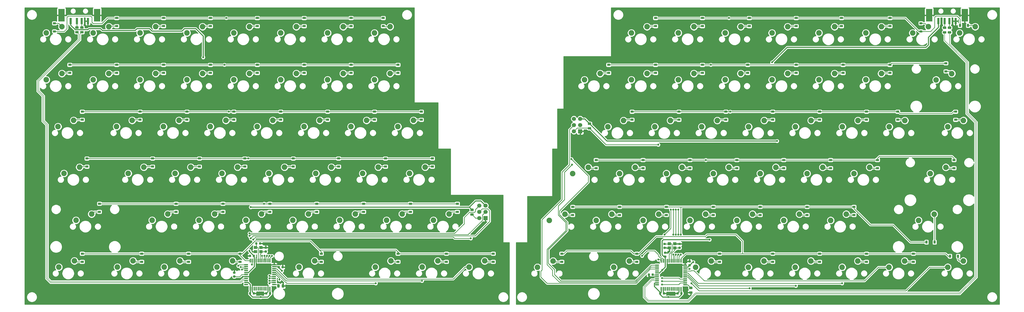
<source format=gbl>
G04 #@! TF.GenerationSoftware,KiCad,Pcbnew,5.1.5*
G04 #@! TF.CreationDate,2020-01-25T02:30:01+01:00*
G04 #@! TF.ProjectId,k8split,6b387370-6c69-4742-9e6b-696361645f70,rev?*
G04 #@! TF.SameCoordinates,Original*
G04 #@! TF.FileFunction,Copper,L2,Bot*
G04 #@! TF.FilePolarity,Positive*
%FSLAX46Y46*%
G04 Gerber Fmt 4.6, Leading zero omitted, Abs format (unit mm)*
G04 Created by KiCad (PCBNEW 5.1.5) date 2020-01-25 02:30:01*
%MOMM*%
%LPD*%
G04 APERTURE LIST*
%ADD10R,1.200000X0.900000*%
%ADD11R,0.900000X1.200000*%
%ADD12C,0.100000*%
%ADD13C,2.250000*%
%ADD14R,2.500000X5.150000*%
%ADD15R,0.900000X2.500000*%
%ADD16R,1.400000X1.200000*%
%ADD17R,0.550000X1.500000*%
%ADD18R,1.500000X0.550000*%
%ADD19R,1.700000X1.700000*%
%ADD20C,1.700000*%
%ADD21C,0.800000*%
%ADD22C,0.381000*%
%ADD23C,0.254000*%
%ADD24C,0.200000*%
G04 APERTURE END LIST*
D10*
X-47625000Y-50545000D03*
X-47625000Y-47245000D03*
X-42545000Y-69595000D03*
X-42545000Y-66295000D03*
X-40640000Y-88645000D03*
X-40640000Y-85345000D03*
X-35560000Y-107060000D03*
X-35560000Y-103760000D03*
X-42545000Y-127380000D03*
X-42545000Y-124080000D03*
X-28575000Y-31495000D03*
X-28575000Y-28195000D03*
X-28575000Y-50545000D03*
X-28575000Y-47245000D03*
X-19050000Y-69595000D03*
X-19050000Y-66295000D03*
X-13970000Y-88645000D03*
X-13970000Y-85345000D03*
X-4445000Y-107060000D03*
X-4445000Y-103760000D03*
X-18415000Y-127380000D03*
X-18415000Y-124080000D03*
X-9525000Y-28195000D03*
X-9525000Y-31495000D03*
X-9525000Y-50545000D03*
X-9525000Y-47245000D03*
X0Y-69595000D03*
X0Y-66295000D03*
X5080000Y-88645000D03*
X5080000Y-85345000D03*
X14605000Y-107060000D03*
X14605000Y-103760000D03*
X635000Y-127380000D03*
X635000Y-124080000D03*
X9525000Y-31495000D03*
X9525000Y-28195000D03*
X9525000Y-50545000D03*
X9525000Y-47245000D03*
X19050000Y-69595000D03*
X19050000Y-66295000D03*
X23495000Y-88645000D03*
X23495000Y-85345000D03*
X33655000Y-107060000D03*
X33655000Y-103760000D03*
X21590000Y-127380000D03*
X21590000Y-124080000D03*
X28575000Y-31495000D03*
X28575000Y-28195000D03*
X28575000Y-50545000D03*
X28575000Y-47245000D03*
X38100000Y-69595000D03*
X38100000Y-66295000D03*
X43180000Y-88645000D03*
X43180000Y-85345000D03*
X52705000Y-107060000D03*
X52705000Y-103760000D03*
X54610000Y-127380000D03*
X54610000Y-124080000D03*
X47625000Y-31495000D03*
X47625000Y-28195000D03*
X47625000Y-50545000D03*
X47625000Y-47245000D03*
X57150000Y-69595000D03*
X57150000Y-66295000D03*
X61595000Y-88645000D03*
X61595000Y-85345000D03*
X71755000Y-107060000D03*
X71755000Y-103760000D03*
X85725000Y-127380000D03*
X85725000Y-124080000D03*
X66675000Y-31495000D03*
X66675000Y-28195000D03*
X66675000Y-50545000D03*
X66675000Y-47245000D03*
X76200000Y-69595000D03*
X76200000Y-66295000D03*
X80645000Y-88645000D03*
X80645000Y-85345000D03*
X90805000Y-107060000D03*
X90805000Y-103760000D03*
X105410000Y-127380000D03*
X105410000Y-124080000D03*
X79756000Y-31495000D03*
X79756000Y-28195000D03*
X85725000Y-50545000D03*
X85725000Y-47245000D03*
X95250000Y-69595000D03*
X95250000Y-66295000D03*
X99695000Y-88645000D03*
X99695000Y-85345000D03*
X109855000Y-107060000D03*
X109855000Y-103760000D03*
X124460000Y-127380000D03*
X124460000Y-124080000D03*
X190373000Y-31495000D03*
X190373000Y-28195000D03*
X171323000Y-50545000D03*
X171323000Y-47245000D03*
X180848000Y-69595000D03*
X180848000Y-66295000D03*
X166243000Y-89280000D03*
X166243000Y-85980000D03*
X156718000Y-108330000D03*
X156718000Y-105030000D03*
X152273000Y-127380000D03*
X152273000Y-124080000D03*
X209423000Y-31495000D03*
X209423000Y-28195000D03*
X190373000Y-50545000D03*
X190373000Y-47245000D03*
X199898000Y-69595000D03*
X199898000Y-66295000D03*
X185293000Y-89280000D03*
X185293000Y-85980000D03*
X175768000Y-108330000D03*
X175768000Y-105030000D03*
X182753000Y-127380000D03*
X182753000Y-124080000D03*
X228473000Y-31495000D03*
X228473000Y-28195000D03*
X209423000Y-50545000D03*
X209423000Y-47245000D03*
X218948000Y-69595000D03*
X218948000Y-66295000D03*
X204343000Y-89280000D03*
X204343000Y-85980000D03*
X194818000Y-108330000D03*
X194818000Y-105030000D03*
X216408000Y-127380000D03*
X216408000Y-124080000D03*
X247523000Y-31495000D03*
X247523000Y-28195000D03*
X227838000Y-50545000D03*
X227838000Y-47245000D03*
X237998000Y-69595000D03*
X237998000Y-66295000D03*
X223393000Y-89280000D03*
X223393000Y-85980000D03*
X213868000Y-108330000D03*
X213868000Y-105030000D03*
X237998000Y-127380000D03*
X237998000Y-124080000D03*
X265938000Y-31495000D03*
X265938000Y-28195000D03*
X247523000Y-50545000D03*
X247523000Y-47245000D03*
X257048000Y-69595000D03*
X257048000Y-66295000D03*
X242443000Y-89280000D03*
X242443000Y-85980000D03*
X232918000Y-108330000D03*
X232918000Y-105030000D03*
X257048000Y-127380000D03*
X257048000Y-124080000D03*
X285623000Y-31495000D03*
X285623000Y-28195000D03*
X266573000Y-50545000D03*
X266573000Y-47245000D03*
X276098000Y-69595000D03*
X276098000Y-66295000D03*
X261493000Y-89280000D03*
X261493000Y-85980000D03*
X251968000Y-108330000D03*
X251968000Y-105030000D03*
X276098000Y-127380000D03*
X276098000Y-124080000D03*
X298196000Y-30354000D03*
X298196000Y-33654000D03*
X288798000Y-69595000D03*
X288798000Y-66295000D03*
X280543000Y-89280000D03*
X280543000Y-85980000D03*
X271018000Y-108330000D03*
X271018000Y-105030000D03*
X295148000Y-127380000D03*
X295148000Y-124080000D03*
D11*
X317372000Y-31242000D03*
X314072000Y-31242000D03*
D10*
X308356000Y-49910000D03*
X308356000Y-46610000D03*
X312293000Y-69595000D03*
X312293000Y-66295000D03*
X311658000Y-89280000D03*
X311658000Y-85980000D03*
D11*
X303783000Y-119380000D03*
X300483000Y-119380000D03*
X313308000Y-125095000D03*
X310008000Y-125095000D03*
D10*
X-53848000Y-30354000D03*
X-53848000Y-33654000D03*
X285623000Y-50545000D03*
X285623000Y-47245000D03*
G04 #@! TA.AperFunction,SMDPad,CuDef*
D12*
G36*
X204493691Y-126792053D02*
G01*
X204514926Y-126795203D01*
X204535750Y-126800419D01*
X204555962Y-126807651D01*
X204575368Y-126816830D01*
X204593781Y-126827866D01*
X204611024Y-126840654D01*
X204626930Y-126855070D01*
X204641346Y-126870976D01*
X204654134Y-126888219D01*
X204665170Y-126906632D01*
X204674349Y-126926038D01*
X204681581Y-126946250D01*
X204686797Y-126967074D01*
X204689947Y-126988309D01*
X204691000Y-127009750D01*
X204691000Y-127447250D01*
X204689947Y-127468691D01*
X204686797Y-127489926D01*
X204681581Y-127510750D01*
X204674349Y-127530962D01*
X204665170Y-127550368D01*
X204654134Y-127568781D01*
X204641346Y-127586024D01*
X204626930Y-127601930D01*
X204611024Y-127616346D01*
X204593781Y-127629134D01*
X204575368Y-127640170D01*
X204555962Y-127649349D01*
X204535750Y-127656581D01*
X204514926Y-127661797D01*
X204493691Y-127664947D01*
X204472250Y-127666000D01*
X203959750Y-127666000D01*
X203938309Y-127664947D01*
X203917074Y-127661797D01*
X203896250Y-127656581D01*
X203876038Y-127649349D01*
X203856632Y-127640170D01*
X203838219Y-127629134D01*
X203820976Y-127616346D01*
X203805070Y-127601930D01*
X203790654Y-127586024D01*
X203777866Y-127568781D01*
X203766830Y-127550368D01*
X203757651Y-127530962D01*
X203750419Y-127510750D01*
X203745203Y-127489926D01*
X203742053Y-127468691D01*
X203741000Y-127447250D01*
X203741000Y-127009750D01*
X203742053Y-126988309D01*
X203745203Y-126967074D01*
X203750419Y-126946250D01*
X203757651Y-126926038D01*
X203766830Y-126906632D01*
X203777866Y-126888219D01*
X203790654Y-126870976D01*
X203805070Y-126855070D01*
X203820976Y-126840654D01*
X203838219Y-126827866D01*
X203856632Y-126816830D01*
X203876038Y-126807651D01*
X203896250Y-126800419D01*
X203917074Y-126795203D01*
X203938309Y-126792053D01*
X203959750Y-126791000D01*
X204472250Y-126791000D01*
X204493691Y-126792053D01*
G37*
G04 #@! TD.AperFunction*
G04 #@! TA.AperFunction,SMDPad,CuDef*
G36*
X204493691Y-128367053D02*
G01*
X204514926Y-128370203D01*
X204535750Y-128375419D01*
X204555962Y-128382651D01*
X204575368Y-128391830D01*
X204593781Y-128402866D01*
X204611024Y-128415654D01*
X204626930Y-128430070D01*
X204641346Y-128445976D01*
X204654134Y-128463219D01*
X204665170Y-128481632D01*
X204674349Y-128501038D01*
X204681581Y-128521250D01*
X204686797Y-128542074D01*
X204689947Y-128563309D01*
X204691000Y-128584750D01*
X204691000Y-129022250D01*
X204689947Y-129043691D01*
X204686797Y-129064926D01*
X204681581Y-129085750D01*
X204674349Y-129105962D01*
X204665170Y-129125368D01*
X204654134Y-129143781D01*
X204641346Y-129161024D01*
X204626930Y-129176930D01*
X204611024Y-129191346D01*
X204593781Y-129204134D01*
X204575368Y-129215170D01*
X204555962Y-129224349D01*
X204535750Y-129231581D01*
X204514926Y-129236797D01*
X204493691Y-129239947D01*
X204472250Y-129241000D01*
X203959750Y-129241000D01*
X203938309Y-129239947D01*
X203917074Y-129236797D01*
X203896250Y-129231581D01*
X203876038Y-129224349D01*
X203856632Y-129215170D01*
X203838219Y-129204134D01*
X203820976Y-129191346D01*
X203805070Y-129176930D01*
X203790654Y-129161024D01*
X203777866Y-129143781D01*
X203766830Y-129125368D01*
X203757651Y-129105962D01*
X203750419Y-129085750D01*
X203745203Y-129064926D01*
X203742053Y-129043691D01*
X203741000Y-129022250D01*
X203741000Y-128584750D01*
X203742053Y-128563309D01*
X203745203Y-128542074D01*
X203750419Y-128521250D01*
X203757651Y-128501038D01*
X203766830Y-128481632D01*
X203777866Y-128463219D01*
X203790654Y-128445976D01*
X203805070Y-128430070D01*
X203820976Y-128415654D01*
X203838219Y-128402866D01*
X203856632Y-128391830D01*
X203876038Y-128382651D01*
X203896250Y-128375419D01*
X203917074Y-128370203D01*
X203938309Y-128367053D01*
X203959750Y-128366000D01*
X204472250Y-128366000D01*
X204493691Y-128367053D01*
G37*
G04 #@! TD.AperFunction*
D13*
X301220339Y-31749192D03*
X294870339Y-34289192D03*
D14*
X316058000Y-27089000D03*
X301558000Y-27089000D03*
D15*
X312308000Y-29464000D03*
X309808000Y-29464000D03*
X307808000Y-29464000D03*
X305308000Y-29464000D03*
D14*
X-36494000Y-27089000D03*
X-50994000Y-27089000D03*
D15*
X-40244000Y-29464000D03*
X-42744000Y-29464000D03*
X-44744000Y-29464000D03*
X-47244000Y-29464000D03*
G04 #@! TA.AperFunction,SMDPad,CuDef*
D12*
G36*
X39127691Y-129066053D02*
G01*
X39148926Y-129069203D01*
X39169750Y-129074419D01*
X39189962Y-129081651D01*
X39209368Y-129090830D01*
X39227781Y-129101866D01*
X39245024Y-129114654D01*
X39260930Y-129129070D01*
X39275346Y-129144976D01*
X39288134Y-129162219D01*
X39299170Y-129180632D01*
X39308349Y-129200038D01*
X39315581Y-129220250D01*
X39320797Y-129241074D01*
X39323947Y-129262309D01*
X39325000Y-129283750D01*
X39325000Y-129796250D01*
X39323947Y-129817691D01*
X39320797Y-129838926D01*
X39315581Y-129859750D01*
X39308349Y-129879962D01*
X39299170Y-129899368D01*
X39288134Y-129917781D01*
X39275346Y-129935024D01*
X39260930Y-129950930D01*
X39245024Y-129965346D01*
X39227781Y-129978134D01*
X39209368Y-129989170D01*
X39189962Y-129998349D01*
X39169750Y-130005581D01*
X39148926Y-130010797D01*
X39127691Y-130013947D01*
X39106250Y-130015000D01*
X38668750Y-130015000D01*
X38647309Y-130013947D01*
X38626074Y-130010797D01*
X38605250Y-130005581D01*
X38585038Y-129998349D01*
X38565632Y-129989170D01*
X38547219Y-129978134D01*
X38529976Y-129965346D01*
X38514070Y-129950930D01*
X38499654Y-129935024D01*
X38486866Y-129917781D01*
X38475830Y-129899368D01*
X38466651Y-129879962D01*
X38459419Y-129859750D01*
X38454203Y-129838926D01*
X38451053Y-129817691D01*
X38450000Y-129796250D01*
X38450000Y-129283750D01*
X38451053Y-129262309D01*
X38454203Y-129241074D01*
X38459419Y-129220250D01*
X38466651Y-129200038D01*
X38475830Y-129180632D01*
X38486866Y-129162219D01*
X38499654Y-129144976D01*
X38514070Y-129129070D01*
X38529976Y-129114654D01*
X38547219Y-129101866D01*
X38565632Y-129090830D01*
X38585038Y-129081651D01*
X38605250Y-129074419D01*
X38626074Y-129069203D01*
X38647309Y-129066053D01*
X38668750Y-129065000D01*
X39106250Y-129065000D01*
X39127691Y-129066053D01*
G37*
G04 #@! TD.AperFunction*
G04 #@! TA.AperFunction,SMDPad,CuDef*
G36*
X37552691Y-129066053D02*
G01*
X37573926Y-129069203D01*
X37594750Y-129074419D01*
X37614962Y-129081651D01*
X37634368Y-129090830D01*
X37652781Y-129101866D01*
X37670024Y-129114654D01*
X37685930Y-129129070D01*
X37700346Y-129144976D01*
X37713134Y-129162219D01*
X37724170Y-129180632D01*
X37733349Y-129200038D01*
X37740581Y-129220250D01*
X37745797Y-129241074D01*
X37748947Y-129262309D01*
X37750000Y-129283750D01*
X37750000Y-129796250D01*
X37748947Y-129817691D01*
X37745797Y-129838926D01*
X37740581Y-129859750D01*
X37733349Y-129879962D01*
X37724170Y-129899368D01*
X37713134Y-129917781D01*
X37700346Y-129935024D01*
X37685930Y-129950930D01*
X37670024Y-129965346D01*
X37652781Y-129978134D01*
X37634368Y-129989170D01*
X37614962Y-129998349D01*
X37594750Y-130005581D01*
X37573926Y-130010797D01*
X37552691Y-130013947D01*
X37531250Y-130015000D01*
X37093750Y-130015000D01*
X37072309Y-130013947D01*
X37051074Y-130010797D01*
X37030250Y-130005581D01*
X37010038Y-129998349D01*
X36990632Y-129989170D01*
X36972219Y-129978134D01*
X36954976Y-129965346D01*
X36939070Y-129950930D01*
X36924654Y-129935024D01*
X36911866Y-129917781D01*
X36900830Y-129899368D01*
X36891651Y-129879962D01*
X36884419Y-129859750D01*
X36879203Y-129838926D01*
X36876053Y-129817691D01*
X36875000Y-129796250D01*
X36875000Y-129283750D01*
X36876053Y-129262309D01*
X36879203Y-129241074D01*
X36884419Y-129220250D01*
X36891651Y-129200038D01*
X36900830Y-129180632D01*
X36911866Y-129162219D01*
X36924654Y-129144976D01*
X36939070Y-129129070D01*
X36954976Y-129114654D01*
X36972219Y-129101866D01*
X36990632Y-129090830D01*
X37010038Y-129081651D01*
X37030250Y-129074419D01*
X37051074Y-129069203D01*
X37072309Y-129066053D01*
X37093750Y-129065000D01*
X37531250Y-129065000D01*
X37552691Y-129066053D01*
G37*
G04 #@! TD.AperFunction*
D13*
X30313774Y-107934888D03*
X23963774Y-110474888D03*
X25400000Y-50800000D03*
X19050000Y-53340000D03*
X44450000Y-50800000D03*
X38100000Y-53340000D03*
X153581409Y-107986416D03*
X147231409Y-110526416D03*
X179729074Y-127051241D03*
X173379074Y-129591241D03*
X186915888Y-50810445D03*
X180565888Y-53350445D03*
X177394201Y-69894066D03*
X171044201Y-72434066D03*
G04 #@! TA.AperFunction,SMDPad,CuDef*
D12*
G36*
X29983691Y-119414053D02*
G01*
X30004926Y-119417203D01*
X30025750Y-119422419D01*
X30045962Y-119429651D01*
X30065368Y-119438830D01*
X30083781Y-119449866D01*
X30101024Y-119462654D01*
X30116930Y-119477070D01*
X30131346Y-119492976D01*
X30144134Y-119510219D01*
X30155170Y-119528632D01*
X30164349Y-119548038D01*
X30171581Y-119568250D01*
X30176797Y-119589074D01*
X30179947Y-119610309D01*
X30181000Y-119631750D01*
X30181000Y-120144250D01*
X30179947Y-120165691D01*
X30176797Y-120186926D01*
X30171581Y-120207750D01*
X30164349Y-120227962D01*
X30155170Y-120247368D01*
X30144134Y-120265781D01*
X30131346Y-120283024D01*
X30116930Y-120298930D01*
X30101024Y-120313346D01*
X30083781Y-120326134D01*
X30065368Y-120337170D01*
X30045962Y-120346349D01*
X30025750Y-120353581D01*
X30004926Y-120358797D01*
X29983691Y-120361947D01*
X29962250Y-120363000D01*
X29524750Y-120363000D01*
X29503309Y-120361947D01*
X29482074Y-120358797D01*
X29461250Y-120353581D01*
X29441038Y-120346349D01*
X29421632Y-120337170D01*
X29403219Y-120326134D01*
X29385976Y-120313346D01*
X29370070Y-120298930D01*
X29355654Y-120283024D01*
X29342866Y-120265781D01*
X29331830Y-120247368D01*
X29322651Y-120227962D01*
X29315419Y-120207750D01*
X29310203Y-120186926D01*
X29307053Y-120165691D01*
X29306000Y-120144250D01*
X29306000Y-119631750D01*
X29307053Y-119610309D01*
X29310203Y-119589074D01*
X29315419Y-119568250D01*
X29322651Y-119548038D01*
X29331830Y-119528632D01*
X29342866Y-119510219D01*
X29355654Y-119492976D01*
X29370070Y-119477070D01*
X29385976Y-119462654D01*
X29403219Y-119449866D01*
X29421632Y-119438830D01*
X29441038Y-119429651D01*
X29461250Y-119422419D01*
X29482074Y-119417203D01*
X29503309Y-119414053D01*
X29524750Y-119413000D01*
X29962250Y-119413000D01*
X29983691Y-119414053D01*
G37*
G04 #@! TD.AperFunction*
G04 #@! TA.AperFunction,SMDPad,CuDef*
G36*
X28408691Y-119414053D02*
G01*
X28429926Y-119417203D01*
X28450750Y-119422419D01*
X28470962Y-119429651D01*
X28490368Y-119438830D01*
X28508781Y-119449866D01*
X28526024Y-119462654D01*
X28541930Y-119477070D01*
X28556346Y-119492976D01*
X28569134Y-119510219D01*
X28580170Y-119528632D01*
X28589349Y-119548038D01*
X28596581Y-119568250D01*
X28601797Y-119589074D01*
X28604947Y-119610309D01*
X28606000Y-119631750D01*
X28606000Y-120144250D01*
X28604947Y-120165691D01*
X28601797Y-120186926D01*
X28596581Y-120207750D01*
X28589349Y-120227962D01*
X28580170Y-120247368D01*
X28569134Y-120265781D01*
X28556346Y-120283024D01*
X28541930Y-120298930D01*
X28526024Y-120313346D01*
X28508781Y-120326134D01*
X28490368Y-120337170D01*
X28470962Y-120346349D01*
X28450750Y-120353581D01*
X28429926Y-120358797D01*
X28408691Y-120361947D01*
X28387250Y-120363000D01*
X27949750Y-120363000D01*
X27928309Y-120361947D01*
X27907074Y-120358797D01*
X27886250Y-120353581D01*
X27866038Y-120346349D01*
X27846632Y-120337170D01*
X27828219Y-120326134D01*
X27810976Y-120313346D01*
X27795070Y-120298930D01*
X27780654Y-120283024D01*
X27767866Y-120265781D01*
X27756830Y-120247368D01*
X27747651Y-120227962D01*
X27740419Y-120207750D01*
X27735203Y-120186926D01*
X27732053Y-120165691D01*
X27731000Y-120144250D01*
X27731000Y-119631750D01*
X27732053Y-119610309D01*
X27735203Y-119589074D01*
X27740419Y-119568250D01*
X27747651Y-119548038D01*
X27756830Y-119528632D01*
X27767866Y-119510219D01*
X27780654Y-119492976D01*
X27795070Y-119477070D01*
X27810976Y-119462654D01*
X27828219Y-119449866D01*
X27846632Y-119438830D01*
X27866038Y-119429651D01*
X27886250Y-119422419D01*
X27907074Y-119417203D01*
X27928309Y-119414053D01*
X27949750Y-119413000D01*
X28387250Y-119413000D01*
X28408691Y-119414053D01*
G37*
G04 #@! TD.AperFunction*
D13*
X92062783Y-69856332D03*
X85712783Y-72396332D03*
G04 #@! TA.AperFunction,SMDPad,CuDef*
D12*
G36*
X27443691Y-139734053D02*
G01*
X27464926Y-139737203D01*
X27485750Y-139742419D01*
X27505962Y-139749651D01*
X27525368Y-139758830D01*
X27543781Y-139769866D01*
X27561024Y-139782654D01*
X27576930Y-139797070D01*
X27591346Y-139812976D01*
X27604134Y-139830219D01*
X27615170Y-139848632D01*
X27624349Y-139868038D01*
X27631581Y-139888250D01*
X27636797Y-139909074D01*
X27639947Y-139930309D01*
X27641000Y-139951750D01*
X27641000Y-140464250D01*
X27639947Y-140485691D01*
X27636797Y-140506926D01*
X27631581Y-140527750D01*
X27624349Y-140547962D01*
X27615170Y-140567368D01*
X27604134Y-140585781D01*
X27591346Y-140603024D01*
X27576930Y-140618930D01*
X27561024Y-140633346D01*
X27543781Y-140646134D01*
X27525368Y-140657170D01*
X27505962Y-140666349D01*
X27485750Y-140673581D01*
X27464926Y-140678797D01*
X27443691Y-140681947D01*
X27422250Y-140683000D01*
X26984750Y-140683000D01*
X26963309Y-140681947D01*
X26942074Y-140678797D01*
X26921250Y-140673581D01*
X26901038Y-140666349D01*
X26881632Y-140657170D01*
X26863219Y-140646134D01*
X26845976Y-140633346D01*
X26830070Y-140618930D01*
X26815654Y-140603024D01*
X26802866Y-140585781D01*
X26791830Y-140567368D01*
X26782651Y-140547962D01*
X26775419Y-140527750D01*
X26770203Y-140506926D01*
X26767053Y-140485691D01*
X26766000Y-140464250D01*
X26766000Y-139951750D01*
X26767053Y-139930309D01*
X26770203Y-139909074D01*
X26775419Y-139888250D01*
X26782651Y-139868038D01*
X26791830Y-139848632D01*
X26802866Y-139830219D01*
X26815654Y-139812976D01*
X26830070Y-139797070D01*
X26845976Y-139782654D01*
X26863219Y-139769866D01*
X26881632Y-139758830D01*
X26901038Y-139749651D01*
X26921250Y-139742419D01*
X26942074Y-139737203D01*
X26963309Y-139734053D01*
X26984750Y-139733000D01*
X27422250Y-139733000D01*
X27443691Y-139734053D01*
G37*
G04 #@! TD.AperFunction*
G04 #@! TA.AperFunction,SMDPad,CuDef*
G36*
X25868691Y-139734053D02*
G01*
X25889926Y-139737203D01*
X25910750Y-139742419D01*
X25930962Y-139749651D01*
X25950368Y-139758830D01*
X25968781Y-139769866D01*
X25986024Y-139782654D01*
X26001930Y-139797070D01*
X26016346Y-139812976D01*
X26029134Y-139830219D01*
X26040170Y-139848632D01*
X26049349Y-139868038D01*
X26056581Y-139888250D01*
X26061797Y-139909074D01*
X26064947Y-139930309D01*
X26066000Y-139951750D01*
X26066000Y-140464250D01*
X26064947Y-140485691D01*
X26061797Y-140506926D01*
X26056581Y-140527750D01*
X26049349Y-140547962D01*
X26040170Y-140567368D01*
X26029134Y-140585781D01*
X26016346Y-140603024D01*
X26001930Y-140618930D01*
X25986024Y-140633346D01*
X25968781Y-140646134D01*
X25950368Y-140657170D01*
X25930962Y-140666349D01*
X25910750Y-140673581D01*
X25889926Y-140678797D01*
X25868691Y-140681947D01*
X25847250Y-140683000D01*
X25409750Y-140683000D01*
X25388309Y-140681947D01*
X25367074Y-140678797D01*
X25346250Y-140673581D01*
X25326038Y-140666349D01*
X25306632Y-140657170D01*
X25288219Y-140646134D01*
X25270976Y-140633346D01*
X25255070Y-140618930D01*
X25240654Y-140603024D01*
X25227866Y-140585781D01*
X25216830Y-140567368D01*
X25207651Y-140547962D01*
X25200419Y-140527750D01*
X25195203Y-140506926D01*
X25192053Y-140485691D01*
X25191000Y-140464250D01*
X25191000Y-139951750D01*
X25192053Y-139930309D01*
X25195203Y-139909074D01*
X25200419Y-139888250D01*
X25207651Y-139868038D01*
X25216830Y-139848632D01*
X25227866Y-139830219D01*
X25240654Y-139812976D01*
X25255070Y-139797070D01*
X25270976Y-139782654D01*
X25288219Y-139769866D01*
X25306632Y-139758830D01*
X25326038Y-139749651D01*
X25346250Y-139742419D01*
X25367074Y-139737203D01*
X25388309Y-139734053D01*
X25409750Y-139733000D01*
X25847250Y-139733000D01*
X25868691Y-139734053D01*
G37*
G04 #@! TD.AperFunction*
G04 #@! TA.AperFunction,SMDPad,CuDef*
G36*
X205204142Y-137514174D02*
G01*
X205227803Y-137517684D01*
X205251007Y-137523496D01*
X205273529Y-137531554D01*
X205295153Y-137541782D01*
X205315670Y-137554079D01*
X205334883Y-137568329D01*
X205352607Y-137584393D01*
X205368671Y-137602117D01*
X205382921Y-137621330D01*
X205395218Y-137641847D01*
X205405446Y-137663471D01*
X205413504Y-137685993D01*
X205419316Y-137709197D01*
X205422826Y-137732858D01*
X205424000Y-137756750D01*
X205424000Y-138244250D01*
X205422826Y-138268142D01*
X205419316Y-138291803D01*
X205413504Y-138315007D01*
X205405446Y-138337529D01*
X205395218Y-138359153D01*
X205382921Y-138379670D01*
X205368671Y-138398883D01*
X205352607Y-138416607D01*
X205334883Y-138432671D01*
X205315670Y-138446921D01*
X205295153Y-138459218D01*
X205273529Y-138469446D01*
X205251007Y-138477504D01*
X205227803Y-138483316D01*
X205204142Y-138486826D01*
X205180250Y-138488000D01*
X204267750Y-138488000D01*
X204243858Y-138486826D01*
X204220197Y-138483316D01*
X204196993Y-138477504D01*
X204174471Y-138469446D01*
X204152847Y-138459218D01*
X204132330Y-138446921D01*
X204113117Y-138432671D01*
X204095393Y-138416607D01*
X204079329Y-138398883D01*
X204065079Y-138379670D01*
X204052782Y-138359153D01*
X204042554Y-138337529D01*
X204034496Y-138315007D01*
X204028684Y-138291803D01*
X204025174Y-138268142D01*
X204024000Y-138244250D01*
X204024000Y-137756750D01*
X204025174Y-137732858D01*
X204028684Y-137709197D01*
X204034496Y-137685993D01*
X204042554Y-137663471D01*
X204052782Y-137641847D01*
X204065079Y-137621330D01*
X204079329Y-137602117D01*
X204095393Y-137584393D01*
X204113117Y-137568329D01*
X204132330Y-137554079D01*
X204152847Y-137541782D01*
X204174471Y-137531554D01*
X204196993Y-137523496D01*
X204220197Y-137517684D01*
X204243858Y-137514174D01*
X204267750Y-137513000D01*
X205180250Y-137513000D01*
X205204142Y-137514174D01*
G37*
G04 #@! TD.AperFunction*
G04 #@! TA.AperFunction,SMDPad,CuDef*
G36*
X205204142Y-139389174D02*
G01*
X205227803Y-139392684D01*
X205251007Y-139398496D01*
X205273529Y-139406554D01*
X205295153Y-139416782D01*
X205315670Y-139429079D01*
X205334883Y-139443329D01*
X205352607Y-139459393D01*
X205368671Y-139477117D01*
X205382921Y-139496330D01*
X205395218Y-139516847D01*
X205405446Y-139538471D01*
X205413504Y-139560993D01*
X205419316Y-139584197D01*
X205422826Y-139607858D01*
X205424000Y-139631750D01*
X205424000Y-140119250D01*
X205422826Y-140143142D01*
X205419316Y-140166803D01*
X205413504Y-140190007D01*
X205405446Y-140212529D01*
X205395218Y-140234153D01*
X205382921Y-140254670D01*
X205368671Y-140273883D01*
X205352607Y-140291607D01*
X205334883Y-140307671D01*
X205315670Y-140321921D01*
X205295153Y-140334218D01*
X205273529Y-140344446D01*
X205251007Y-140352504D01*
X205227803Y-140358316D01*
X205204142Y-140361826D01*
X205180250Y-140363000D01*
X204267750Y-140363000D01*
X204243858Y-140361826D01*
X204220197Y-140358316D01*
X204196993Y-140352504D01*
X204174471Y-140344446D01*
X204152847Y-140334218D01*
X204132330Y-140321921D01*
X204113117Y-140307671D01*
X204095393Y-140291607D01*
X204079329Y-140273883D01*
X204065079Y-140254670D01*
X204052782Y-140234153D01*
X204042554Y-140212529D01*
X204034496Y-140190007D01*
X204028684Y-140166803D01*
X204025174Y-140143142D01*
X204024000Y-140119250D01*
X204024000Y-139631750D01*
X204025174Y-139607858D01*
X204028684Y-139584197D01*
X204034496Y-139560993D01*
X204042554Y-139538471D01*
X204052782Y-139516847D01*
X204065079Y-139496330D01*
X204079329Y-139477117D01*
X204095393Y-139459393D01*
X204113117Y-139443329D01*
X204132330Y-139429079D01*
X204152847Y-139416782D01*
X204174471Y-139406554D01*
X204196993Y-139398496D01*
X204220197Y-139392684D01*
X204243858Y-139389174D01*
X204267750Y-139388000D01*
X205180250Y-139388000D01*
X205204142Y-139389174D01*
G37*
G04 #@! TD.AperFunction*
G04 #@! TA.AperFunction,SMDPad,CuDef*
G36*
X37430142Y-136461174D02*
G01*
X37453803Y-136464684D01*
X37477007Y-136470496D01*
X37499529Y-136478554D01*
X37521153Y-136488782D01*
X37541670Y-136501079D01*
X37560883Y-136515329D01*
X37578607Y-136531393D01*
X37594671Y-136549117D01*
X37608921Y-136568330D01*
X37621218Y-136588847D01*
X37631446Y-136610471D01*
X37639504Y-136632993D01*
X37645316Y-136656197D01*
X37648826Y-136679858D01*
X37650000Y-136703750D01*
X37650000Y-137616250D01*
X37648826Y-137640142D01*
X37645316Y-137663803D01*
X37639504Y-137687007D01*
X37631446Y-137709529D01*
X37621218Y-137731153D01*
X37608921Y-137751670D01*
X37594671Y-137770883D01*
X37578607Y-137788607D01*
X37560883Y-137804671D01*
X37541670Y-137818921D01*
X37521153Y-137831218D01*
X37499529Y-137841446D01*
X37477007Y-137849504D01*
X37453803Y-137855316D01*
X37430142Y-137858826D01*
X37406250Y-137860000D01*
X36918750Y-137860000D01*
X36894858Y-137858826D01*
X36871197Y-137855316D01*
X36847993Y-137849504D01*
X36825471Y-137841446D01*
X36803847Y-137831218D01*
X36783330Y-137818921D01*
X36764117Y-137804671D01*
X36746393Y-137788607D01*
X36730329Y-137770883D01*
X36716079Y-137751670D01*
X36703782Y-137731153D01*
X36693554Y-137709529D01*
X36685496Y-137687007D01*
X36679684Y-137663803D01*
X36676174Y-137640142D01*
X36675000Y-137616250D01*
X36675000Y-136703750D01*
X36676174Y-136679858D01*
X36679684Y-136656197D01*
X36685496Y-136632993D01*
X36693554Y-136610471D01*
X36703782Y-136588847D01*
X36716079Y-136568330D01*
X36730329Y-136549117D01*
X36746393Y-136531393D01*
X36764117Y-136515329D01*
X36783330Y-136501079D01*
X36803847Y-136488782D01*
X36825471Y-136478554D01*
X36847993Y-136470496D01*
X36871197Y-136464684D01*
X36894858Y-136461174D01*
X36918750Y-136460000D01*
X37406250Y-136460000D01*
X37430142Y-136461174D01*
G37*
G04 #@! TD.AperFunction*
G04 #@! TA.AperFunction,SMDPad,CuDef*
G36*
X39305142Y-136461174D02*
G01*
X39328803Y-136464684D01*
X39352007Y-136470496D01*
X39374529Y-136478554D01*
X39396153Y-136488782D01*
X39416670Y-136501079D01*
X39435883Y-136515329D01*
X39453607Y-136531393D01*
X39469671Y-136549117D01*
X39483921Y-136568330D01*
X39496218Y-136588847D01*
X39506446Y-136610471D01*
X39514504Y-136632993D01*
X39520316Y-136656197D01*
X39523826Y-136679858D01*
X39525000Y-136703750D01*
X39525000Y-137616250D01*
X39523826Y-137640142D01*
X39520316Y-137663803D01*
X39514504Y-137687007D01*
X39506446Y-137709529D01*
X39496218Y-137731153D01*
X39483921Y-137751670D01*
X39469671Y-137770883D01*
X39453607Y-137788607D01*
X39435883Y-137804671D01*
X39416670Y-137818921D01*
X39396153Y-137831218D01*
X39374529Y-137841446D01*
X39352007Y-137849504D01*
X39328803Y-137855316D01*
X39305142Y-137858826D01*
X39281250Y-137860000D01*
X38793750Y-137860000D01*
X38769858Y-137858826D01*
X38746197Y-137855316D01*
X38722993Y-137849504D01*
X38700471Y-137841446D01*
X38678847Y-137831218D01*
X38658330Y-137818921D01*
X38639117Y-137804671D01*
X38621393Y-137788607D01*
X38605329Y-137770883D01*
X38591079Y-137751670D01*
X38578782Y-137731153D01*
X38568554Y-137709529D01*
X38560496Y-137687007D01*
X38554684Y-137663803D01*
X38551174Y-137640142D01*
X38550000Y-137616250D01*
X38550000Y-136703750D01*
X38551174Y-136679858D01*
X38554684Y-136656197D01*
X38560496Y-136632993D01*
X38568554Y-136610471D01*
X38578782Y-136588847D01*
X38591079Y-136568330D01*
X38605329Y-136549117D01*
X38621393Y-136531393D01*
X38639117Y-136515329D01*
X38658330Y-136501079D01*
X38678847Y-136488782D01*
X38700471Y-136478554D01*
X38722993Y-136470496D01*
X38746197Y-136464684D01*
X38769858Y-136461174D01*
X38793750Y-136460000D01*
X39281250Y-136460000D01*
X39305142Y-136461174D01*
G37*
G04 #@! TD.AperFunction*
G04 #@! TA.AperFunction,SMDPad,CuDef*
G36*
X310334742Y-31672374D02*
G01*
X310358403Y-31675884D01*
X310381607Y-31681696D01*
X310404129Y-31689754D01*
X310425753Y-31699982D01*
X310446270Y-31712279D01*
X310465483Y-31726529D01*
X310483207Y-31742593D01*
X310499271Y-31760317D01*
X310513521Y-31779530D01*
X310525818Y-31800047D01*
X310536046Y-31821671D01*
X310544104Y-31844193D01*
X310549916Y-31867397D01*
X310553426Y-31891058D01*
X310554600Y-31914950D01*
X310554600Y-32402450D01*
X310553426Y-32426342D01*
X310549916Y-32450003D01*
X310544104Y-32473207D01*
X310536046Y-32495729D01*
X310525818Y-32517353D01*
X310513521Y-32537870D01*
X310499271Y-32557083D01*
X310483207Y-32574807D01*
X310465483Y-32590871D01*
X310446270Y-32605121D01*
X310425753Y-32617418D01*
X310404129Y-32627646D01*
X310381607Y-32635704D01*
X310358403Y-32641516D01*
X310334742Y-32645026D01*
X310310850Y-32646200D01*
X309398350Y-32646200D01*
X309374458Y-32645026D01*
X309350797Y-32641516D01*
X309327593Y-32635704D01*
X309305071Y-32627646D01*
X309283447Y-32617418D01*
X309262930Y-32605121D01*
X309243717Y-32590871D01*
X309225993Y-32574807D01*
X309209929Y-32557083D01*
X309195679Y-32537870D01*
X309183382Y-32517353D01*
X309173154Y-32495729D01*
X309165096Y-32473207D01*
X309159284Y-32450003D01*
X309155774Y-32426342D01*
X309154600Y-32402450D01*
X309154600Y-31914950D01*
X309155774Y-31891058D01*
X309159284Y-31867397D01*
X309165096Y-31844193D01*
X309173154Y-31821671D01*
X309183382Y-31800047D01*
X309195679Y-31779530D01*
X309209929Y-31760317D01*
X309225993Y-31742593D01*
X309243717Y-31726529D01*
X309262930Y-31712279D01*
X309283447Y-31699982D01*
X309305071Y-31689754D01*
X309327593Y-31681696D01*
X309350797Y-31675884D01*
X309374458Y-31672374D01*
X309398350Y-31671200D01*
X310310850Y-31671200D01*
X310334742Y-31672374D01*
G37*
G04 #@! TD.AperFunction*
G04 #@! TA.AperFunction,SMDPad,CuDef*
G36*
X310334742Y-33547374D02*
G01*
X310358403Y-33550884D01*
X310381607Y-33556696D01*
X310404129Y-33564754D01*
X310425753Y-33574982D01*
X310446270Y-33587279D01*
X310465483Y-33601529D01*
X310483207Y-33617593D01*
X310499271Y-33635317D01*
X310513521Y-33654530D01*
X310525818Y-33675047D01*
X310536046Y-33696671D01*
X310544104Y-33719193D01*
X310549916Y-33742397D01*
X310553426Y-33766058D01*
X310554600Y-33789950D01*
X310554600Y-34277450D01*
X310553426Y-34301342D01*
X310549916Y-34325003D01*
X310544104Y-34348207D01*
X310536046Y-34370729D01*
X310525818Y-34392353D01*
X310513521Y-34412870D01*
X310499271Y-34432083D01*
X310483207Y-34449807D01*
X310465483Y-34465871D01*
X310446270Y-34480121D01*
X310425753Y-34492418D01*
X310404129Y-34502646D01*
X310381607Y-34510704D01*
X310358403Y-34516516D01*
X310334742Y-34520026D01*
X310310850Y-34521200D01*
X309398350Y-34521200D01*
X309374458Y-34520026D01*
X309350797Y-34516516D01*
X309327593Y-34510704D01*
X309305071Y-34502646D01*
X309283447Y-34492418D01*
X309262930Y-34480121D01*
X309243717Y-34465871D01*
X309225993Y-34449807D01*
X309209929Y-34432083D01*
X309195679Y-34412870D01*
X309183382Y-34392353D01*
X309173154Y-34370729D01*
X309165096Y-34348207D01*
X309159284Y-34325003D01*
X309155774Y-34301342D01*
X309154600Y-34277450D01*
X309154600Y-33789950D01*
X309155774Y-33766058D01*
X309159284Y-33742397D01*
X309165096Y-33719193D01*
X309173154Y-33696671D01*
X309183382Y-33675047D01*
X309195679Y-33654530D01*
X309209929Y-33635317D01*
X309225993Y-33617593D01*
X309243717Y-33601529D01*
X309262930Y-33587279D01*
X309283447Y-33574982D01*
X309305071Y-33564754D01*
X309327593Y-33556696D01*
X309350797Y-33550884D01*
X309374458Y-33547374D01*
X309398350Y-33546200D01*
X310310850Y-33546200D01*
X310334742Y-33547374D01*
G37*
G04 #@! TD.AperFunction*
G04 #@! TA.AperFunction,SMDPad,CuDef*
G36*
X308302742Y-31672374D02*
G01*
X308326403Y-31675884D01*
X308349607Y-31681696D01*
X308372129Y-31689754D01*
X308393753Y-31699982D01*
X308414270Y-31712279D01*
X308433483Y-31726529D01*
X308451207Y-31742593D01*
X308467271Y-31760317D01*
X308481521Y-31779530D01*
X308493818Y-31800047D01*
X308504046Y-31821671D01*
X308512104Y-31844193D01*
X308517916Y-31867397D01*
X308521426Y-31891058D01*
X308522600Y-31914950D01*
X308522600Y-32402450D01*
X308521426Y-32426342D01*
X308517916Y-32450003D01*
X308512104Y-32473207D01*
X308504046Y-32495729D01*
X308493818Y-32517353D01*
X308481521Y-32537870D01*
X308467271Y-32557083D01*
X308451207Y-32574807D01*
X308433483Y-32590871D01*
X308414270Y-32605121D01*
X308393753Y-32617418D01*
X308372129Y-32627646D01*
X308349607Y-32635704D01*
X308326403Y-32641516D01*
X308302742Y-32645026D01*
X308278850Y-32646200D01*
X307366350Y-32646200D01*
X307342458Y-32645026D01*
X307318797Y-32641516D01*
X307295593Y-32635704D01*
X307273071Y-32627646D01*
X307251447Y-32617418D01*
X307230930Y-32605121D01*
X307211717Y-32590871D01*
X307193993Y-32574807D01*
X307177929Y-32557083D01*
X307163679Y-32537870D01*
X307151382Y-32517353D01*
X307141154Y-32495729D01*
X307133096Y-32473207D01*
X307127284Y-32450003D01*
X307123774Y-32426342D01*
X307122600Y-32402450D01*
X307122600Y-31914950D01*
X307123774Y-31891058D01*
X307127284Y-31867397D01*
X307133096Y-31844193D01*
X307141154Y-31821671D01*
X307151382Y-31800047D01*
X307163679Y-31779530D01*
X307177929Y-31760317D01*
X307193993Y-31742593D01*
X307211717Y-31726529D01*
X307230930Y-31712279D01*
X307251447Y-31699982D01*
X307273071Y-31689754D01*
X307295593Y-31681696D01*
X307318797Y-31675884D01*
X307342458Y-31672374D01*
X307366350Y-31671200D01*
X308278850Y-31671200D01*
X308302742Y-31672374D01*
G37*
G04 #@! TD.AperFunction*
G04 #@! TA.AperFunction,SMDPad,CuDef*
G36*
X308302742Y-33547374D02*
G01*
X308326403Y-33550884D01*
X308349607Y-33556696D01*
X308372129Y-33564754D01*
X308393753Y-33574982D01*
X308414270Y-33587279D01*
X308433483Y-33601529D01*
X308451207Y-33617593D01*
X308467271Y-33635317D01*
X308481521Y-33654530D01*
X308493818Y-33675047D01*
X308504046Y-33696671D01*
X308512104Y-33719193D01*
X308517916Y-33742397D01*
X308521426Y-33766058D01*
X308522600Y-33789950D01*
X308522600Y-34277450D01*
X308521426Y-34301342D01*
X308517916Y-34325003D01*
X308512104Y-34348207D01*
X308504046Y-34370729D01*
X308493818Y-34392353D01*
X308481521Y-34412870D01*
X308467271Y-34432083D01*
X308451207Y-34449807D01*
X308433483Y-34465871D01*
X308414270Y-34480121D01*
X308393753Y-34492418D01*
X308372129Y-34502646D01*
X308349607Y-34510704D01*
X308326403Y-34516516D01*
X308302742Y-34520026D01*
X308278850Y-34521200D01*
X307366350Y-34521200D01*
X307342458Y-34520026D01*
X307318797Y-34516516D01*
X307295593Y-34510704D01*
X307273071Y-34502646D01*
X307251447Y-34492418D01*
X307230930Y-34480121D01*
X307211717Y-34465871D01*
X307193993Y-34449807D01*
X307177929Y-34432083D01*
X307163679Y-34412870D01*
X307151382Y-34392353D01*
X307141154Y-34370729D01*
X307133096Y-34348207D01*
X307127284Y-34325003D01*
X307123774Y-34301342D01*
X307122600Y-34277450D01*
X307122600Y-33789950D01*
X307123774Y-33766058D01*
X307127284Y-33742397D01*
X307133096Y-33719193D01*
X307141154Y-33696671D01*
X307151382Y-33675047D01*
X307163679Y-33654530D01*
X307177929Y-33635317D01*
X307193993Y-33617593D01*
X307211717Y-33601529D01*
X307230930Y-33587279D01*
X307251447Y-33574982D01*
X307273071Y-33564754D01*
X307295593Y-33556696D01*
X307318797Y-33550884D01*
X307342458Y-33547374D01*
X307366350Y-33546200D01*
X308278850Y-33546200D01*
X308302742Y-33547374D01*
G37*
G04 #@! TD.AperFunction*
G04 #@! TA.AperFunction,SMDPad,CuDef*
G36*
X-42191858Y-31596174D02*
G01*
X-42168197Y-31599684D01*
X-42144993Y-31605496D01*
X-42122471Y-31613554D01*
X-42100847Y-31623782D01*
X-42080330Y-31636079D01*
X-42061117Y-31650329D01*
X-42043393Y-31666393D01*
X-42027329Y-31684117D01*
X-42013079Y-31703330D01*
X-42000782Y-31723847D01*
X-41990554Y-31745471D01*
X-41982496Y-31767993D01*
X-41976684Y-31791197D01*
X-41973174Y-31814858D01*
X-41972000Y-31838750D01*
X-41972000Y-32326250D01*
X-41973174Y-32350142D01*
X-41976684Y-32373803D01*
X-41982496Y-32397007D01*
X-41990554Y-32419529D01*
X-42000782Y-32441153D01*
X-42013079Y-32461670D01*
X-42027329Y-32480883D01*
X-42043393Y-32498607D01*
X-42061117Y-32514671D01*
X-42080330Y-32528921D01*
X-42100847Y-32541218D01*
X-42122471Y-32551446D01*
X-42144993Y-32559504D01*
X-42168197Y-32565316D01*
X-42191858Y-32568826D01*
X-42215750Y-32570000D01*
X-43128250Y-32570000D01*
X-43152142Y-32568826D01*
X-43175803Y-32565316D01*
X-43199007Y-32559504D01*
X-43221529Y-32551446D01*
X-43243153Y-32541218D01*
X-43263670Y-32528921D01*
X-43282883Y-32514671D01*
X-43300607Y-32498607D01*
X-43316671Y-32480883D01*
X-43330921Y-32461670D01*
X-43343218Y-32441153D01*
X-43353446Y-32419529D01*
X-43361504Y-32397007D01*
X-43367316Y-32373803D01*
X-43370826Y-32350142D01*
X-43372000Y-32326250D01*
X-43372000Y-31838750D01*
X-43370826Y-31814858D01*
X-43367316Y-31791197D01*
X-43361504Y-31767993D01*
X-43353446Y-31745471D01*
X-43343218Y-31723847D01*
X-43330921Y-31703330D01*
X-43316671Y-31684117D01*
X-43300607Y-31666393D01*
X-43282883Y-31650329D01*
X-43263670Y-31636079D01*
X-43243153Y-31623782D01*
X-43221529Y-31613554D01*
X-43199007Y-31605496D01*
X-43175803Y-31599684D01*
X-43152142Y-31596174D01*
X-43128250Y-31595000D01*
X-42215750Y-31595000D01*
X-42191858Y-31596174D01*
G37*
G04 #@! TD.AperFunction*
G04 #@! TA.AperFunction,SMDPad,CuDef*
G36*
X-42191858Y-33471174D02*
G01*
X-42168197Y-33474684D01*
X-42144993Y-33480496D01*
X-42122471Y-33488554D01*
X-42100847Y-33498782D01*
X-42080330Y-33511079D01*
X-42061117Y-33525329D01*
X-42043393Y-33541393D01*
X-42027329Y-33559117D01*
X-42013079Y-33578330D01*
X-42000782Y-33598847D01*
X-41990554Y-33620471D01*
X-41982496Y-33642993D01*
X-41976684Y-33666197D01*
X-41973174Y-33689858D01*
X-41972000Y-33713750D01*
X-41972000Y-34201250D01*
X-41973174Y-34225142D01*
X-41976684Y-34248803D01*
X-41982496Y-34272007D01*
X-41990554Y-34294529D01*
X-42000782Y-34316153D01*
X-42013079Y-34336670D01*
X-42027329Y-34355883D01*
X-42043393Y-34373607D01*
X-42061117Y-34389671D01*
X-42080330Y-34403921D01*
X-42100847Y-34416218D01*
X-42122471Y-34426446D01*
X-42144993Y-34434504D01*
X-42168197Y-34440316D01*
X-42191858Y-34443826D01*
X-42215750Y-34445000D01*
X-43128250Y-34445000D01*
X-43152142Y-34443826D01*
X-43175803Y-34440316D01*
X-43199007Y-34434504D01*
X-43221529Y-34426446D01*
X-43243153Y-34416218D01*
X-43263670Y-34403921D01*
X-43282883Y-34389671D01*
X-43300607Y-34373607D01*
X-43316671Y-34355883D01*
X-43330921Y-34336670D01*
X-43343218Y-34316153D01*
X-43353446Y-34294529D01*
X-43361504Y-34272007D01*
X-43367316Y-34248803D01*
X-43370826Y-34225142D01*
X-43372000Y-34201250D01*
X-43372000Y-33713750D01*
X-43370826Y-33689858D01*
X-43367316Y-33666197D01*
X-43361504Y-33642993D01*
X-43353446Y-33620471D01*
X-43343218Y-33598847D01*
X-43330921Y-33578330D01*
X-43316671Y-33559117D01*
X-43300607Y-33541393D01*
X-43282883Y-33525329D01*
X-43263670Y-33511079D01*
X-43243153Y-33498782D01*
X-43221529Y-33488554D01*
X-43199007Y-33480496D01*
X-43175803Y-33474684D01*
X-43152142Y-33471174D01*
X-43128250Y-33470000D01*
X-42215750Y-33470000D01*
X-42191858Y-33471174D01*
G37*
G04 #@! TD.AperFunction*
G04 #@! TA.AperFunction,SMDPad,CuDef*
G36*
X-44223858Y-31596174D02*
G01*
X-44200197Y-31599684D01*
X-44176993Y-31605496D01*
X-44154471Y-31613554D01*
X-44132847Y-31623782D01*
X-44112330Y-31636079D01*
X-44093117Y-31650329D01*
X-44075393Y-31666393D01*
X-44059329Y-31684117D01*
X-44045079Y-31703330D01*
X-44032782Y-31723847D01*
X-44022554Y-31745471D01*
X-44014496Y-31767993D01*
X-44008684Y-31791197D01*
X-44005174Y-31814858D01*
X-44004000Y-31838750D01*
X-44004000Y-32326250D01*
X-44005174Y-32350142D01*
X-44008684Y-32373803D01*
X-44014496Y-32397007D01*
X-44022554Y-32419529D01*
X-44032782Y-32441153D01*
X-44045079Y-32461670D01*
X-44059329Y-32480883D01*
X-44075393Y-32498607D01*
X-44093117Y-32514671D01*
X-44112330Y-32528921D01*
X-44132847Y-32541218D01*
X-44154471Y-32551446D01*
X-44176993Y-32559504D01*
X-44200197Y-32565316D01*
X-44223858Y-32568826D01*
X-44247750Y-32570000D01*
X-45160250Y-32570000D01*
X-45184142Y-32568826D01*
X-45207803Y-32565316D01*
X-45231007Y-32559504D01*
X-45253529Y-32551446D01*
X-45275153Y-32541218D01*
X-45295670Y-32528921D01*
X-45314883Y-32514671D01*
X-45332607Y-32498607D01*
X-45348671Y-32480883D01*
X-45362921Y-32461670D01*
X-45375218Y-32441153D01*
X-45385446Y-32419529D01*
X-45393504Y-32397007D01*
X-45399316Y-32373803D01*
X-45402826Y-32350142D01*
X-45404000Y-32326250D01*
X-45404000Y-31838750D01*
X-45402826Y-31814858D01*
X-45399316Y-31791197D01*
X-45393504Y-31767993D01*
X-45385446Y-31745471D01*
X-45375218Y-31723847D01*
X-45362921Y-31703330D01*
X-45348671Y-31684117D01*
X-45332607Y-31666393D01*
X-45314883Y-31650329D01*
X-45295670Y-31636079D01*
X-45275153Y-31623782D01*
X-45253529Y-31613554D01*
X-45231007Y-31605496D01*
X-45207803Y-31599684D01*
X-45184142Y-31596174D01*
X-45160250Y-31595000D01*
X-44247750Y-31595000D01*
X-44223858Y-31596174D01*
G37*
G04 #@! TD.AperFunction*
G04 #@! TA.AperFunction,SMDPad,CuDef*
G36*
X-44223858Y-33471174D02*
G01*
X-44200197Y-33474684D01*
X-44176993Y-33480496D01*
X-44154471Y-33488554D01*
X-44132847Y-33498782D01*
X-44112330Y-33511079D01*
X-44093117Y-33525329D01*
X-44075393Y-33541393D01*
X-44059329Y-33559117D01*
X-44045079Y-33578330D01*
X-44032782Y-33598847D01*
X-44022554Y-33620471D01*
X-44014496Y-33642993D01*
X-44008684Y-33666197D01*
X-44005174Y-33689858D01*
X-44004000Y-33713750D01*
X-44004000Y-34201250D01*
X-44005174Y-34225142D01*
X-44008684Y-34248803D01*
X-44014496Y-34272007D01*
X-44022554Y-34294529D01*
X-44032782Y-34316153D01*
X-44045079Y-34336670D01*
X-44059329Y-34355883D01*
X-44075393Y-34373607D01*
X-44093117Y-34389671D01*
X-44112330Y-34403921D01*
X-44132847Y-34416218D01*
X-44154471Y-34426446D01*
X-44176993Y-34434504D01*
X-44200197Y-34440316D01*
X-44223858Y-34443826D01*
X-44247750Y-34445000D01*
X-45160250Y-34445000D01*
X-45184142Y-34443826D01*
X-45207803Y-34440316D01*
X-45231007Y-34434504D01*
X-45253529Y-34426446D01*
X-45275153Y-34416218D01*
X-45295670Y-34403921D01*
X-45314883Y-34389671D01*
X-45332607Y-34373607D01*
X-45348671Y-34355883D01*
X-45362921Y-34336670D01*
X-45375218Y-34316153D01*
X-45385446Y-34294529D01*
X-45393504Y-34272007D01*
X-45399316Y-34248803D01*
X-45402826Y-34225142D01*
X-45404000Y-34201250D01*
X-45404000Y-33713750D01*
X-45402826Y-33689858D01*
X-45399316Y-33666197D01*
X-45393504Y-33642993D01*
X-45385446Y-33620471D01*
X-45375218Y-33598847D01*
X-45362921Y-33578330D01*
X-45348671Y-33559117D01*
X-45332607Y-33541393D01*
X-45314883Y-33525329D01*
X-45295670Y-33511079D01*
X-45275153Y-33498782D01*
X-45253529Y-33488554D01*
X-45231007Y-33480496D01*
X-45207803Y-33474684D01*
X-45184142Y-33471174D01*
X-45160250Y-33470000D01*
X-44247750Y-33470000D01*
X-44223858Y-33471174D01*
G37*
G04 #@! TD.AperFunction*
G04 #@! TA.AperFunction,SMDPad,CuDef*
G36*
X164056142Y-70712174D02*
G01*
X164079803Y-70715684D01*
X164103007Y-70721496D01*
X164125529Y-70729554D01*
X164147153Y-70739782D01*
X164167670Y-70752079D01*
X164186883Y-70766329D01*
X164204607Y-70782393D01*
X164220671Y-70800117D01*
X164234921Y-70819330D01*
X164247218Y-70839847D01*
X164257446Y-70861471D01*
X164265504Y-70883993D01*
X164271316Y-70907197D01*
X164274826Y-70930858D01*
X164276000Y-70954750D01*
X164276000Y-71442250D01*
X164274826Y-71466142D01*
X164271316Y-71489803D01*
X164265504Y-71513007D01*
X164257446Y-71535529D01*
X164247218Y-71557153D01*
X164234921Y-71577670D01*
X164220671Y-71596883D01*
X164204607Y-71614607D01*
X164186883Y-71630671D01*
X164167670Y-71644921D01*
X164147153Y-71657218D01*
X164125529Y-71667446D01*
X164103007Y-71675504D01*
X164079803Y-71681316D01*
X164056142Y-71684826D01*
X164032250Y-71686000D01*
X163119750Y-71686000D01*
X163095858Y-71684826D01*
X163072197Y-71681316D01*
X163048993Y-71675504D01*
X163026471Y-71667446D01*
X163004847Y-71657218D01*
X162984330Y-71644921D01*
X162965117Y-71630671D01*
X162947393Y-71614607D01*
X162931329Y-71596883D01*
X162917079Y-71577670D01*
X162904782Y-71557153D01*
X162894554Y-71535529D01*
X162886496Y-71513007D01*
X162880684Y-71489803D01*
X162877174Y-71466142D01*
X162876000Y-71442250D01*
X162876000Y-70954750D01*
X162877174Y-70930858D01*
X162880684Y-70907197D01*
X162886496Y-70883993D01*
X162894554Y-70861471D01*
X162904782Y-70839847D01*
X162917079Y-70819330D01*
X162931329Y-70800117D01*
X162947393Y-70782393D01*
X162965117Y-70766329D01*
X162984330Y-70752079D01*
X163004847Y-70739782D01*
X163026471Y-70729554D01*
X163048993Y-70721496D01*
X163072197Y-70715684D01*
X163095858Y-70712174D01*
X163119750Y-70711000D01*
X164032250Y-70711000D01*
X164056142Y-70712174D01*
G37*
G04 #@! TD.AperFunction*
G04 #@! TA.AperFunction,SMDPad,CuDef*
G36*
X164056142Y-72587174D02*
G01*
X164079803Y-72590684D01*
X164103007Y-72596496D01*
X164125529Y-72604554D01*
X164147153Y-72614782D01*
X164167670Y-72627079D01*
X164186883Y-72641329D01*
X164204607Y-72657393D01*
X164220671Y-72675117D01*
X164234921Y-72694330D01*
X164247218Y-72714847D01*
X164257446Y-72736471D01*
X164265504Y-72758993D01*
X164271316Y-72782197D01*
X164274826Y-72805858D01*
X164276000Y-72829750D01*
X164276000Y-73317250D01*
X164274826Y-73341142D01*
X164271316Y-73364803D01*
X164265504Y-73388007D01*
X164257446Y-73410529D01*
X164247218Y-73432153D01*
X164234921Y-73452670D01*
X164220671Y-73471883D01*
X164204607Y-73489607D01*
X164186883Y-73505671D01*
X164167670Y-73519921D01*
X164147153Y-73532218D01*
X164125529Y-73542446D01*
X164103007Y-73550504D01*
X164079803Y-73556316D01*
X164056142Y-73559826D01*
X164032250Y-73561000D01*
X163119750Y-73561000D01*
X163095858Y-73559826D01*
X163072197Y-73556316D01*
X163048993Y-73550504D01*
X163026471Y-73542446D01*
X163004847Y-73532218D01*
X162984330Y-73519921D01*
X162965117Y-73505671D01*
X162947393Y-73489607D01*
X162931329Y-73471883D01*
X162917079Y-73452670D01*
X162904782Y-73432153D01*
X162894554Y-73410529D01*
X162886496Y-73388007D01*
X162880684Y-73364803D01*
X162877174Y-73341142D01*
X162876000Y-73317250D01*
X162876000Y-72829750D01*
X162877174Y-72805858D01*
X162880684Y-72782197D01*
X162886496Y-72758993D01*
X162894554Y-72736471D01*
X162904782Y-72714847D01*
X162917079Y-72694330D01*
X162931329Y-72675117D01*
X162947393Y-72657393D01*
X162965117Y-72641329D01*
X162984330Y-72627079D01*
X163004847Y-72614782D01*
X163026471Y-72604554D01*
X163048993Y-72596496D01*
X163072197Y-72590684D01*
X163095858Y-72587174D01*
X163119750Y-72586000D01*
X164032250Y-72586000D01*
X164056142Y-72587174D01*
G37*
G04 #@! TD.AperFunction*
G04 #@! TA.AperFunction,SMDPad,CuDef*
G36*
X116304142Y-105764174D02*
G01*
X116327803Y-105767684D01*
X116351007Y-105773496D01*
X116373529Y-105781554D01*
X116395153Y-105791782D01*
X116415670Y-105804079D01*
X116434883Y-105818329D01*
X116452607Y-105834393D01*
X116468671Y-105852117D01*
X116482921Y-105871330D01*
X116495218Y-105891847D01*
X116505446Y-105913471D01*
X116513504Y-105935993D01*
X116519316Y-105959197D01*
X116522826Y-105982858D01*
X116524000Y-106006750D01*
X116524000Y-106494250D01*
X116522826Y-106518142D01*
X116519316Y-106541803D01*
X116513504Y-106565007D01*
X116505446Y-106587529D01*
X116495218Y-106609153D01*
X116482921Y-106629670D01*
X116468671Y-106648883D01*
X116452607Y-106666607D01*
X116434883Y-106682671D01*
X116415670Y-106696921D01*
X116395153Y-106709218D01*
X116373529Y-106719446D01*
X116351007Y-106727504D01*
X116327803Y-106733316D01*
X116304142Y-106736826D01*
X116280250Y-106738000D01*
X115367750Y-106738000D01*
X115343858Y-106736826D01*
X115320197Y-106733316D01*
X115296993Y-106727504D01*
X115274471Y-106719446D01*
X115252847Y-106709218D01*
X115232330Y-106696921D01*
X115213117Y-106682671D01*
X115195393Y-106666607D01*
X115179329Y-106648883D01*
X115165079Y-106629670D01*
X115152782Y-106609153D01*
X115142554Y-106587529D01*
X115134496Y-106565007D01*
X115128684Y-106541803D01*
X115125174Y-106518142D01*
X115124000Y-106494250D01*
X115124000Y-106006750D01*
X115125174Y-105982858D01*
X115128684Y-105959197D01*
X115134496Y-105935993D01*
X115142554Y-105913471D01*
X115152782Y-105891847D01*
X115165079Y-105871330D01*
X115179329Y-105852117D01*
X115195393Y-105834393D01*
X115213117Y-105818329D01*
X115232330Y-105804079D01*
X115252847Y-105791782D01*
X115274471Y-105781554D01*
X115296993Y-105773496D01*
X115320197Y-105767684D01*
X115343858Y-105764174D01*
X115367750Y-105763000D01*
X116280250Y-105763000D01*
X116304142Y-105764174D01*
G37*
G04 #@! TD.AperFunction*
G04 #@! TA.AperFunction,SMDPad,CuDef*
G36*
X116304142Y-107639174D02*
G01*
X116327803Y-107642684D01*
X116351007Y-107648496D01*
X116373529Y-107656554D01*
X116395153Y-107666782D01*
X116415670Y-107679079D01*
X116434883Y-107693329D01*
X116452607Y-107709393D01*
X116468671Y-107727117D01*
X116482921Y-107746330D01*
X116495218Y-107766847D01*
X116505446Y-107788471D01*
X116513504Y-107810993D01*
X116519316Y-107834197D01*
X116522826Y-107857858D01*
X116524000Y-107881750D01*
X116524000Y-108369250D01*
X116522826Y-108393142D01*
X116519316Y-108416803D01*
X116513504Y-108440007D01*
X116505446Y-108462529D01*
X116495218Y-108484153D01*
X116482921Y-108504670D01*
X116468671Y-108523883D01*
X116452607Y-108541607D01*
X116434883Y-108557671D01*
X116415670Y-108571921D01*
X116395153Y-108584218D01*
X116373529Y-108594446D01*
X116351007Y-108602504D01*
X116327803Y-108608316D01*
X116304142Y-108611826D01*
X116280250Y-108613000D01*
X115367750Y-108613000D01*
X115343858Y-108611826D01*
X115320197Y-108608316D01*
X115296993Y-108602504D01*
X115274471Y-108594446D01*
X115252847Y-108584218D01*
X115232330Y-108571921D01*
X115213117Y-108557671D01*
X115195393Y-108541607D01*
X115179329Y-108523883D01*
X115165079Y-108504670D01*
X115152782Y-108484153D01*
X115142554Y-108462529D01*
X115134496Y-108440007D01*
X115128684Y-108416803D01*
X115125174Y-108393142D01*
X115124000Y-108369250D01*
X115124000Y-107881750D01*
X115125174Y-107857858D01*
X115128684Y-107834197D01*
X115134496Y-107810993D01*
X115142554Y-107788471D01*
X115152782Y-107766847D01*
X115165079Y-107746330D01*
X115179329Y-107727117D01*
X115195393Y-107709393D01*
X115213117Y-107693329D01*
X115232330Y-107679079D01*
X115252847Y-107666782D01*
X115274471Y-107656554D01*
X115296993Y-107648496D01*
X115320197Y-107642684D01*
X115343858Y-107639174D01*
X115367750Y-107638000D01*
X116280250Y-107638000D01*
X116304142Y-107639174D01*
G37*
G04 #@! TD.AperFunction*
D13*
X82550000Y-50800000D03*
X76200000Y-53340000D03*
D16*
X198204000Y-120054000D03*
X196004000Y-120054000D03*
X196004000Y-121754000D03*
X198204000Y-121754000D03*
G04 #@! TA.AperFunction,SMDPad,CuDef*
D12*
G36*
X194067691Y-139734053D02*
G01*
X194088926Y-139737203D01*
X194109750Y-139742419D01*
X194129962Y-139749651D01*
X194149368Y-139758830D01*
X194167781Y-139769866D01*
X194185024Y-139782654D01*
X194200930Y-139797070D01*
X194215346Y-139812976D01*
X194228134Y-139830219D01*
X194239170Y-139848632D01*
X194248349Y-139868038D01*
X194255581Y-139888250D01*
X194260797Y-139909074D01*
X194263947Y-139930309D01*
X194265000Y-139951750D01*
X194265000Y-140464250D01*
X194263947Y-140485691D01*
X194260797Y-140506926D01*
X194255581Y-140527750D01*
X194248349Y-140547962D01*
X194239170Y-140567368D01*
X194228134Y-140585781D01*
X194215346Y-140603024D01*
X194200930Y-140618930D01*
X194185024Y-140633346D01*
X194167781Y-140646134D01*
X194149368Y-140657170D01*
X194129962Y-140666349D01*
X194109750Y-140673581D01*
X194088926Y-140678797D01*
X194067691Y-140681947D01*
X194046250Y-140683000D01*
X193608750Y-140683000D01*
X193587309Y-140681947D01*
X193566074Y-140678797D01*
X193545250Y-140673581D01*
X193525038Y-140666349D01*
X193505632Y-140657170D01*
X193487219Y-140646134D01*
X193469976Y-140633346D01*
X193454070Y-140618930D01*
X193439654Y-140603024D01*
X193426866Y-140585781D01*
X193415830Y-140567368D01*
X193406651Y-140547962D01*
X193399419Y-140527750D01*
X193394203Y-140506926D01*
X193391053Y-140485691D01*
X193390000Y-140464250D01*
X193390000Y-139951750D01*
X193391053Y-139930309D01*
X193394203Y-139909074D01*
X193399419Y-139888250D01*
X193406651Y-139868038D01*
X193415830Y-139848632D01*
X193426866Y-139830219D01*
X193439654Y-139812976D01*
X193454070Y-139797070D01*
X193469976Y-139782654D01*
X193487219Y-139769866D01*
X193505632Y-139758830D01*
X193525038Y-139749651D01*
X193545250Y-139742419D01*
X193566074Y-139737203D01*
X193587309Y-139734053D01*
X193608750Y-139733000D01*
X194046250Y-139733000D01*
X194067691Y-139734053D01*
G37*
G04 #@! TD.AperFunction*
G04 #@! TA.AperFunction,SMDPad,CuDef*
G36*
X192492691Y-139734053D02*
G01*
X192513926Y-139737203D01*
X192534750Y-139742419D01*
X192554962Y-139749651D01*
X192574368Y-139758830D01*
X192592781Y-139769866D01*
X192610024Y-139782654D01*
X192625930Y-139797070D01*
X192640346Y-139812976D01*
X192653134Y-139830219D01*
X192664170Y-139848632D01*
X192673349Y-139868038D01*
X192680581Y-139888250D01*
X192685797Y-139909074D01*
X192688947Y-139930309D01*
X192690000Y-139951750D01*
X192690000Y-140464250D01*
X192688947Y-140485691D01*
X192685797Y-140506926D01*
X192680581Y-140527750D01*
X192673349Y-140547962D01*
X192664170Y-140567368D01*
X192653134Y-140585781D01*
X192640346Y-140603024D01*
X192625930Y-140618930D01*
X192610024Y-140633346D01*
X192592781Y-140646134D01*
X192574368Y-140657170D01*
X192554962Y-140666349D01*
X192534750Y-140673581D01*
X192513926Y-140678797D01*
X192492691Y-140681947D01*
X192471250Y-140683000D01*
X192033750Y-140683000D01*
X192012309Y-140681947D01*
X191991074Y-140678797D01*
X191970250Y-140673581D01*
X191950038Y-140666349D01*
X191930632Y-140657170D01*
X191912219Y-140646134D01*
X191894976Y-140633346D01*
X191879070Y-140618930D01*
X191864654Y-140603024D01*
X191851866Y-140585781D01*
X191840830Y-140567368D01*
X191831651Y-140547962D01*
X191824419Y-140527750D01*
X191819203Y-140506926D01*
X191816053Y-140485691D01*
X191815000Y-140464250D01*
X191815000Y-139951750D01*
X191816053Y-139930309D01*
X191819203Y-139909074D01*
X191824419Y-139888250D01*
X191831651Y-139868038D01*
X191840830Y-139848632D01*
X191851866Y-139830219D01*
X191864654Y-139812976D01*
X191879070Y-139797070D01*
X191894976Y-139782654D01*
X191912219Y-139769866D01*
X191930632Y-139758830D01*
X191950038Y-139749651D01*
X191970250Y-139742419D01*
X191991074Y-139737203D01*
X192012309Y-139734053D01*
X192033750Y-139733000D01*
X192471250Y-139733000D01*
X192492691Y-139734053D01*
G37*
G04 #@! TD.AperFunction*
G04 #@! TA.AperFunction,SMDPad,CuDef*
G36*
X187920691Y-132114053D02*
G01*
X187941926Y-132117203D01*
X187962750Y-132122419D01*
X187982962Y-132129651D01*
X188002368Y-132138830D01*
X188020781Y-132149866D01*
X188038024Y-132162654D01*
X188053930Y-132177070D01*
X188068346Y-132192976D01*
X188081134Y-132210219D01*
X188092170Y-132228632D01*
X188101349Y-132248038D01*
X188108581Y-132268250D01*
X188113797Y-132289074D01*
X188116947Y-132310309D01*
X188118000Y-132331750D01*
X188118000Y-132844250D01*
X188116947Y-132865691D01*
X188113797Y-132886926D01*
X188108581Y-132907750D01*
X188101349Y-132927962D01*
X188092170Y-132947368D01*
X188081134Y-132965781D01*
X188068346Y-132983024D01*
X188053930Y-132998930D01*
X188038024Y-133013346D01*
X188020781Y-133026134D01*
X188002368Y-133037170D01*
X187982962Y-133046349D01*
X187962750Y-133053581D01*
X187941926Y-133058797D01*
X187920691Y-133061947D01*
X187899250Y-133063000D01*
X187461750Y-133063000D01*
X187440309Y-133061947D01*
X187419074Y-133058797D01*
X187398250Y-133053581D01*
X187378038Y-133046349D01*
X187358632Y-133037170D01*
X187340219Y-133026134D01*
X187322976Y-133013346D01*
X187307070Y-132998930D01*
X187292654Y-132983024D01*
X187279866Y-132965781D01*
X187268830Y-132947368D01*
X187259651Y-132927962D01*
X187252419Y-132907750D01*
X187247203Y-132886926D01*
X187244053Y-132865691D01*
X187243000Y-132844250D01*
X187243000Y-132331750D01*
X187244053Y-132310309D01*
X187247203Y-132289074D01*
X187252419Y-132268250D01*
X187259651Y-132248038D01*
X187268830Y-132228632D01*
X187279866Y-132210219D01*
X187292654Y-132192976D01*
X187307070Y-132177070D01*
X187322976Y-132162654D01*
X187340219Y-132149866D01*
X187358632Y-132138830D01*
X187378038Y-132129651D01*
X187398250Y-132122419D01*
X187419074Y-132117203D01*
X187440309Y-132114053D01*
X187461750Y-132113000D01*
X187899250Y-132113000D01*
X187920691Y-132114053D01*
G37*
G04 #@! TD.AperFunction*
G04 #@! TA.AperFunction,SMDPad,CuDef*
G36*
X189495691Y-132114053D02*
G01*
X189516926Y-132117203D01*
X189537750Y-132122419D01*
X189557962Y-132129651D01*
X189577368Y-132138830D01*
X189595781Y-132149866D01*
X189613024Y-132162654D01*
X189628930Y-132177070D01*
X189643346Y-132192976D01*
X189656134Y-132210219D01*
X189667170Y-132228632D01*
X189676349Y-132248038D01*
X189683581Y-132268250D01*
X189688797Y-132289074D01*
X189691947Y-132310309D01*
X189693000Y-132331750D01*
X189693000Y-132844250D01*
X189691947Y-132865691D01*
X189688797Y-132886926D01*
X189683581Y-132907750D01*
X189676349Y-132927962D01*
X189667170Y-132947368D01*
X189656134Y-132965781D01*
X189643346Y-132983024D01*
X189628930Y-132998930D01*
X189613024Y-133013346D01*
X189595781Y-133026134D01*
X189577368Y-133037170D01*
X189557962Y-133046349D01*
X189537750Y-133053581D01*
X189516926Y-133058797D01*
X189495691Y-133061947D01*
X189474250Y-133063000D01*
X189036750Y-133063000D01*
X189015309Y-133061947D01*
X188994074Y-133058797D01*
X188973250Y-133053581D01*
X188953038Y-133046349D01*
X188933632Y-133037170D01*
X188915219Y-133026134D01*
X188897976Y-133013346D01*
X188882070Y-132998930D01*
X188867654Y-132983024D01*
X188854866Y-132965781D01*
X188843830Y-132947368D01*
X188834651Y-132927962D01*
X188827419Y-132907750D01*
X188822203Y-132886926D01*
X188819053Y-132865691D01*
X188818000Y-132844250D01*
X188818000Y-132331750D01*
X188819053Y-132310309D01*
X188822203Y-132289074D01*
X188827419Y-132268250D01*
X188834651Y-132248038D01*
X188843830Y-132228632D01*
X188854866Y-132210219D01*
X188867654Y-132192976D01*
X188882070Y-132177070D01*
X188897976Y-132162654D01*
X188915219Y-132149866D01*
X188933632Y-132138830D01*
X188953038Y-132129651D01*
X188973250Y-132122419D01*
X188994074Y-132117203D01*
X189015309Y-132114053D01*
X189036750Y-132113000D01*
X189474250Y-132113000D01*
X189495691Y-132114053D01*
G37*
G04 #@! TD.AperFunction*
D13*
X213053241Y-127038479D03*
X206703241Y-129578479D03*
X51898112Y-127015921D03*
X45548112Y-129555921D03*
X18575748Y-127005616D03*
X12225748Y-129545616D03*
X101905838Y-127016756D03*
X95555838Y-129556756D03*
X-45720000Y-127000000D03*
X-52070000Y-129540000D03*
X-38735000Y-107950000D03*
X-45085000Y-110490000D03*
X-43636268Y-88888887D03*
X-49986268Y-91428887D03*
X-46037963Y-69841403D03*
X-52387963Y-72381403D03*
X-21911551Y-126999122D03*
X-28261551Y-129539122D03*
X148768709Y-127051965D03*
X142418709Y-129591965D03*
X163052442Y-88929176D03*
X156702442Y-91469176D03*
X315452442Y-127029176D03*
X309102442Y-129569176D03*
X303603524Y-107969673D03*
X297253524Y-110509673D03*
X308340442Y-88929176D03*
X301990442Y-91469176D03*
X315508017Y-69883325D03*
X309158017Y-72423325D03*
X310766363Y-50833325D03*
X304416363Y-53373325D03*
X82855838Y-127016756D03*
X76505838Y-129556756D03*
D16*
X30056000Y-121578000D03*
X27856000Y-121578000D03*
X27856000Y-123278000D03*
X30056000Y-123278000D03*
D17*
X192723000Y-138415000D03*
X193523000Y-138415000D03*
X194323000Y-138415000D03*
X195123000Y-138415000D03*
X195923000Y-138415000D03*
X196723000Y-138415000D03*
X197523000Y-138415000D03*
X198323000Y-138415000D03*
X199123000Y-138415000D03*
X199923000Y-138415000D03*
X200723000Y-138415000D03*
D18*
X202423000Y-136715000D03*
X202423000Y-135915000D03*
X202423000Y-135115000D03*
X202423000Y-134315000D03*
X202423000Y-133515000D03*
X202423000Y-132715000D03*
X202423000Y-131915000D03*
X202423000Y-131115000D03*
X202423000Y-130315000D03*
X202423000Y-129515000D03*
X202423000Y-128715000D03*
D17*
X200723000Y-127015000D03*
X199923000Y-127015000D03*
X199123000Y-127015000D03*
X198323000Y-127015000D03*
X197523000Y-127015000D03*
X196723000Y-127015000D03*
X195923000Y-127015000D03*
X195123000Y-127015000D03*
X194323000Y-127015000D03*
X193523000Y-127015000D03*
X192723000Y-127015000D03*
D18*
X191023000Y-128715000D03*
X191023000Y-129515000D03*
X191023000Y-130315000D03*
X191023000Y-131115000D03*
X191023000Y-131915000D03*
X191023000Y-132715000D03*
X191023000Y-133515000D03*
X191023000Y-134315000D03*
X191023000Y-135115000D03*
X191023000Y-135915000D03*
X191023000Y-136715000D03*
D17*
X25718000Y-138288000D03*
X26518000Y-138288000D03*
X27318000Y-138288000D03*
X28118000Y-138288000D03*
X28918000Y-138288000D03*
X29718000Y-138288000D03*
X30518000Y-138288000D03*
X31318000Y-138288000D03*
X32118000Y-138288000D03*
X32918000Y-138288000D03*
X33718000Y-138288000D03*
D18*
X35418000Y-136588000D03*
X35418000Y-135788000D03*
X35418000Y-134988000D03*
X35418000Y-134188000D03*
X35418000Y-133388000D03*
X35418000Y-132588000D03*
X35418000Y-131788000D03*
X35418000Y-130988000D03*
X35418000Y-130188000D03*
X35418000Y-129388000D03*
X35418000Y-128588000D03*
D17*
X33718000Y-126888000D03*
X32918000Y-126888000D03*
X32118000Y-126888000D03*
X31318000Y-126888000D03*
X30518000Y-126888000D03*
X29718000Y-126888000D03*
X28918000Y-126888000D03*
X28118000Y-126888000D03*
X27318000Y-126888000D03*
X26518000Y-126888000D03*
X25718000Y-126888000D03*
D18*
X24018000Y-128588000D03*
X24018000Y-129388000D03*
X24018000Y-130188000D03*
X24018000Y-130988000D03*
X24018000Y-131788000D03*
X24018000Y-132588000D03*
X24018000Y-133388000D03*
X24018000Y-134188000D03*
X24018000Y-134988000D03*
X24018000Y-135788000D03*
X24018000Y-136588000D03*
D13*
X320273581Y-31750000D03*
X313923581Y-34290000D03*
X291625757Y-127035335D03*
X285275757Y-129575335D03*
X267881409Y-107986416D03*
X261531409Y-110526416D03*
X277352442Y-88929176D03*
X271002442Y-91469176D03*
X291694201Y-69894066D03*
X285344201Y-72434066D03*
X282165888Y-50810445D03*
X275815888Y-53350445D03*
X272575757Y-127035335D03*
X266225757Y-129575335D03*
X248831409Y-107986416D03*
X242481409Y-110526416D03*
X258302442Y-88929176D03*
X251952442Y-91469176D03*
X272644201Y-69894066D03*
X266294201Y-72434066D03*
X263115888Y-50810445D03*
X256765888Y-53350445D03*
X282170339Y-31749192D03*
X275820339Y-34289192D03*
X253525757Y-127035335D03*
X247175757Y-129575335D03*
X229781409Y-107986416D03*
X223431409Y-110526416D03*
X239252442Y-88929176D03*
X232902442Y-91469176D03*
X253594201Y-69894066D03*
X247244201Y-72434066D03*
X244065888Y-50810445D03*
X237715888Y-53350445D03*
X263120339Y-31749192D03*
X256770339Y-34289192D03*
X234475757Y-127035335D03*
X228125757Y-129575335D03*
X210731409Y-107986416D03*
X204381409Y-110526416D03*
X220202442Y-88929176D03*
X213852442Y-91469176D03*
X234544201Y-69894066D03*
X228194201Y-72434066D03*
X225015888Y-50810445D03*
X218665888Y-53350445D03*
X244070339Y-31749192D03*
X237720339Y-34289192D03*
X191681409Y-107986416D03*
X185331409Y-110526416D03*
X201152442Y-88929176D03*
X194802442Y-91469176D03*
X215494201Y-69894066D03*
X209144201Y-72434066D03*
X205965888Y-50810445D03*
X199615888Y-53350445D03*
X225020339Y-31749192D03*
X218670339Y-34289192D03*
X172631409Y-107986416D03*
X166281409Y-110526416D03*
X182102442Y-88929176D03*
X175752442Y-91469176D03*
X196444201Y-69894066D03*
X190094201Y-72434066D03*
X205970339Y-31749192D03*
X199620339Y-34289192D03*
X167865888Y-50810445D03*
X161515888Y-53350445D03*
X186920339Y-31749192D03*
X180570339Y-34289192D03*
X120955838Y-127016756D03*
X114605838Y-129556756D03*
X106513774Y-107934888D03*
X100163774Y-110474888D03*
X96797502Y-88885973D03*
X90447502Y-91425973D03*
X82550000Y-31750000D03*
X76200000Y-34290000D03*
X87463774Y-107934888D03*
X81113774Y-110474888D03*
X77747502Y-88885973D03*
X71397502Y-91425973D03*
X73012783Y-69856332D03*
X66662783Y-72396332D03*
X63500000Y-50800000D03*
X57150000Y-53340000D03*
X63500000Y-31750000D03*
X57150000Y-34290000D03*
X68413774Y-107934888D03*
X62063774Y-110474888D03*
X58697502Y-88885973D03*
X52347502Y-91425973D03*
X53962783Y-69856332D03*
X47612783Y-72396332D03*
X44450000Y-31750000D03*
X38100000Y-34290000D03*
X49363774Y-107934888D03*
X43013774Y-110474888D03*
X39647502Y-88885973D03*
X33297502Y-91425973D03*
X34912783Y-69856332D03*
X28562783Y-72396332D03*
X25400000Y-31750000D03*
X19050000Y-34290000D03*
X20597502Y-88885973D03*
X14247502Y-91425973D03*
X15862783Y-69856332D03*
X9512783Y-72396332D03*
X6350000Y-50800000D03*
X0Y-53340000D03*
X6350000Y-31750000D03*
X0Y-34290000D03*
X-2861551Y-126999122D03*
X-9211551Y-129539122D03*
X11263774Y-107934888D03*
X4913774Y-110474888D03*
X1547502Y-88885973D03*
X-4802498Y-91425973D03*
X-3187217Y-69856332D03*
X-9537217Y-72396332D03*
X-12700000Y-50800000D03*
X-19050000Y-53340000D03*
X-12700000Y-31750000D03*
X-19050000Y-34290000D03*
X-7786226Y-107934888D03*
X-14136226Y-110474888D03*
X-17502498Y-88885973D03*
X-23852498Y-91425973D03*
X-22237217Y-69856332D03*
X-28587217Y-72396332D03*
X-31750000Y-50800000D03*
X-38100000Y-53340000D03*
X-31750000Y-31750000D03*
X-38100000Y-34290000D03*
X-50800000Y-50800000D03*
X-57150000Y-53340000D03*
X-50800000Y-31750000D03*
X-57150000Y-34290000D03*
D19*
X159766000Y-74295000D03*
D20*
X157226000Y-74295000D03*
X159766000Y-71755000D03*
X157226000Y-71755000D03*
X159766000Y-69215000D03*
X157226000Y-69215000D03*
D19*
X121285000Y-109601000D03*
D20*
X118745000Y-109601000D03*
X121285000Y-107061000D03*
X118745000Y-107061000D03*
X121285000Y-104521000D03*
X118745000Y-104521000D03*
G04 #@! TA.AperFunction,SMDPad,CuDef*
D12*
G36*
X199604691Y-139734053D02*
G01*
X199625926Y-139737203D01*
X199646750Y-139742419D01*
X199666962Y-139749651D01*
X199686368Y-139758830D01*
X199704781Y-139769866D01*
X199722024Y-139782654D01*
X199737930Y-139797070D01*
X199752346Y-139812976D01*
X199765134Y-139830219D01*
X199776170Y-139848632D01*
X199785349Y-139868038D01*
X199792581Y-139888250D01*
X199797797Y-139909074D01*
X199800947Y-139930309D01*
X199802000Y-139951750D01*
X199802000Y-140464250D01*
X199800947Y-140485691D01*
X199797797Y-140506926D01*
X199792581Y-140527750D01*
X199785349Y-140547962D01*
X199776170Y-140567368D01*
X199765134Y-140585781D01*
X199752346Y-140603024D01*
X199737930Y-140618930D01*
X199722024Y-140633346D01*
X199704781Y-140646134D01*
X199686368Y-140657170D01*
X199666962Y-140666349D01*
X199646750Y-140673581D01*
X199625926Y-140678797D01*
X199604691Y-140681947D01*
X199583250Y-140683000D01*
X199145750Y-140683000D01*
X199124309Y-140681947D01*
X199103074Y-140678797D01*
X199082250Y-140673581D01*
X199062038Y-140666349D01*
X199042632Y-140657170D01*
X199024219Y-140646134D01*
X199006976Y-140633346D01*
X198991070Y-140618930D01*
X198976654Y-140603024D01*
X198963866Y-140585781D01*
X198952830Y-140567368D01*
X198943651Y-140547962D01*
X198936419Y-140527750D01*
X198931203Y-140506926D01*
X198928053Y-140485691D01*
X198927000Y-140464250D01*
X198927000Y-139951750D01*
X198928053Y-139930309D01*
X198931203Y-139909074D01*
X198936419Y-139888250D01*
X198943651Y-139868038D01*
X198952830Y-139848632D01*
X198963866Y-139830219D01*
X198976654Y-139812976D01*
X198991070Y-139797070D01*
X199006976Y-139782654D01*
X199024219Y-139769866D01*
X199042632Y-139758830D01*
X199062038Y-139749651D01*
X199082250Y-139742419D01*
X199103074Y-139737203D01*
X199124309Y-139734053D01*
X199145750Y-139733000D01*
X199583250Y-139733000D01*
X199604691Y-139734053D01*
G37*
G04 #@! TD.AperFunction*
G04 #@! TA.AperFunction,SMDPad,CuDef*
G36*
X201179691Y-139734053D02*
G01*
X201200926Y-139737203D01*
X201221750Y-139742419D01*
X201241962Y-139749651D01*
X201261368Y-139758830D01*
X201279781Y-139769866D01*
X201297024Y-139782654D01*
X201312930Y-139797070D01*
X201327346Y-139812976D01*
X201340134Y-139830219D01*
X201351170Y-139848632D01*
X201360349Y-139868038D01*
X201367581Y-139888250D01*
X201372797Y-139909074D01*
X201375947Y-139930309D01*
X201377000Y-139951750D01*
X201377000Y-140464250D01*
X201375947Y-140485691D01*
X201372797Y-140506926D01*
X201367581Y-140527750D01*
X201360349Y-140547962D01*
X201351170Y-140567368D01*
X201340134Y-140585781D01*
X201327346Y-140603024D01*
X201312930Y-140618930D01*
X201297024Y-140633346D01*
X201279781Y-140646134D01*
X201261368Y-140657170D01*
X201241962Y-140666349D01*
X201221750Y-140673581D01*
X201200926Y-140678797D01*
X201179691Y-140681947D01*
X201158250Y-140683000D01*
X200720750Y-140683000D01*
X200699309Y-140681947D01*
X200678074Y-140678797D01*
X200657250Y-140673581D01*
X200637038Y-140666349D01*
X200617632Y-140657170D01*
X200599219Y-140646134D01*
X200581976Y-140633346D01*
X200566070Y-140618930D01*
X200551654Y-140603024D01*
X200538866Y-140585781D01*
X200527830Y-140567368D01*
X200518651Y-140547962D01*
X200511419Y-140527750D01*
X200506203Y-140506926D01*
X200503053Y-140485691D01*
X200502000Y-140464250D01*
X200502000Y-139951750D01*
X200503053Y-139930309D01*
X200506203Y-139909074D01*
X200511419Y-139888250D01*
X200518651Y-139868038D01*
X200527830Y-139848632D01*
X200538866Y-139830219D01*
X200551654Y-139812976D01*
X200566070Y-139797070D01*
X200581976Y-139782654D01*
X200599219Y-139769866D01*
X200617632Y-139758830D01*
X200637038Y-139749651D01*
X200657250Y-139742419D01*
X200678074Y-139737203D01*
X200699309Y-139734053D01*
X200720750Y-139733000D01*
X201158250Y-139733000D01*
X201179691Y-139734053D01*
G37*
G04 #@! TD.AperFunction*
G04 #@! TA.AperFunction,SMDPad,CuDef*
G36*
X32472691Y-139734053D02*
G01*
X32493926Y-139737203D01*
X32514750Y-139742419D01*
X32534962Y-139749651D01*
X32554368Y-139758830D01*
X32572781Y-139769866D01*
X32590024Y-139782654D01*
X32605930Y-139797070D01*
X32620346Y-139812976D01*
X32633134Y-139830219D01*
X32644170Y-139848632D01*
X32653349Y-139868038D01*
X32660581Y-139888250D01*
X32665797Y-139909074D01*
X32668947Y-139930309D01*
X32670000Y-139951750D01*
X32670000Y-140464250D01*
X32668947Y-140485691D01*
X32665797Y-140506926D01*
X32660581Y-140527750D01*
X32653349Y-140547962D01*
X32644170Y-140567368D01*
X32633134Y-140585781D01*
X32620346Y-140603024D01*
X32605930Y-140618930D01*
X32590024Y-140633346D01*
X32572781Y-140646134D01*
X32554368Y-140657170D01*
X32534962Y-140666349D01*
X32514750Y-140673581D01*
X32493926Y-140678797D01*
X32472691Y-140681947D01*
X32451250Y-140683000D01*
X32013750Y-140683000D01*
X31992309Y-140681947D01*
X31971074Y-140678797D01*
X31950250Y-140673581D01*
X31930038Y-140666349D01*
X31910632Y-140657170D01*
X31892219Y-140646134D01*
X31874976Y-140633346D01*
X31859070Y-140618930D01*
X31844654Y-140603024D01*
X31831866Y-140585781D01*
X31820830Y-140567368D01*
X31811651Y-140547962D01*
X31804419Y-140527750D01*
X31799203Y-140506926D01*
X31796053Y-140485691D01*
X31795000Y-140464250D01*
X31795000Y-139951750D01*
X31796053Y-139930309D01*
X31799203Y-139909074D01*
X31804419Y-139888250D01*
X31811651Y-139868038D01*
X31820830Y-139848632D01*
X31831866Y-139830219D01*
X31844654Y-139812976D01*
X31859070Y-139797070D01*
X31874976Y-139782654D01*
X31892219Y-139769866D01*
X31910632Y-139758830D01*
X31930038Y-139749651D01*
X31950250Y-139742419D01*
X31971074Y-139737203D01*
X31992309Y-139734053D01*
X32013750Y-139733000D01*
X32451250Y-139733000D01*
X32472691Y-139734053D01*
G37*
G04 #@! TD.AperFunction*
G04 #@! TA.AperFunction,SMDPad,CuDef*
G36*
X34047691Y-139734053D02*
G01*
X34068926Y-139737203D01*
X34089750Y-139742419D01*
X34109962Y-139749651D01*
X34129368Y-139758830D01*
X34147781Y-139769866D01*
X34165024Y-139782654D01*
X34180930Y-139797070D01*
X34195346Y-139812976D01*
X34208134Y-139830219D01*
X34219170Y-139848632D01*
X34228349Y-139868038D01*
X34235581Y-139888250D01*
X34240797Y-139909074D01*
X34243947Y-139930309D01*
X34245000Y-139951750D01*
X34245000Y-140464250D01*
X34243947Y-140485691D01*
X34240797Y-140506926D01*
X34235581Y-140527750D01*
X34228349Y-140547962D01*
X34219170Y-140567368D01*
X34208134Y-140585781D01*
X34195346Y-140603024D01*
X34180930Y-140618930D01*
X34165024Y-140633346D01*
X34147781Y-140646134D01*
X34129368Y-140657170D01*
X34109962Y-140666349D01*
X34089750Y-140673581D01*
X34068926Y-140678797D01*
X34047691Y-140681947D01*
X34026250Y-140683000D01*
X33588750Y-140683000D01*
X33567309Y-140681947D01*
X33546074Y-140678797D01*
X33525250Y-140673581D01*
X33505038Y-140666349D01*
X33485632Y-140657170D01*
X33467219Y-140646134D01*
X33449976Y-140633346D01*
X33434070Y-140618930D01*
X33419654Y-140603024D01*
X33406866Y-140585781D01*
X33395830Y-140567368D01*
X33386651Y-140547962D01*
X33379419Y-140527750D01*
X33374203Y-140506926D01*
X33371053Y-140485691D01*
X33370000Y-140464250D01*
X33370000Y-139951750D01*
X33371053Y-139930309D01*
X33374203Y-139909074D01*
X33379419Y-139888250D01*
X33386651Y-139868038D01*
X33395830Y-139848632D01*
X33406866Y-139830219D01*
X33419654Y-139812976D01*
X33434070Y-139797070D01*
X33449976Y-139782654D01*
X33467219Y-139769866D01*
X33485632Y-139758830D01*
X33505038Y-139749651D01*
X33525250Y-139742419D01*
X33546074Y-139737203D01*
X33567309Y-139734053D01*
X33588750Y-139733000D01*
X34026250Y-139733000D01*
X34047691Y-139734053D01*
G37*
G04 #@! TD.AperFunction*
G04 #@! TA.AperFunction,SMDPad,CuDef*
G36*
X194587691Y-123261353D02*
G01*
X194608926Y-123264503D01*
X194629750Y-123269719D01*
X194649962Y-123276951D01*
X194669368Y-123286130D01*
X194687781Y-123297166D01*
X194705024Y-123309954D01*
X194720930Y-123324370D01*
X194735346Y-123340276D01*
X194748134Y-123357519D01*
X194759170Y-123375932D01*
X194768349Y-123395338D01*
X194775581Y-123415550D01*
X194780797Y-123436374D01*
X194783947Y-123457609D01*
X194785000Y-123479050D01*
X194785000Y-123916550D01*
X194783947Y-123937991D01*
X194780797Y-123959226D01*
X194775581Y-123980050D01*
X194768349Y-124000262D01*
X194759170Y-124019668D01*
X194748134Y-124038081D01*
X194735346Y-124055324D01*
X194720930Y-124071230D01*
X194705024Y-124085646D01*
X194687781Y-124098434D01*
X194669368Y-124109470D01*
X194649962Y-124118649D01*
X194629750Y-124125881D01*
X194608926Y-124131097D01*
X194587691Y-124134247D01*
X194566250Y-124135300D01*
X194053750Y-124135300D01*
X194032309Y-124134247D01*
X194011074Y-124131097D01*
X193990250Y-124125881D01*
X193970038Y-124118649D01*
X193950632Y-124109470D01*
X193932219Y-124098434D01*
X193914976Y-124085646D01*
X193899070Y-124071230D01*
X193884654Y-124055324D01*
X193871866Y-124038081D01*
X193860830Y-124019668D01*
X193851651Y-124000262D01*
X193844419Y-123980050D01*
X193839203Y-123959226D01*
X193836053Y-123937991D01*
X193835000Y-123916550D01*
X193835000Y-123479050D01*
X193836053Y-123457609D01*
X193839203Y-123436374D01*
X193844419Y-123415550D01*
X193851651Y-123395338D01*
X193860830Y-123375932D01*
X193871866Y-123357519D01*
X193884654Y-123340276D01*
X193899070Y-123324370D01*
X193914976Y-123309954D01*
X193932219Y-123297166D01*
X193950632Y-123286130D01*
X193970038Y-123276951D01*
X193990250Y-123269719D01*
X194011074Y-123264503D01*
X194032309Y-123261353D01*
X194053750Y-123260300D01*
X194566250Y-123260300D01*
X194587691Y-123261353D01*
G37*
G04 #@! TD.AperFunction*
G04 #@! TA.AperFunction,SMDPad,CuDef*
G36*
X194587691Y-124836353D02*
G01*
X194608926Y-124839503D01*
X194629750Y-124844719D01*
X194649962Y-124851951D01*
X194669368Y-124861130D01*
X194687781Y-124872166D01*
X194705024Y-124884954D01*
X194720930Y-124899370D01*
X194735346Y-124915276D01*
X194748134Y-124932519D01*
X194759170Y-124950932D01*
X194768349Y-124970338D01*
X194775581Y-124990550D01*
X194780797Y-125011374D01*
X194783947Y-125032609D01*
X194785000Y-125054050D01*
X194785000Y-125491550D01*
X194783947Y-125512991D01*
X194780797Y-125534226D01*
X194775581Y-125555050D01*
X194768349Y-125575262D01*
X194759170Y-125594668D01*
X194748134Y-125613081D01*
X194735346Y-125630324D01*
X194720930Y-125646230D01*
X194705024Y-125660646D01*
X194687781Y-125673434D01*
X194669368Y-125684470D01*
X194649962Y-125693649D01*
X194629750Y-125700881D01*
X194608926Y-125706097D01*
X194587691Y-125709247D01*
X194566250Y-125710300D01*
X194053750Y-125710300D01*
X194032309Y-125709247D01*
X194011074Y-125706097D01*
X193990250Y-125700881D01*
X193970038Y-125693649D01*
X193950632Y-125684470D01*
X193932219Y-125673434D01*
X193914976Y-125660646D01*
X193899070Y-125646230D01*
X193884654Y-125630324D01*
X193871866Y-125613081D01*
X193860830Y-125594668D01*
X193851651Y-125575262D01*
X193844419Y-125555050D01*
X193839203Y-125534226D01*
X193836053Y-125512991D01*
X193835000Y-125491550D01*
X193835000Y-125054050D01*
X193836053Y-125032609D01*
X193839203Y-125011374D01*
X193844419Y-124990550D01*
X193851651Y-124970338D01*
X193860830Y-124950932D01*
X193871866Y-124932519D01*
X193884654Y-124915276D01*
X193899070Y-124899370D01*
X193914976Y-124884954D01*
X193932219Y-124872166D01*
X193950632Y-124861130D01*
X193970038Y-124851951D01*
X193990250Y-124844719D01*
X194011074Y-124839503D01*
X194032309Y-124836353D01*
X194053750Y-124835300D01*
X194566250Y-124835300D01*
X194587691Y-124836353D01*
G37*
G04 #@! TD.AperFunction*
G04 #@! TA.AperFunction,SMDPad,CuDef*
G36*
X194333691Y-121255053D02*
G01*
X194354926Y-121258203D01*
X194375750Y-121263419D01*
X194395962Y-121270651D01*
X194415368Y-121279830D01*
X194433781Y-121290866D01*
X194451024Y-121303654D01*
X194466930Y-121318070D01*
X194481346Y-121333976D01*
X194494134Y-121351219D01*
X194505170Y-121369632D01*
X194514349Y-121389038D01*
X194521581Y-121409250D01*
X194526797Y-121430074D01*
X194529947Y-121451309D01*
X194531000Y-121472750D01*
X194531000Y-121910250D01*
X194529947Y-121931691D01*
X194526797Y-121952926D01*
X194521581Y-121973750D01*
X194514349Y-121993962D01*
X194505170Y-122013368D01*
X194494134Y-122031781D01*
X194481346Y-122049024D01*
X194466930Y-122064930D01*
X194451024Y-122079346D01*
X194433781Y-122092134D01*
X194415368Y-122103170D01*
X194395962Y-122112349D01*
X194375750Y-122119581D01*
X194354926Y-122124797D01*
X194333691Y-122127947D01*
X194312250Y-122129000D01*
X193799750Y-122129000D01*
X193778309Y-122127947D01*
X193757074Y-122124797D01*
X193736250Y-122119581D01*
X193716038Y-122112349D01*
X193696632Y-122103170D01*
X193678219Y-122092134D01*
X193660976Y-122079346D01*
X193645070Y-122064930D01*
X193630654Y-122049024D01*
X193617866Y-122031781D01*
X193606830Y-122013368D01*
X193597651Y-121993962D01*
X193590419Y-121973750D01*
X193585203Y-121952926D01*
X193582053Y-121931691D01*
X193581000Y-121910250D01*
X193581000Y-121472750D01*
X193582053Y-121451309D01*
X193585203Y-121430074D01*
X193590419Y-121409250D01*
X193597651Y-121389038D01*
X193606830Y-121369632D01*
X193617866Y-121351219D01*
X193630654Y-121333976D01*
X193645070Y-121318070D01*
X193660976Y-121303654D01*
X193678219Y-121290866D01*
X193696632Y-121279830D01*
X193716038Y-121270651D01*
X193736250Y-121263419D01*
X193757074Y-121258203D01*
X193778309Y-121255053D01*
X193799750Y-121254000D01*
X194312250Y-121254000D01*
X194333691Y-121255053D01*
G37*
G04 #@! TD.AperFunction*
G04 #@! TA.AperFunction,SMDPad,CuDef*
G36*
X194333691Y-119680053D02*
G01*
X194354926Y-119683203D01*
X194375750Y-119688419D01*
X194395962Y-119695651D01*
X194415368Y-119704830D01*
X194433781Y-119715866D01*
X194451024Y-119728654D01*
X194466930Y-119743070D01*
X194481346Y-119758976D01*
X194494134Y-119776219D01*
X194505170Y-119794632D01*
X194514349Y-119814038D01*
X194521581Y-119834250D01*
X194526797Y-119855074D01*
X194529947Y-119876309D01*
X194531000Y-119897750D01*
X194531000Y-120335250D01*
X194529947Y-120356691D01*
X194526797Y-120377926D01*
X194521581Y-120398750D01*
X194514349Y-120418962D01*
X194505170Y-120438368D01*
X194494134Y-120456781D01*
X194481346Y-120474024D01*
X194466930Y-120489930D01*
X194451024Y-120504346D01*
X194433781Y-120517134D01*
X194415368Y-120528170D01*
X194395962Y-120537349D01*
X194375750Y-120544581D01*
X194354926Y-120549797D01*
X194333691Y-120552947D01*
X194312250Y-120554000D01*
X193799750Y-120554000D01*
X193778309Y-120552947D01*
X193757074Y-120549797D01*
X193736250Y-120544581D01*
X193716038Y-120537349D01*
X193696632Y-120528170D01*
X193678219Y-120517134D01*
X193660976Y-120504346D01*
X193645070Y-120489930D01*
X193630654Y-120474024D01*
X193617866Y-120456781D01*
X193606830Y-120438368D01*
X193597651Y-120418962D01*
X193590419Y-120398750D01*
X193585203Y-120377926D01*
X193582053Y-120356691D01*
X193581000Y-120335250D01*
X193581000Y-119897750D01*
X193582053Y-119876309D01*
X193585203Y-119855074D01*
X193590419Y-119834250D01*
X193597651Y-119814038D01*
X193606830Y-119794632D01*
X193617866Y-119776219D01*
X193630654Y-119758976D01*
X193645070Y-119743070D01*
X193660976Y-119728654D01*
X193678219Y-119715866D01*
X193696632Y-119704830D01*
X193716038Y-119695651D01*
X193736250Y-119688419D01*
X193757074Y-119683203D01*
X193778309Y-119680053D01*
X193799750Y-119679000D01*
X194312250Y-119679000D01*
X194333691Y-119680053D01*
G37*
G04 #@! TD.AperFunction*
G04 #@! TA.AperFunction,SMDPad,CuDef*
G36*
X200429691Y-119680053D02*
G01*
X200450926Y-119683203D01*
X200471750Y-119688419D01*
X200491962Y-119695651D01*
X200511368Y-119704830D01*
X200529781Y-119715866D01*
X200547024Y-119728654D01*
X200562930Y-119743070D01*
X200577346Y-119758976D01*
X200590134Y-119776219D01*
X200601170Y-119794632D01*
X200610349Y-119814038D01*
X200617581Y-119834250D01*
X200622797Y-119855074D01*
X200625947Y-119876309D01*
X200627000Y-119897750D01*
X200627000Y-120335250D01*
X200625947Y-120356691D01*
X200622797Y-120377926D01*
X200617581Y-120398750D01*
X200610349Y-120418962D01*
X200601170Y-120438368D01*
X200590134Y-120456781D01*
X200577346Y-120474024D01*
X200562930Y-120489930D01*
X200547024Y-120504346D01*
X200529781Y-120517134D01*
X200511368Y-120528170D01*
X200491962Y-120537349D01*
X200471750Y-120544581D01*
X200450926Y-120549797D01*
X200429691Y-120552947D01*
X200408250Y-120554000D01*
X199895750Y-120554000D01*
X199874309Y-120552947D01*
X199853074Y-120549797D01*
X199832250Y-120544581D01*
X199812038Y-120537349D01*
X199792632Y-120528170D01*
X199774219Y-120517134D01*
X199756976Y-120504346D01*
X199741070Y-120489930D01*
X199726654Y-120474024D01*
X199713866Y-120456781D01*
X199702830Y-120438368D01*
X199693651Y-120418962D01*
X199686419Y-120398750D01*
X199681203Y-120377926D01*
X199678053Y-120356691D01*
X199677000Y-120335250D01*
X199677000Y-119897750D01*
X199678053Y-119876309D01*
X199681203Y-119855074D01*
X199686419Y-119834250D01*
X199693651Y-119814038D01*
X199702830Y-119794632D01*
X199713866Y-119776219D01*
X199726654Y-119758976D01*
X199741070Y-119743070D01*
X199756976Y-119728654D01*
X199774219Y-119715866D01*
X199792632Y-119704830D01*
X199812038Y-119695651D01*
X199832250Y-119688419D01*
X199853074Y-119683203D01*
X199874309Y-119680053D01*
X199895750Y-119679000D01*
X200408250Y-119679000D01*
X200429691Y-119680053D01*
G37*
G04 #@! TD.AperFunction*
G04 #@! TA.AperFunction,SMDPad,CuDef*
G36*
X200429691Y-121255053D02*
G01*
X200450926Y-121258203D01*
X200471750Y-121263419D01*
X200491962Y-121270651D01*
X200511368Y-121279830D01*
X200529781Y-121290866D01*
X200547024Y-121303654D01*
X200562930Y-121318070D01*
X200577346Y-121333976D01*
X200590134Y-121351219D01*
X200601170Y-121369632D01*
X200610349Y-121389038D01*
X200617581Y-121409250D01*
X200622797Y-121430074D01*
X200625947Y-121451309D01*
X200627000Y-121472750D01*
X200627000Y-121910250D01*
X200625947Y-121931691D01*
X200622797Y-121952926D01*
X200617581Y-121973750D01*
X200610349Y-121993962D01*
X200601170Y-122013368D01*
X200590134Y-122031781D01*
X200577346Y-122049024D01*
X200562930Y-122064930D01*
X200547024Y-122079346D01*
X200529781Y-122092134D01*
X200511368Y-122103170D01*
X200491962Y-122112349D01*
X200471750Y-122119581D01*
X200450926Y-122124797D01*
X200429691Y-122127947D01*
X200408250Y-122129000D01*
X199895750Y-122129000D01*
X199874309Y-122127947D01*
X199853074Y-122124797D01*
X199832250Y-122119581D01*
X199812038Y-122112349D01*
X199792632Y-122103170D01*
X199774219Y-122092134D01*
X199756976Y-122079346D01*
X199741070Y-122064930D01*
X199726654Y-122049024D01*
X199713866Y-122031781D01*
X199702830Y-122013368D01*
X199693651Y-121993962D01*
X199686419Y-121973750D01*
X199681203Y-121952926D01*
X199678053Y-121931691D01*
X199677000Y-121910250D01*
X199677000Y-121472750D01*
X199678053Y-121451309D01*
X199681203Y-121430074D01*
X199686419Y-121409250D01*
X199693651Y-121389038D01*
X199702830Y-121369632D01*
X199713866Y-121351219D01*
X199726654Y-121333976D01*
X199741070Y-121318070D01*
X199756976Y-121303654D01*
X199774219Y-121290866D01*
X199792632Y-121279830D01*
X199812038Y-121270651D01*
X199832250Y-121263419D01*
X199853074Y-121258203D01*
X199874309Y-121255053D01*
X199895750Y-121254000D01*
X200408250Y-121254000D01*
X200429691Y-121255053D01*
G37*
G04 #@! TD.AperFunction*
G04 #@! TA.AperFunction,SMDPad,CuDef*
G36*
X25868691Y-124494053D02*
G01*
X25889926Y-124497203D01*
X25910750Y-124502419D01*
X25930962Y-124509651D01*
X25950368Y-124518830D01*
X25968781Y-124529866D01*
X25986024Y-124542654D01*
X26001930Y-124557070D01*
X26016346Y-124572976D01*
X26029134Y-124590219D01*
X26040170Y-124608632D01*
X26049349Y-124628038D01*
X26056581Y-124648250D01*
X26061797Y-124669074D01*
X26064947Y-124690309D01*
X26066000Y-124711750D01*
X26066000Y-125224250D01*
X26064947Y-125245691D01*
X26061797Y-125266926D01*
X26056581Y-125287750D01*
X26049349Y-125307962D01*
X26040170Y-125327368D01*
X26029134Y-125345781D01*
X26016346Y-125363024D01*
X26001930Y-125378930D01*
X25986024Y-125393346D01*
X25968781Y-125406134D01*
X25950368Y-125417170D01*
X25930962Y-125426349D01*
X25910750Y-125433581D01*
X25889926Y-125438797D01*
X25868691Y-125441947D01*
X25847250Y-125443000D01*
X25409750Y-125443000D01*
X25388309Y-125441947D01*
X25367074Y-125438797D01*
X25346250Y-125433581D01*
X25326038Y-125426349D01*
X25306632Y-125417170D01*
X25288219Y-125406134D01*
X25270976Y-125393346D01*
X25255070Y-125378930D01*
X25240654Y-125363024D01*
X25227866Y-125345781D01*
X25216830Y-125327368D01*
X25207651Y-125307962D01*
X25200419Y-125287750D01*
X25195203Y-125266926D01*
X25192053Y-125245691D01*
X25191000Y-125224250D01*
X25191000Y-124711750D01*
X25192053Y-124690309D01*
X25195203Y-124669074D01*
X25200419Y-124648250D01*
X25207651Y-124628038D01*
X25216830Y-124608632D01*
X25227866Y-124590219D01*
X25240654Y-124572976D01*
X25255070Y-124557070D01*
X25270976Y-124542654D01*
X25288219Y-124529866D01*
X25306632Y-124518830D01*
X25326038Y-124509651D01*
X25346250Y-124502419D01*
X25367074Y-124497203D01*
X25388309Y-124494053D01*
X25409750Y-124493000D01*
X25847250Y-124493000D01*
X25868691Y-124494053D01*
G37*
G04 #@! TD.AperFunction*
G04 #@! TA.AperFunction,SMDPad,CuDef*
G36*
X27443691Y-124494053D02*
G01*
X27464926Y-124497203D01*
X27485750Y-124502419D01*
X27505962Y-124509651D01*
X27525368Y-124518830D01*
X27543781Y-124529866D01*
X27561024Y-124542654D01*
X27576930Y-124557070D01*
X27591346Y-124572976D01*
X27604134Y-124590219D01*
X27615170Y-124608632D01*
X27624349Y-124628038D01*
X27631581Y-124648250D01*
X27636797Y-124669074D01*
X27639947Y-124690309D01*
X27641000Y-124711750D01*
X27641000Y-125224250D01*
X27639947Y-125245691D01*
X27636797Y-125266926D01*
X27631581Y-125287750D01*
X27624349Y-125307962D01*
X27615170Y-125327368D01*
X27604134Y-125345781D01*
X27591346Y-125363024D01*
X27576930Y-125378930D01*
X27561024Y-125393346D01*
X27543781Y-125406134D01*
X27525368Y-125417170D01*
X27505962Y-125426349D01*
X27485750Y-125433581D01*
X27464926Y-125438797D01*
X27443691Y-125441947D01*
X27422250Y-125443000D01*
X26984750Y-125443000D01*
X26963309Y-125441947D01*
X26942074Y-125438797D01*
X26921250Y-125433581D01*
X26901038Y-125426349D01*
X26881632Y-125417170D01*
X26863219Y-125406134D01*
X26845976Y-125393346D01*
X26830070Y-125378930D01*
X26815654Y-125363024D01*
X26802866Y-125345781D01*
X26791830Y-125327368D01*
X26782651Y-125307962D01*
X26775419Y-125287750D01*
X26770203Y-125266926D01*
X26767053Y-125245691D01*
X26766000Y-125224250D01*
X26766000Y-124711750D01*
X26767053Y-124690309D01*
X26770203Y-124669074D01*
X26775419Y-124648250D01*
X26782651Y-124628038D01*
X26791830Y-124608632D01*
X26802866Y-124590219D01*
X26815654Y-124572976D01*
X26830070Y-124557070D01*
X26845976Y-124542654D01*
X26863219Y-124529866D01*
X26881632Y-124518830D01*
X26901038Y-124509651D01*
X26921250Y-124502419D01*
X26942074Y-124497203D01*
X26963309Y-124494053D01*
X26984750Y-124493000D01*
X27422250Y-124493000D01*
X27443691Y-124494053D01*
G37*
G04 #@! TD.AperFunction*
G04 #@! TA.AperFunction,SMDPad,CuDef*
G36*
X19505491Y-131364053D02*
G01*
X19526726Y-131367203D01*
X19547550Y-131372419D01*
X19567762Y-131379651D01*
X19587168Y-131388830D01*
X19605581Y-131399866D01*
X19622824Y-131412654D01*
X19638730Y-131427070D01*
X19653146Y-131442976D01*
X19665934Y-131460219D01*
X19676970Y-131478632D01*
X19686149Y-131498038D01*
X19693381Y-131518250D01*
X19698597Y-131539074D01*
X19701747Y-131560309D01*
X19702800Y-131581750D01*
X19702800Y-132019250D01*
X19701747Y-132040691D01*
X19698597Y-132061926D01*
X19693381Y-132082750D01*
X19686149Y-132102962D01*
X19676970Y-132122368D01*
X19665934Y-132140781D01*
X19653146Y-132158024D01*
X19638730Y-132173930D01*
X19622824Y-132188346D01*
X19605581Y-132201134D01*
X19587168Y-132212170D01*
X19567762Y-132221349D01*
X19547550Y-132228581D01*
X19526726Y-132233797D01*
X19505491Y-132236947D01*
X19484050Y-132238000D01*
X18971550Y-132238000D01*
X18950109Y-132236947D01*
X18928874Y-132233797D01*
X18908050Y-132228581D01*
X18887838Y-132221349D01*
X18868432Y-132212170D01*
X18850019Y-132201134D01*
X18832776Y-132188346D01*
X18816870Y-132173930D01*
X18802454Y-132158024D01*
X18789666Y-132140781D01*
X18778630Y-132122368D01*
X18769451Y-132102962D01*
X18762219Y-132082750D01*
X18757003Y-132061926D01*
X18753853Y-132040691D01*
X18752800Y-132019250D01*
X18752800Y-131581750D01*
X18753853Y-131560309D01*
X18757003Y-131539074D01*
X18762219Y-131518250D01*
X18769451Y-131498038D01*
X18778630Y-131478632D01*
X18789666Y-131460219D01*
X18802454Y-131442976D01*
X18816870Y-131427070D01*
X18832776Y-131412654D01*
X18850019Y-131399866D01*
X18868432Y-131388830D01*
X18887838Y-131379651D01*
X18908050Y-131372419D01*
X18928874Y-131367203D01*
X18950109Y-131364053D01*
X18971550Y-131363000D01*
X19484050Y-131363000D01*
X19505491Y-131364053D01*
G37*
G04 #@! TD.AperFunction*
G04 #@! TA.AperFunction,SMDPad,CuDef*
G36*
X19505491Y-132939053D02*
G01*
X19526726Y-132942203D01*
X19547550Y-132947419D01*
X19567762Y-132954651D01*
X19587168Y-132963830D01*
X19605581Y-132974866D01*
X19622824Y-132987654D01*
X19638730Y-133002070D01*
X19653146Y-133017976D01*
X19665934Y-133035219D01*
X19676970Y-133053632D01*
X19686149Y-133073038D01*
X19693381Y-133093250D01*
X19698597Y-133114074D01*
X19701747Y-133135309D01*
X19702800Y-133156750D01*
X19702800Y-133594250D01*
X19701747Y-133615691D01*
X19698597Y-133636926D01*
X19693381Y-133657750D01*
X19686149Y-133677962D01*
X19676970Y-133697368D01*
X19665934Y-133715781D01*
X19653146Y-133733024D01*
X19638730Y-133748930D01*
X19622824Y-133763346D01*
X19605581Y-133776134D01*
X19587168Y-133787170D01*
X19567762Y-133796349D01*
X19547550Y-133803581D01*
X19526726Y-133808797D01*
X19505491Y-133811947D01*
X19484050Y-133813000D01*
X18971550Y-133813000D01*
X18950109Y-133811947D01*
X18928874Y-133808797D01*
X18908050Y-133803581D01*
X18887838Y-133796349D01*
X18868432Y-133787170D01*
X18850019Y-133776134D01*
X18832776Y-133763346D01*
X18816870Y-133748930D01*
X18802454Y-133733024D01*
X18789666Y-133715781D01*
X18778630Y-133697368D01*
X18769451Y-133677962D01*
X18762219Y-133657750D01*
X18757003Y-133636926D01*
X18753853Y-133615691D01*
X18752800Y-133594250D01*
X18752800Y-133156750D01*
X18753853Y-133135309D01*
X18757003Y-133114074D01*
X18762219Y-133093250D01*
X18769451Y-133073038D01*
X18778630Y-133053632D01*
X18789666Y-133035219D01*
X18802454Y-133017976D01*
X18816870Y-133002070D01*
X18832776Y-132987654D01*
X18850019Y-132974866D01*
X18868432Y-132963830D01*
X18887838Y-132954651D01*
X18908050Y-132947419D01*
X18928874Y-132942203D01*
X18950109Y-132939053D01*
X18971550Y-132938000D01*
X19484050Y-132938000D01*
X19505491Y-132939053D01*
G37*
G04 #@! TD.AperFunction*
G04 #@! TA.AperFunction,SMDPad,CuDef*
G36*
X32281691Y-121204053D02*
G01*
X32302926Y-121207203D01*
X32323750Y-121212419D01*
X32343962Y-121219651D01*
X32363368Y-121228830D01*
X32381781Y-121239866D01*
X32399024Y-121252654D01*
X32414930Y-121267070D01*
X32429346Y-121282976D01*
X32442134Y-121300219D01*
X32453170Y-121318632D01*
X32462349Y-121338038D01*
X32469581Y-121358250D01*
X32474797Y-121379074D01*
X32477947Y-121400309D01*
X32479000Y-121421750D01*
X32479000Y-121859250D01*
X32477947Y-121880691D01*
X32474797Y-121901926D01*
X32469581Y-121922750D01*
X32462349Y-121942962D01*
X32453170Y-121962368D01*
X32442134Y-121980781D01*
X32429346Y-121998024D01*
X32414930Y-122013930D01*
X32399024Y-122028346D01*
X32381781Y-122041134D01*
X32363368Y-122052170D01*
X32343962Y-122061349D01*
X32323750Y-122068581D01*
X32302926Y-122073797D01*
X32281691Y-122076947D01*
X32260250Y-122078000D01*
X31747750Y-122078000D01*
X31726309Y-122076947D01*
X31705074Y-122073797D01*
X31684250Y-122068581D01*
X31664038Y-122061349D01*
X31644632Y-122052170D01*
X31626219Y-122041134D01*
X31608976Y-122028346D01*
X31593070Y-122013930D01*
X31578654Y-121998024D01*
X31565866Y-121980781D01*
X31554830Y-121962368D01*
X31545651Y-121942962D01*
X31538419Y-121922750D01*
X31533203Y-121901926D01*
X31530053Y-121880691D01*
X31529000Y-121859250D01*
X31529000Y-121421750D01*
X31530053Y-121400309D01*
X31533203Y-121379074D01*
X31538419Y-121358250D01*
X31545651Y-121338038D01*
X31554830Y-121318632D01*
X31565866Y-121300219D01*
X31578654Y-121282976D01*
X31593070Y-121267070D01*
X31608976Y-121252654D01*
X31626219Y-121239866D01*
X31644632Y-121228830D01*
X31664038Y-121219651D01*
X31684250Y-121212419D01*
X31705074Y-121207203D01*
X31726309Y-121204053D01*
X31747750Y-121203000D01*
X32260250Y-121203000D01*
X32281691Y-121204053D01*
G37*
G04 #@! TD.AperFunction*
G04 #@! TA.AperFunction,SMDPad,CuDef*
G36*
X32281691Y-122779053D02*
G01*
X32302926Y-122782203D01*
X32323750Y-122787419D01*
X32343962Y-122794651D01*
X32363368Y-122803830D01*
X32381781Y-122814866D01*
X32399024Y-122827654D01*
X32414930Y-122842070D01*
X32429346Y-122857976D01*
X32442134Y-122875219D01*
X32453170Y-122893632D01*
X32462349Y-122913038D01*
X32469581Y-122933250D01*
X32474797Y-122954074D01*
X32477947Y-122975309D01*
X32479000Y-122996750D01*
X32479000Y-123434250D01*
X32477947Y-123455691D01*
X32474797Y-123476926D01*
X32469581Y-123497750D01*
X32462349Y-123517962D01*
X32453170Y-123537368D01*
X32442134Y-123555781D01*
X32429346Y-123573024D01*
X32414930Y-123588930D01*
X32399024Y-123603346D01*
X32381781Y-123616134D01*
X32363368Y-123627170D01*
X32343962Y-123636349D01*
X32323750Y-123643581D01*
X32302926Y-123648797D01*
X32281691Y-123651947D01*
X32260250Y-123653000D01*
X31747750Y-123653000D01*
X31726309Y-123651947D01*
X31705074Y-123648797D01*
X31684250Y-123643581D01*
X31664038Y-123636349D01*
X31644632Y-123627170D01*
X31626219Y-123616134D01*
X31608976Y-123603346D01*
X31593070Y-123588930D01*
X31578654Y-123573024D01*
X31565866Y-123555781D01*
X31554830Y-123537368D01*
X31545651Y-123517962D01*
X31538419Y-123497750D01*
X31533203Y-123476926D01*
X31530053Y-123455691D01*
X31529000Y-123434250D01*
X31529000Y-122996750D01*
X31530053Y-122975309D01*
X31533203Y-122954074D01*
X31538419Y-122933250D01*
X31545651Y-122913038D01*
X31554830Y-122893632D01*
X31565866Y-122875219D01*
X31578654Y-122857976D01*
X31593070Y-122842070D01*
X31608976Y-122827654D01*
X31626219Y-122814866D01*
X31644632Y-122803830D01*
X31664038Y-122794651D01*
X31684250Y-122787419D01*
X31705074Y-122782203D01*
X31726309Y-122779053D01*
X31747750Y-122778000D01*
X32260250Y-122778000D01*
X32281691Y-122779053D01*
G37*
G04 #@! TD.AperFunction*
D21*
X-40132000Y-31496000D03*
X29464000Y-132588000D03*
X23850600Y-124866400D03*
X25908000Y-121920000D03*
X28956000Y-140208000D03*
X38608000Y-131064000D03*
X6604000Y-44196000D03*
X25400000Y-122936000D03*
X29972000Y-141732000D03*
X25908000Y-105156000D03*
X312420000Y-31496000D03*
X196596000Y-140208000D03*
X202692000Y-120396000D03*
X195580000Y-123444000D03*
X203708000Y-141478000D03*
X189484000Y-119888000D03*
X205740000Y-127508000D03*
X237744000Y-46228000D03*
X239776000Y-78232000D03*
X212344000Y-118364000D03*
X195580000Y-141732000D03*
X193154971Y-130670971D03*
X34544000Y-124968000D03*
X16001000Y-28195000D03*
X33528000Y-124968000D03*
X15239000Y-47245000D03*
X32512000Y-124968000D03*
X17017000Y-66295000D03*
X31496000Y-124968000D03*
X24891000Y-85345000D03*
X30480000Y-124968000D03*
X31368000Y-103760000D03*
X191516000Y-126492000D03*
X194056000Y-116332000D03*
X196596000Y-106172000D03*
X220217000Y-28195000D03*
X197612000Y-124460000D03*
X197612000Y-116332000D03*
X197612000Y-106172000D03*
X212851000Y-47245000D03*
X198628000Y-124460000D03*
X198628000Y-116332000D03*
X198628000Y-106172000D03*
X220725000Y-66295000D03*
X199644000Y-124460000D03*
X199644000Y-116332000D03*
X199644000Y-106172000D03*
X210820000Y-85980000D03*
X200660000Y-124460000D03*
X200660000Y-116332000D03*
X115316000Y-117856000D03*
X26416000Y-128524000D03*
X26924000Y-118364000D03*
X25400000Y-116840000D03*
X21844000Y-129540000D03*
X25908000Y-117856000D03*
X22352000Y-130556000D03*
X25400000Y-115824000D03*
X20828000Y-129032000D03*
X184912000Y-124968000D03*
X191516000Y-79756000D03*
X156464000Y-87884000D03*
X156210000Y-85598000D03*
X33528000Y-136144000D03*
X33528000Y-135128000D03*
X33528000Y-134112000D03*
X33528000Y-133096000D03*
X37592000Y-134620000D03*
X76708000Y-136144000D03*
X95504000Y-135128000D03*
X193040000Y-136652000D03*
X193040000Y-135255000D03*
X193040000Y-133985000D03*
X228600000Y-138176000D03*
X247396000Y-137160000D03*
X266192000Y-136144000D03*
X204216000Y-130302000D03*
X204978000Y-136144000D03*
D22*
X32918000Y-139522500D02*
X32232500Y-140208000D01*
X32918000Y-138288000D02*
X32918000Y-139522500D01*
X26518000Y-139522500D02*
X27203500Y-140208000D01*
X26518000Y-138288000D02*
X26518000Y-139522500D01*
D23*
X29718000Y-124470000D02*
X29718000Y-126888000D01*
X30056000Y-124132000D02*
X29718000Y-124470000D01*
X30056000Y-123278000D02*
X30056000Y-124132000D01*
X30118500Y-123215500D02*
X30056000Y-123278000D01*
X32004000Y-123215500D02*
X30118500Y-123215500D01*
X28918000Y-121686000D02*
X28918000Y-126888000D01*
X28810000Y-121578000D02*
X28918000Y-121686000D01*
X27856000Y-121578000D02*
X28810000Y-121578000D01*
X28168500Y-121265500D02*
X27856000Y-121578000D01*
X28168500Y-119888000D02*
X28168500Y-121265500D01*
X22295549Y-132588000D02*
X24018000Y-132588000D01*
X21508049Y-133375500D02*
X22295549Y-132588000D01*
X19227800Y-133375500D02*
X21508049Y-133375500D01*
D22*
X27318000Y-125082500D02*
X27203500Y-124968000D01*
X27318000Y-126888000D02*
X27318000Y-125082500D01*
X25718000Y-136600058D02*
X25718000Y-138288000D01*
X24905942Y-135788000D02*
X25718000Y-136600058D01*
X24018000Y-135788000D02*
X24905942Y-135788000D01*
X27318000Y-129375942D02*
X27318000Y-126888000D01*
X24905942Y-131788000D02*
X27318000Y-129375942D01*
X24018000Y-131788000D02*
X24905942Y-131788000D01*
X-39841854Y-32512000D02*
X-35111942Y-32512000D01*
X-40268164Y-32938310D02*
X-39841854Y-32512000D01*
X-45413776Y-32938310D02*
X-40268164Y-32938310D01*
X-47244000Y-29464000D02*
X-47244000Y-31108086D01*
X-47244000Y-31108086D02*
X-45413776Y-32938310D01*
X-34380641Y-33243301D02*
X-21051301Y-33243301D01*
X-35111942Y-32512000D02*
X-34380641Y-33243301D01*
X-21051301Y-33243301D02*
X-20320000Y-32512000D01*
X-20320000Y-32512000D02*
X-15240000Y-32512000D01*
X-15240000Y-32512000D02*
X-14224000Y-33528000D01*
X-14224000Y-33528000D02*
X-2032000Y-33528000D01*
X-2032000Y-33528000D02*
X-1016000Y-32512000D01*
X-1016000Y-32512000D02*
X3556000Y-32512000D01*
X3556000Y-32512000D02*
X6604000Y-35560000D01*
X6604000Y-35560000D02*
X6604000Y-44196000D01*
X25400000Y-123164500D02*
X27203500Y-124968000D01*
X25400000Y-122936000D02*
X25400000Y-123164500D01*
X37160500Y-129388000D02*
X37312500Y-129540000D01*
X35418000Y-129388000D02*
X37160500Y-129388000D01*
X33718000Y-140118500D02*
X33807500Y-140208000D01*
X33718000Y-138288000D02*
X33718000Y-140118500D01*
X25718000Y-140118500D02*
X25628500Y-140208000D01*
X25718000Y-138288000D02*
X25718000Y-140118500D01*
X25628500Y-140683000D02*
X26677500Y-141732000D01*
X25628500Y-140208000D02*
X25628500Y-140683000D01*
X33807500Y-140683000D02*
X33807500Y-140208000D01*
X32758500Y-141732000D02*
X33807500Y-140683000D01*
X26677500Y-141732000D02*
X32758500Y-141732000D01*
X37312500Y-129768500D02*
X38608000Y-131064000D01*
X37312500Y-129540000D02*
X37312500Y-129768500D01*
X114729500Y-105156000D02*
X115824000Y-106250500D01*
X25908000Y-105156000D02*
X114729500Y-105156000D01*
X114729500Y-105156000D02*
X117269500Y-102616000D01*
X119380000Y-102616000D02*
X121285000Y-104521000D01*
X117269500Y-102616000D02*
X119380000Y-102616000D01*
D23*
X316353190Y-28959810D02*
X317118000Y-28195000D01*
X301118000Y-28195000D02*
X301882810Y-28959810D01*
D22*
X187452000Y-132359500D02*
X187680500Y-132588000D01*
X199923000Y-139649500D02*
X199364500Y-140208000D01*
X199923000Y-138415000D02*
X199923000Y-139649500D01*
X193523000Y-139903500D02*
X193827500Y-140208000D01*
X193523000Y-138415000D02*
X193523000Y-139903500D01*
X188132500Y-133515000D02*
X189892000Y-133515000D01*
X187680500Y-133063000D02*
X188132500Y-133515000D01*
X189892000Y-133515000D02*
X191023000Y-133515000D01*
X187680500Y-132588000D02*
X187680500Y-133063000D01*
D23*
X196723000Y-124089000D02*
X196723000Y-127015000D01*
X198204000Y-122608000D02*
X196723000Y-124089000D01*
X198204000Y-121754000D02*
X198204000Y-122608000D01*
X198266500Y-121691500D02*
X198204000Y-121754000D01*
X200152000Y-121691500D02*
X198266500Y-121691500D01*
X197104000Y-120200000D02*
X197104000Y-123097330D01*
X196004000Y-120054000D02*
X196958000Y-120054000D01*
X196958000Y-120054000D02*
X197104000Y-120200000D01*
X195923000Y-124278330D02*
X195923000Y-127015000D01*
X197104000Y-123097330D02*
X195923000Y-124278330D01*
X195941500Y-120116500D02*
X196004000Y-120054000D01*
X194056000Y-120116500D02*
X195941500Y-120116500D01*
X189382500Y-132715000D02*
X189255500Y-132588000D01*
X191023000Y-132715000D02*
X189382500Y-132715000D01*
D22*
X194284500Y-126976500D02*
X194323000Y-127015000D01*
X192723000Y-139737500D02*
X192252500Y-140208000D01*
X192723000Y-138415000D02*
X192723000Y-139737500D01*
X194323000Y-127015000D02*
X194323000Y-129502942D01*
X191910942Y-131915000D02*
X191023000Y-131915000D01*
X194323000Y-129502942D02*
X193154971Y-130670971D01*
X243840000Y-40132000D02*
X237744000Y-46228000D01*
X301244000Y-39116000D02*
X300228000Y-40132000D01*
X305308000Y-29464000D02*
X305308000Y-32004000D01*
X301244000Y-36068000D02*
X301244000Y-39116000D01*
X305308000Y-32004000D02*
X301244000Y-36068000D01*
X300228000Y-40132000D02*
X243840000Y-40132000D01*
X239776000Y-78232000D02*
X170609500Y-78232000D01*
X161592500Y-69215000D02*
X159766000Y-69215000D01*
X170609500Y-78232000D02*
X161592500Y-69215000D01*
X194310000Y-127002000D02*
X194323000Y-127015000D01*
X194310000Y-125272800D02*
X194310000Y-127002000D01*
X194005200Y-124968000D02*
X194310000Y-125272800D01*
X193154971Y-130670971D02*
X191910942Y-131915000D01*
X200723000Y-139991500D02*
X200939500Y-140208000D01*
X200723000Y-138415000D02*
X200723000Y-139991500D01*
X192252500Y-140683000D02*
X193301500Y-141732000D01*
X192252500Y-140208000D02*
X192252500Y-140683000D01*
X200939500Y-140683000D02*
X200939500Y-140208000D01*
X199890500Y-141732000D02*
X200939500Y-140683000D01*
X193301500Y-141732000D02*
X199890500Y-141732000D01*
X190135058Y-135915000D02*
X191023000Y-135915000D01*
X189904699Y-136145359D02*
X190135058Y-135915000D01*
X189904699Y-137385199D02*
X189904699Y-136145359D01*
X192252500Y-139733000D02*
X189904699Y-137385199D01*
X192252500Y-140208000D02*
X192252500Y-139733000D01*
X203504500Y-129515000D02*
X202423000Y-129515000D01*
X204216000Y-128803500D02*
X203504500Y-129515000D01*
X205511500Y-127508000D02*
X204216000Y-128803500D01*
X205740000Y-127508000D02*
X205511500Y-127508000D01*
X193835000Y-125272800D02*
X194310000Y-125272800D01*
X193040000Y-124477800D02*
X193835000Y-125272800D01*
X193040000Y-118872000D02*
X193040000Y-124477800D01*
X193548000Y-118364000D02*
X193040000Y-118872000D01*
X212344000Y-118364000D02*
X193548000Y-118364000D01*
D23*
X-51055000Y-31495000D02*
X-50800000Y-31750000D01*
X-52196000Y-30354000D02*
X-50800000Y-31750000D01*
X-53848000Y-30354000D02*
X-52196000Y-30354000D01*
X-28575000Y-28195000D02*
X16001000Y-28195000D01*
X-53848000Y-33654000D02*
X-49910000Y-33654000D01*
X-49910000Y-33654000D02*
X-48768000Y-32512000D01*
X-48768000Y-32512000D02*
X-48768000Y-27940000D01*
X-48768000Y-27940000D02*
X-48260000Y-27432000D01*
X-48260000Y-27432000D02*
X-39116000Y-27432000D01*
X-39116000Y-27432000D02*
X-38608000Y-27940000D01*
X-32259000Y-28195000D02*
X-28575000Y-28195000D01*
X-34544000Y-30480000D02*
X-32259000Y-28195000D01*
X-38608000Y-27940000D02*
X-38608000Y-29972000D01*
X-38608000Y-29972000D02*
X-38100000Y-30480000D01*
X-38100000Y-30480000D02*
X-34544000Y-30480000D01*
X33718000Y-125794000D02*
X34544000Y-124968000D01*
X33718000Y-126888000D02*
X33718000Y-125794000D01*
X79756000Y-28195000D02*
X16001000Y-28195000D01*
X-50545000Y-50545000D02*
X-50800000Y-50800000D01*
X-47625000Y-50545000D02*
X-50545000Y-50545000D01*
X-47625000Y-47245000D02*
X15239000Y-47245000D01*
X32918000Y-125578000D02*
X32918000Y-126888000D01*
X33528000Y-124968000D02*
X32918000Y-125578000D01*
X15239000Y-47245000D02*
X85725000Y-47245000D01*
X-45791560Y-69595000D02*
X-46037963Y-69841403D01*
X-42545000Y-69595000D02*
X-45791560Y-69595000D01*
X95250000Y-66295000D02*
X17017000Y-66295000D01*
X32118000Y-125362000D02*
X32118000Y-126888000D01*
X32512000Y-124968000D02*
X32118000Y-125362000D01*
X17017000Y-66295000D02*
X-42545000Y-66295000D01*
X-43392381Y-88645000D02*
X-43636268Y-88888887D01*
X-40640000Y-88645000D02*
X-43392381Y-88645000D01*
X24891000Y-85345000D02*
X99695000Y-85345000D01*
X-40640000Y-85345000D02*
X24891000Y-85345000D01*
X31496000Y-126710000D02*
X31318000Y-126888000D01*
X31496000Y-124968000D02*
X31496000Y-126710000D01*
X-37845000Y-107060000D02*
X-38735000Y-107950000D01*
X-35560000Y-107060000D02*
X-37845000Y-107060000D01*
X-4445000Y-103760000D02*
X-35560000Y-103760000D01*
X109855000Y-103760000D02*
X31368000Y-103760000D01*
X30480000Y-126850000D02*
X30518000Y-126888000D01*
X30480000Y-124968000D02*
X30480000Y-126850000D01*
X31368000Y-103760000D02*
X-4445000Y-103760000D01*
X-45340000Y-127380000D02*
X-45720000Y-127000000D01*
X-42545000Y-127380000D02*
X-45340000Y-127380000D01*
X-42545000Y-124080000D02*
X21590000Y-124080000D01*
X53789000Y-122555000D02*
X54610000Y-123376000D01*
X85725000Y-123376000D02*
X85725000Y-124080000D01*
X84904000Y-122555000D02*
X85725000Y-123376000D01*
X84904000Y-122555000D02*
X86429000Y-124080000D01*
X86429000Y-124080000D02*
X124460000Y-124080000D01*
X21590000Y-124784000D02*
X21590000Y-124080000D01*
X23694000Y-126888000D02*
X21590000Y-124784000D01*
X25718000Y-126888000D02*
X23694000Y-126888000D01*
X53789000Y-122555000D02*
X84904000Y-122555000D01*
X22444000Y-124080000D02*
X27652000Y-118872000D01*
X21590000Y-124080000D02*
X22444000Y-124080000D01*
X54610000Y-123376000D02*
X54610000Y-124080000D01*
X50106000Y-118872000D02*
X54610000Y-123376000D01*
X27652000Y-118872000D02*
X50106000Y-118872000D01*
X-31495000Y-31495000D02*
X-31750000Y-31750000D01*
X-28575000Y-31495000D02*
X-31495000Y-31495000D01*
X-31495000Y-50545000D02*
X-31750000Y-50800000D01*
X-28575000Y-50545000D02*
X-31495000Y-50545000D01*
X-21975885Y-69595000D02*
X-22237217Y-69856332D01*
X-19050000Y-69595000D02*
X-21975885Y-69595000D01*
X-17261525Y-88645000D02*
X-17502498Y-88885973D01*
X-13970000Y-88645000D02*
X-17261525Y-88645000D01*
X-6911338Y-107060000D02*
X-7786226Y-107934888D01*
X-4445000Y-107060000D02*
X-6911338Y-107060000D01*
X-21530673Y-127380000D02*
X-21911551Y-126999122D01*
X-18415000Y-127380000D02*
X-21530673Y-127380000D01*
X-12445000Y-31495000D02*
X-12700000Y-31750000D01*
X-9525000Y-31495000D02*
X-12445000Y-31495000D01*
X-12445000Y-50545000D02*
X-12700000Y-50800000D01*
X-9525000Y-50545000D02*
X-12445000Y-50545000D01*
X-2925885Y-69595000D02*
X-3187217Y-69856332D01*
X0Y-69595000D02*
X-2925885Y-69595000D01*
X1788475Y-88645000D02*
X1547502Y-88885973D01*
X5080000Y-88645000D02*
X1788475Y-88645000D01*
X12138662Y-107060000D02*
X11263774Y-107934888D01*
X14605000Y-107060000D02*
X12138662Y-107060000D01*
X-2480673Y-127380000D02*
X-2861551Y-126999122D01*
X635000Y-127380000D02*
X-2480673Y-127380000D01*
X6605000Y-31495000D02*
X6350000Y-31750000D01*
X9525000Y-31495000D02*
X6605000Y-31495000D01*
X6605000Y-50545000D02*
X6350000Y-50800000D01*
X9525000Y-50545000D02*
X6605000Y-50545000D01*
X16124115Y-69595000D02*
X15862783Y-69856332D01*
X19050000Y-69595000D02*
X16124115Y-69595000D01*
X20838475Y-88645000D02*
X20597502Y-88885973D01*
X23495000Y-88645000D02*
X20838475Y-88645000D01*
X31188662Y-107060000D02*
X30313774Y-107934888D01*
X33655000Y-107060000D02*
X31188662Y-107060000D01*
X18950132Y-127380000D02*
X18575748Y-127005616D01*
X21590000Y-127380000D02*
X18950132Y-127380000D01*
X25655000Y-31495000D02*
X25400000Y-31750000D01*
X28575000Y-31495000D02*
X25655000Y-31495000D01*
X25655000Y-50545000D02*
X25400000Y-50800000D01*
X28575000Y-50545000D02*
X25655000Y-50545000D01*
X35174115Y-69595000D02*
X34912783Y-69856332D01*
X38100000Y-69595000D02*
X35174115Y-69595000D01*
X39888475Y-88645000D02*
X39647502Y-88885973D01*
X43180000Y-88645000D02*
X39888475Y-88645000D01*
X50238662Y-107060000D02*
X49363774Y-107934888D01*
X52705000Y-107060000D02*
X50238662Y-107060000D01*
X52262191Y-127380000D02*
X51898112Y-127015921D01*
X54610000Y-127380000D02*
X52262191Y-127380000D01*
X44705000Y-31495000D02*
X44450000Y-31750000D01*
X47625000Y-31495000D02*
X44705000Y-31495000D01*
X44705000Y-50545000D02*
X44450000Y-50800000D01*
X47625000Y-50545000D02*
X44705000Y-50545000D01*
X54224115Y-69595000D02*
X53962783Y-69856332D01*
X57150000Y-69595000D02*
X54224115Y-69595000D01*
X58938475Y-88645000D02*
X58697502Y-88885973D01*
X61595000Y-88645000D02*
X58938475Y-88645000D01*
X69288662Y-107060000D02*
X68413774Y-107934888D01*
X71755000Y-107060000D02*
X69288662Y-107060000D01*
X83219082Y-127380000D02*
X82855838Y-127016756D01*
X85725000Y-127380000D02*
X83219082Y-127380000D01*
X63755000Y-31495000D02*
X63500000Y-31750000D01*
X66675000Y-31495000D02*
X63755000Y-31495000D01*
X63755000Y-50545000D02*
X63500000Y-50800000D01*
X66675000Y-50545000D02*
X63755000Y-50545000D01*
X73274115Y-69595000D02*
X73012783Y-69856332D01*
X76200000Y-69595000D02*
X73274115Y-69595000D01*
X77988475Y-88645000D02*
X77747502Y-88885973D01*
X80645000Y-88645000D02*
X77988475Y-88645000D01*
X88338662Y-107060000D02*
X87463774Y-107934888D01*
X90805000Y-107060000D02*
X88338662Y-107060000D01*
X102269082Y-127380000D02*
X101905838Y-127016756D01*
X105410000Y-127380000D02*
X102269082Y-127380000D01*
X82805000Y-31495000D02*
X82550000Y-31750000D01*
X80011000Y-31750000D02*
X79756000Y-31495000D01*
X82550000Y-31750000D02*
X80011000Y-31750000D01*
X82805000Y-50545000D02*
X82550000Y-50800000D01*
X85725000Y-50545000D02*
X82805000Y-50545000D01*
X92324115Y-69595000D02*
X92062783Y-69856332D01*
X95250000Y-69595000D02*
X92324115Y-69595000D01*
X97038475Y-88645000D02*
X96797502Y-88885973D01*
X99695000Y-88645000D02*
X97038475Y-88645000D01*
X107388662Y-107060000D02*
X106513774Y-107934888D01*
X109855000Y-107060000D02*
X107388662Y-107060000D01*
X121319082Y-127380000D02*
X120955838Y-127016756D01*
X124460000Y-127380000D02*
X121319082Y-127380000D01*
X187174531Y-31495000D02*
X186920339Y-31749192D01*
X190373000Y-31495000D02*
X187174531Y-31495000D01*
X190373000Y-28195000D02*
X220217000Y-28195000D01*
X196596000Y-113792000D02*
X196596000Y-106172000D01*
X291883000Y-28195000D02*
X285623000Y-28195000D01*
X297342000Y-33654000D02*
X291883000Y-28195000D01*
X298196000Y-33654000D02*
X297342000Y-33654000D01*
X285623000Y-28195000D02*
X220217000Y-28195000D01*
X314130000Y-31242000D02*
X313944000Y-31056000D01*
X302134000Y-33654000D02*
X298196000Y-33654000D01*
X303784000Y-32004000D02*
X302134000Y-33654000D01*
X314072000Y-28576000D02*
X312928000Y-27432000D01*
X312928000Y-27432000D02*
X304292000Y-27432000D01*
X314072000Y-31242000D02*
X314072000Y-28576000D01*
X304292000Y-27432000D02*
X303784000Y-27940000D01*
X303784000Y-27940000D02*
X303784000Y-32004000D01*
X196596000Y-113792000D02*
X194056000Y-116332000D01*
X192200000Y-126492000D02*
X192723000Y-127015000D01*
X191516000Y-126492000D02*
X192200000Y-126492000D01*
X168131333Y-50545000D02*
X167865888Y-50810445D01*
X171323000Y-50545000D02*
X168131333Y-50545000D01*
X171323000Y-47245000D02*
X212851000Y-47245000D01*
X212851000Y-47245000D02*
X285623000Y-47245000D01*
X197612000Y-126926000D02*
X197523000Y-127015000D01*
X197612000Y-124460000D02*
X197612000Y-126926000D01*
X286258000Y-46610000D02*
X285623000Y-47245000D01*
X308356000Y-46610000D02*
X286258000Y-46610000D01*
X197612000Y-106172000D02*
X197612000Y-116332000D01*
X177693267Y-69595000D02*
X177394201Y-69894066D01*
X180848000Y-69595000D02*
X177693267Y-69595000D01*
X288948000Y-66295000D02*
X288798000Y-66295000D01*
X289652000Y-66999000D02*
X288948000Y-66295000D01*
X310735000Y-66999000D02*
X289652000Y-66999000D01*
X311439000Y-66295000D02*
X310735000Y-66999000D01*
X312293000Y-66295000D02*
X311439000Y-66295000D01*
X288798000Y-66295000D02*
X220725000Y-66295000D01*
X220725000Y-66295000D02*
X180848000Y-66295000D01*
X198228001Y-126920001D02*
X198323000Y-127015000D01*
X198228001Y-124859999D02*
X198228001Y-126920001D01*
X198628000Y-124460000D02*
X198228001Y-124859999D01*
X198628000Y-106172000D02*
X198628000Y-116332000D01*
X163403266Y-89280000D02*
X163052442Y-88929176D01*
X166243000Y-89280000D02*
X163403266Y-89280000D01*
X311658000Y-85276000D02*
X310837000Y-84455000D01*
X311658000Y-85980000D02*
X311658000Y-85276000D01*
X280543000Y-85276000D02*
X280543000Y-85980000D01*
X281364000Y-84455000D02*
X280543000Y-85276000D01*
X310837000Y-84455000D02*
X281364000Y-84455000D01*
X280543000Y-85980000D02*
X166243000Y-85980000D01*
X199123000Y-124981000D02*
X199123000Y-127015000D01*
X199644000Y-124460000D02*
X199123000Y-124981000D01*
X199644000Y-106172000D02*
X199644000Y-116332000D01*
X153924993Y-108330000D02*
X153581409Y-107986416D01*
X156718000Y-108330000D02*
X153924993Y-108330000D01*
X271018000Y-105734000D02*
X277679000Y-112395000D01*
X271018000Y-105030000D02*
X271018000Y-105734000D01*
X277679000Y-112395000D02*
X286893000Y-112395000D01*
X293878000Y-119380000D02*
X300483000Y-119380000D01*
X286893000Y-112395000D02*
X293878000Y-119380000D01*
X156718000Y-105030000D02*
X271018000Y-105030000D01*
X200660000Y-116332000D02*
X200660000Y-105156000D01*
X199923000Y-125197000D02*
X199923000Y-127015000D01*
X200660000Y-124460000D02*
X199923000Y-125197000D01*
X149096744Y-127380000D02*
X148768709Y-127051965D01*
X152273000Y-127380000D02*
X149096744Y-127380000D01*
X210623199Y-117036801D02*
X211315309Y-116344691D01*
X190650199Y-117036801D02*
X210623199Y-117036801D01*
X182753000Y-124080000D02*
X183607000Y-124080000D01*
X183607000Y-124080000D02*
X190650199Y-117036801D01*
X309304000Y-125095000D02*
X310008000Y-125095000D01*
X308289000Y-124080000D02*
X309304000Y-125095000D01*
X225680000Y-124080000D02*
X225680000Y-119000000D01*
X225680000Y-124080000D02*
X308289000Y-124080000D01*
X216408000Y-124080000D02*
X225680000Y-124080000D01*
X225680000Y-119000000D02*
X223012000Y-116332000D01*
X223012000Y-116332000D02*
X221488000Y-116332000D01*
X211315309Y-116344691D02*
X221488000Y-116332000D01*
X221488000Y-116332000D02*
X221500691Y-116344691D01*
X153127000Y-124080000D02*
X154271000Y-122936000D01*
X152273000Y-124080000D02*
X153127000Y-124080000D01*
X154271000Y-122936000D02*
X180340000Y-122936000D01*
X181484000Y-124080000D02*
X182753000Y-124080000D01*
X180340000Y-122936000D02*
X181484000Y-124080000D01*
X202654000Y-124080000D02*
X216408000Y-124080000D01*
X200723000Y-126011000D02*
X202654000Y-124080000D01*
X200723000Y-127015000D02*
X200723000Y-126011000D01*
X206224531Y-31495000D02*
X205970339Y-31749192D01*
X209423000Y-31495000D02*
X206224531Y-31495000D01*
X187181333Y-50545000D02*
X186915888Y-50810445D01*
X190373000Y-50545000D02*
X187181333Y-50545000D01*
X196743267Y-69595000D02*
X196444201Y-69894066D01*
X199898000Y-69595000D02*
X196743267Y-69595000D01*
X182453266Y-89280000D02*
X182102442Y-88929176D01*
X185293000Y-89280000D02*
X182453266Y-89280000D01*
X172974993Y-108330000D02*
X172631409Y-107986416D01*
X175768000Y-108330000D02*
X172974993Y-108330000D01*
X180057833Y-127380000D02*
X179729074Y-127051241D01*
X182753000Y-127380000D02*
X180057833Y-127380000D01*
X225274531Y-31495000D02*
X225020339Y-31749192D01*
X228473000Y-31495000D02*
X225274531Y-31495000D01*
X206231333Y-50545000D02*
X205965888Y-50810445D01*
X209423000Y-50545000D02*
X206231333Y-50545000D01*
X215793267Y-69595000D02*
X215494201Y-69894066D01*
X218948000Y-69595000D02*
X215793267Y-69595000D01*
X201503266Y-89280000D02*
X201152442Y-88929176D01*
X204343000Y-89280000D02*
X201503266Y-89280000D01*
X192024993Y-108330000D02*
X191681409Y-107986416D01*
X194818000Y-108330000D02*
X192024993Y-108330000D01*
X213394762Y-127380000D02*
X213053241Y-127038479D01*
X216408000Y-127380000D02*
X213394762Y-127380000D01*
X244324531Y-31495000D02*
X244070339Y-31749192D01*
X247523000Y-31495000D02*
X244324531Y-31495000D01*
X225281333Y-50545000D02*
X225015888Y-50810445D01*
X227838000Y-50545000D02*
X225281333Y-50545000D01*
X234843267Y-69595000D02*
X234544201Y-69894066D01*
X237998000Y-69595000D02*
X234843267Y-69595000D01*
X220553266Y-89280000D02*
X220202442Y-88929176D01*
X223393000Y-89280000D02*
X220553266Y-89280000D01*
X211074993Y-108330000D02*
X210731409Y-107986416D01*
X213868000Y-108330000D02*
X211074993Y-108330000D01*
X234820422Y-127380000D02*
X234475757Y-127035335D01*
X237998000Y-127380000D02*
X234820422Y-127380000D01*
X263374531Y-31495000D02*
X263120339Y-31749192D01*
X265938000Y-31495000D02*
X263374531Y-31495000D01*
X244331333Y-50545000D02*
X244065888Y-50810445D01*
X247523000Y-50545000D02*
X244331333Y-50545000D01*
X230124993Y-108330000D02*
X229781409Y-107986416D01*
X232918000Y-108330000D02*
X230124993Y-108330000D01*
X253870422Y-127380000D02*
X253525757Y-127035335D01*
X257048000Y-127380000D02*
X253870422Y-127380000D01*
X282424531Y-31495000D02*
X282170339Y-31749192D01*
X285623000Y-31495000D02*
X282424531Y-31495000D01*
X263381333Y-50545000D02*
X263115888Y-50810445D01*
X266573000Y-50545000D02*
X263381333Y-50545000D01*
X272943267Y-69595000D02*
X272644201Y-69894066D01*
X276098000Y-69595000D02*
X272943267Y-69595000D01*
X258653266Y-89280000D02*
X258302442Y-88929176D01*
X261493000Y-89280000D02*
X258653266Y-89280000D01*
X249174993Y-108330000D02*
X248831409Y-107986416D01*
X251968000Y-108330000D02*
X249174993Y-108330000D01*
X272920422Y-127380000D02*
X272575757Y-127035335D01*
X276098000Y-127380000D02*
X272920422Y-127380000D01*
X300966147Y-31495000D02*
X301220339Y-31749192D01*
X299825147Y-30354000D02*
X301220339Y-31749192D01*
X298196000Y-30354000D02*
X299825147Y-30354000D01*
X282431333Y-50545000D02*
X282165888Y-50810445D01*
X285623000Y-50545000D02*
X282431333Y-50545000D01*
X291395135Y-69595000D02*
X291694201Y-69894066D01*
X288798000Y-69595000D02*
X291395135Y-69595000D01*
X277703266Y-89280000D02*
X277352442Y-88929176D01*
X280543000Y-89280000D02*
X277703266Y-89280000D01*
X268224993Y-108330000D02*
X267881409Y-107986416D01*
X271018000Y-108330000D02*
X268224993Y-108330000D01*
X291970422Y-127380000D02*
X291625757Y-127035335D01*
X295148000Y-127380000D02*
X291970422Y-127380000D01*
X320018581Y-31495000D02*
X320273581Y-31750000D01*
X320653581Y-32130000D02*
X320273581Y-31750000D01*
X320019581Y-31496000D02*
X320273581Y-31750000D01*
X319765581Y-31242000D02*
X320273581Y-31750000D01*
X317372000Y-31242000D02*
X319765581Y-31242000D01*
X311054688Y-50545000D02*
X310766363Y-50833325D01*
X309843038Y-49910000D02*
X310766363Y-50833325D01*
X308356000Y-49910000D02*
X309843038Y-49910000D01*
X315219692Y-69595000D02*
X315508017Y-69883325D01*
X312293000Y-69595000D02*
X315219692Y-69595000D01*
X308691266Y-89280000D02*
X308340442Y-88929176D01*
X311658000Y-89280000D02*
X308691266Y-89280000D01*
X303783000Y-108149149D02*
X303603524Y-107969673D01*
X303783000Y-119380000D02*
X303783000Y-108149149D01*
X313861452Y-127029176D02*
X315452442Y-127029176D01*
X313308000Y-126475724D02*
X313861452Y-127029176D01*
X313308000Y-125095000D02*
X313308000Y-126475724D01*
X26518000Y-128422000D02*
X26416000Y-128524000D01*
X26518000Y-126888000D02*
X26518000Y-128422000D01*
X26924000Y-118364000D02*
X27940000Y-117348000D01*
X27940000Y-117348000D02*
X108204000Y-117348000D01*
X108712000Y-117856000D02*
X108204000Y-117348000D01*
X115316000Y-117856000D02*
X108712000Y-117856000D01*
X117299500Y-109601000D02*
X115824000Y-108125500D01*
X118745000Y-109601000D02*
X117299500Y-109601000D01*
X23866000Y-129540000D02*
X24018000Y-129388000D01*
X21844000Y-129540000D02*
X23866000Y-129540000D01*
X120015000Y-108331000D02*
X121285000Y-107061000D01*
X114198400Y-116332000D02*
X120015000Y-110515400D01*
X25400000Y-116840000D02*
X25908000Y-116332000D01*
X120015000Y-110515400D02*
X120015000Y-108331000D01*
X25908000Y-116332000D02*
X114198400Y-116332000D01*
X22720000Y-130188000D02*
X24018000Y-130188000D01*
X22352000Y-130556000D02*
X22720000Y-130188000D01*
X119899801Y-105906199D02*
X118745000Y-107061000D01*
X120015000Y-105791000D02*
X119899801Y-105906199D01*
X122123200Y-105791000D02*
X120015000Y-105791000D01*
X122936000Y-106603800D02*
X122123200Y-105791000D01*
X25908000Y-117856000D02*
X26924000Y-116840000D01*
X26924000Y-116840000D02*
X117094000Y-116840000D01*
X122936000Y-110998000D02*
X122936000Y-106603800D01*
X117094000Y-116840000D02*
X122936000Y-110998000D01*
X21272000Y-128588000D02*
X24018000Y-128588000D01*
X20828000Y-129032000D02*
X21272000Y-128588000D01*
X117895001Y-105370999D02*
X118745000Y-104521000D01*
X117157500Y-106108500D02*
X118745000Y-104521000D01*
X117157500Y-106934000D02*
X117157500Y-106108500D01*
X116840000Y-107251500D02*
X117157500Y-106934000D01*
X108712000Y-115824000D02*
X112667190Y-111868810D01*
X25400000Y-115824000D02*
X108712000Y-115824000D01*
X114744500Y-107251500D02*
X116840000Y-107251500D01*
X112667190Y-111868810D02*
X112667190Y-109328810D01*
X112667190Y-109328810D02*
X114744500Y-107251500D01*
X193157641Y-125875999D02*
X192423999Y-125875999D01*
X192423999Y-125875999D02*
X191516000Y-124968000D01*
X191516000Y-124460000D02*
X189992000Y-122936000D01*
X193523000Y-127015000D02*
X193523000Y-126241358D01*
X186944000Y-122936000D02*
X184912000Y-124968000D01*
X193523000Y-126241358D02*
X193157641Y-125875999D01*
X191516000Y-124968000D02*
X191516000Y-124460000D01*
X189992000Y-122936000D02*
X186944000Y-122936000D01*
X170258500Y-79756000D02*
X163576000Y-73073500D01*
X191516000Y-79756000D02*
X170258500Y-79756000D01*
X158521400Y-72999600D02*
X157226000Y-74295000D01*
X163042600Y-72999600D02*
X158521400Y-72999600D01*
X163576000Y-73073500D02*
X163116500Y-73073500D01*
X163116500Y-73073500D02*
X163042600Y-72999600D01*
X191023000Y-129515000D02*
X188442566Y-129515000D01*
X188442566Y-129515000D02*
X182321566Y-135636000D01*
X151281330Y-135636000D02*
X182321566Y-135636000D01*
X148527410Y-132882080D02*
X151281330Y-135636000D01*
X148527410Y-130747410D02*
X148527410Y-132882080D01*
X156464000Y-87884000D02*
X153416000Y-90932000D01*
X150876000Y-104648000D02*
X150876000Y-108306670D01*
X153924000Y-111354670D02*
X153924000Y-114705330D01*
X146304000Y-122325330D02*
X146304000Y-128524000D01*
X146304000Y-128524000D02*
X148527410Y-130747410D01*
X153416000Y-90932000D02*
X153416000Y-102108000D01*
X150876000Y-108306670D02*
X153924000Y-111354670D01*
X153416000Y-102108000D02*
X150876000Y-104648000D01*
X153924000Y-114705330D02*
X146304000Y-122325330D01*
X188253236Y-130315000D02*
X182424236Y-136144000D01*
X191023000Y-130315000D02*
X188253236Y-130315000D01*
X144272000Y-130686596D02*
X143764000Y-131194596D01*
X144272000Y-110236000D02*
X144272000Y-130686596D01*
X143764000Y-133604000D02*
X146304000Y-136144000D01*
X152400000Y-102108000D02*
X144272000Y-110236000D01*
X152400000Y-90904894D02*
X152400000Y-102108000D01*
X155420894Y-73560106D02*
X155420894Y-87884000D01*
X143764000Y-131194596D02*
X143764000Y-133604000D01*
X155420894Y-87884000D02*
X152400000Y-90904894D01*
X182424236Y-136144000D02*
X146304000Y-136144000D01*
X157226000Y-71755000D02*
X155420894Y-73560106D01*
X163068000Y-94996000D02*
X163068000Y-92456000D01*
X151384000Y-106680000D02*
X163068000Y-94996000D01*
X163068000Y-92456000D02*
X156210000Y-85598000D01*
X156210000Y-85598000D02*
X156071199Y-85459199D01*
X188631894Y-128715000D02*
X182218894Y-135128000D01*
X191023000Y-128715000D02*
X188631894Y-128715000D01*
X149352000Y-130556000D02*
X146812000Y-128016000D01*
X151384000Y-108204000D02*
X151384000Y-106680000D01*
X154432000Y-111252000D02*
X151384000Y-108204000D01*
X146812000Y-128016000D02*
X146812000Y-122428000D01*
X146812000Y-122428000D02*
X154432000Y-114808000D01*
X154432000Y-114808000D02*
X154432000Y-111252000D01*
X182218894Y-135128000D02*
X151892000Y-135128000D01*
X151892000Y-135128000D02*
X149352000Y-132588000D01*
X149352000Y-132588000D02*
X149352000Y-130556000D01*
X33884000Y-135788000D02*
X35418000Y-135788000D01*
X33528000Y-136144000D02*
X33884000Y-135788000D01*
X35278000Y-135128000D02*
X35418000Y-134988000D01*
X33528000Y-135128000D02*
X35278000Y-135128000D01*
X35342000Y-134112000D02*
X35418000Y-134188000D01*
X33528000Y-134112000D02*
X35342000Y-134112000D01*
X33820000Y-133388000D02*
X35418000Y-133388000D01*
X33528000Y-133096000D02*
X33820000Y-133388000D01*
X36191642Y-132588000D02*
X35418000Y-132588000D01*
X37592000Y-133988358D02*
X36191642Y-132588000D01*
X37592000Y-134620000D02*
X37592000Y-133988358D01*
X36191642Y-131788000D02*
X40547642Y-136144000D01*
X35418000Y-131788000D02*
X36191642Y-131788000D01*
X40547642Y-136144000D02*
X76708000Y-136144000D01*
X36191642Y-130988000D02*
X40331642Y-135128000D01*
X35418000Y-130988000D02*
X36191642Y-130988000D01*
X40331642Y-135128000D02*
X95504000Y-135128000D01*
X36422000Y-130188000D02*
X35418000Y-130188000D01*
X40629457Y-134395457D02*
X36422000Y-130188000D01*
X113014848Y-129556756D02*
X108176147Y-134395457D01*
X108176147Y-134395457D02*
X40629457Y-134395457D01*
X114605838Y-129556756D02*
X113014848Y-129556756D01*
X199771000Y-136652000D02*
X193040000Y-136652000D01*
X202423000Y-135915000D02*
X200508000Y-135915000D01*
X200508000Y-135915000D02*
X199771000Y-136652000D01*
X202283000Y-135255000D02*
X202423000Y-135115000D01*
X193040000Y-135255000D02*
X202283000Y-135255000D01*
X202353001Y-134384999D02*
X202423000Y-134315000D01*
X199898000Y-133985000D02*
X200297999Y-134384999D01*
X200297999Y-134384999D02*
X202353001Y-134384999D01*
X199898000Y-133985000D02*
X193040000Y-133985000D01*
X203427000Y-133515000D02*
X202423000Y-133515000D01*
X228600000Y-138176000D02*
X208088000Y-138176000D01*
X208088000Y-138176000D02*
X203427000Y-133515000D01*
X207872000Y-137160000D02*
X247396000Y-137160000D01*
X202423000Y-132715000D02*
X203427000Y-132715000D01*
X203427000Y-132715000D02*
X207872000Y-137160000D01*
X259588000Y-136144000D02*
X266192000Y-136144000D01*
X203483656Y-131915000D02*
X207712656Y-136144000D01*
X202423000Y-131915000D02*
X203483656Y-131915000D01*
X210312000Y-136144000D02*
X210820000Y-136144000D01*
X207712656Y-136144000D02*
X210820000Y-136144000D01*
X210820000Y-136144000D02*
X266192000Y-136144000D01*
X275336000Y-135128000D02*
X280888665Y-129575335D01*
X204690614Y-131115000D02*
X204866936Y-130938678D01*
X202423000Y-131115000D02*
X204690614Y-131115000D01*
X280888665Y-129575335D02*
X285275757Y-129575335D01*
X205999546Y-130938678D02*
X210188868Y-135128000D01*
X204866936Y-130938678D02*
X205999546Y-130938678D01*
X210188868Y-135128000D02*
X275336000Y-135128000D01*
X301722824Y-129569176D02*
X309102442Y-129569176D01*
X292100000Y-139192000D02*
X301722824Y-129569176D01*
X208026000Y-139192000D02*
X204978000Y-136144000D01*
X292100000Y-139192000D02*
X208026000Y-139192000D01*
X202436000Y-130302000D02*
X202423000Y-130315000D01*
X204216000Y-130302000D02*
X202436000Y-130302000D01*
X-44744000Y-32042500D02*
X-44704000Y-32082500D01*
X-44744000Y-29464000D02*
X-44744000Y-32042500D01*
D24*
X-43913000Y-34748500D02*
X-43913000Y-36990800D01*
X-44704000Y-33957500D02*
X-43913000Y-34748500D01*
X-43913000Y-36990800D02*
X-60677000Y-53754800D01*
X-60677000Y-53754800D02*
X-60677000Y-58005200D01*
X-60677000Y-58005200D02*
X-58645000Y-60037200D01*
X-58645000Y-60037200D02*
X-58645000Y-70197200D01*
X-58645000Y-70197200D02*
X-57121000Y-71721200D01*
X-57121000Y-71721200D02*
X-57121000Y-134205200D01*
X-57121000Y-134205200D02*
X-55465200Y-135861000D01*
X-55465200Y-135861000D02*
X21937200Y-135861000D01*
X23543000Y-134988000D02*
X24018000Y-134988000D01*
X23368000Y-134813000D02*
X23543000Y-134988000D01*
X22985200Y-134813000D02*
X23368000Y-134813000D01*
X21937200Y-135861000D02*
X22985200Y-134813000D01*
D23*
X-42744000Y-32010500D02*
X-42672000Y-32082500D01*
X-42744000Y-29464000D02*
X-42744000Y-32010500D01*
D24*
X-42672000Y-33957500D02*
X-43463000Y-34748500D01*
X-43463000Y-34748500D02*
X-43463000Y-37177200D01*
X-43463000Y-37177200D02*
X-60227000Y-53941200D01*
X-60227000Y-53941200D02*
X-60227000Y-57818800D01*
X-60227000Y-57818800D02*
X-58195000Y-59850800D01*
X-58195000Y-59850800D02*
X-58195000Y-70010800D01*
X-58195000Y-70010800D02*
X-56671000Y-71534800D01*
X-56671000Y-71534800D02*
X-56671000Y-134018800D01*
X-56671000Y-134018800D02*
X-55278800Y-135411000D01*
X-55278800Y-135411000D02*
X21750800Y-135411000D01*
X23368000Y-134363000D02*
X23543000Y-134188000D01*
X22798800Y-134363000D02*
X23368000Y-134363000D01*
X21750800Y-135411000D02*
X22798800Y-134363000D01*
X23543000Y-134188000D02*
X24018000Y-134188000D01*
D23*
X307808000Y-32042500D02*
X307848000Y-32082500D01*
X307808000Y-29464000D02*
X307808000Y-32042500D01*
X309808000Y-32010500D02*
X309880000Y-32082500D01*
X309808000Y-29464000D02*
X309808000Y-32010500D01*
X36590500Y-136588000D02*
X37162500Y-137160000D01*
X35418000Y-136588000D02*
X36590500Y-136588000D01*
X203438500Y-136715000D02*
X202423000Y-136715000D01*
X204724000Y-138000500D02*
X203438500Y-136715000D01*
X253893267Y-69595000D02*
X253594201Y-69894066D01*
X257048000Y-69595000D02*
X253893267Y-69595000D01*
X239603266Y-89280000D02*
X239252442Y-88929176D01*
X242443000Y-89280000D02*
X239603266Y-89280000D01*
D24*
X190548000Y-135115000D02*
X191023000Y-135115000D01*
X189722999Y-134940000D02*
X189897999Y-135115000D01*
X188974200Y-134940000D02*
X189722999Y-134940000D01*
X186153000Y-141638800D02*
X186153000Y-137761200D01*
X187545200Y-143031000D02*
X186153000Y-141638800D01*
X186153000Y-137761200D02*
X188974200Y-134940000D01*
X206662800Y-139983000D02*
X203614800Y-143031000D01*
X313850800Y-139983000D02*
X206662800Y-139983000D01*
X316767000Y-46321200D02*
X316767000Y-67149200D01*
X189897999Y-135115000D02*
X191023000Y-135115000D01*
X307848000Y-37402200D02*
X316767000Y-46321200D01*
X307848000Y-33957500D02*
X307848000Y-37402200D01*
X320323000Y-70705200D02*
X320323000Y-133510800D01*
X316767000Y-67149200D02*
X320323000Y-70705200D01*
X320323000Y-133510800D02*
X313850800Y-139983000D01*
X187545200Y-143031000D02*
X203614800Y-143031000D01*
X187358800Y-143481000D02*
X185703000Y-141825200D01*
X320773000Y-70518800D02*
X320773000Y-133697200D01*
X317217000Y-66962800D02*
X320773000Y-70518800D01*
X189897999Y-134315000D02*
X191023000Y-134315000D01*
X206849200Y-140433000D02*
X203801200Y-143481000D01*
X320773000Y-133697200D02*
X314037200Y-140433000D01*
X317217000Y-46134800D02*
X317217000Y-66962800D01*
X185703000Y-137574800D02*
X188787800Y-134490000D01*
X309880000Y-33957500D02*
X309880000Y-38797800D01*
X188787800Y-134490000D02*
X189722999Y-134490000D01*
X189722999Y-134490000D02*
X189897999Y-134315000D01*
X314037200Y-140433000D02*
X206849200Y-140433000D01*
X185703000Y-141825200D02*
X185703000Y-137574800D01*
X309880000Y-38797800D02*
X317217000Y-46134800D01*
X187358800Y-143481000D02*
X203801200Y-143481000D01*
D23*
G36*
X299856815Y-24062815D02*
G01*
X299777463Y-24159506D01*
X299718498Y-24269820D01*
X299682188Y-24389518D01*
X299669928Y-24514000D01*
X299673000Y-26803250D01*
X299831750Y-26962000D01*
X301431000Y-26962000D01*
X301431000Y-26942000D01*
X301685000Y-26942000D01*
X301685000Y-26962000D01*
X303284250Y-26962000D01*
X303443000Y-26803250D01*
X303445057Y-25269947D01*
X305150000Y-25269947D01*
X305150000Y-25498053D01*
X305194501Y-25721776D01*
X305281794Y-25932519D01*
X305408523Y-26122182D01*
X305569818Y-26283477D01*
X305759481Y-26410206D01*
X305970224Y-26497499D01*
X306193947Y-26542000D01*
X306422053Y-26542000D01*
X306645776Y-26497499D01*
X306856519Y-26410206D01*
X307046182Y-26283477D01*
X307207477Y-26122182D01*
X307334206Y-25932519D01*
X307421499Y-25721776D01*
X307466000Y-25498053D01*
X307466000Y-25269947D01*
X310150000Y-25269947D01*
X310150000Y-25498053D01*
X310194501Y-25721776D01*
X310281794Y-25932519D01*
X310408523Y-26122182D01*
X310569818Y-26283477D01*
X310759481Y-26410206D01*
X310970224Y-26497499D01*
X311193947Y-26542000D01*
X311422053Y-26542000D01*
X311645776Y-26497499D01*
X311856519Y-26410206D01*
X312046182Y-26283477D01*
X312207477Y-26122182D01*
X312334206Y-25932519D01*
X312421499Y-25721776D01*
X312466000Y-25498053D01*
X312466000Y-25269947D01*
X312421499Y-25046224D01*
X312334206Y-24835481D01*
X312207477Y-24645818D01*
X312046182Y-24484523D01*
X311856519Y-24357794D01*
X311645776Y-24270501D01*
X311422053Y-24226000D01*
X311193947Y-24226000D01*
X310970224Y-24270501D01*
X310759481Y-24357794D01*
X310569818Y-24484523D01*
X310408523Y-24645818D01*
X310281794Y-24835481D01*
X310194501Y-25046224D01*
X310150000Y-25269947D01*
X307466000Y-25269947D01*
X307421499Y-25046224D01*
X307334206Y-24835481D01*
X307207477Y-24645818D01*
X307046182Y-24484523D01*
X306856519Y-24357794D01*
X306645776Y-24270501D01*
X306422053Y-24226000D01*
X306193947Y-24226000D01*
X305970224Y-24270501D01*
X305759481Y-24357794D01*
X305569818Y-24484523D01*
X305408523Y-24645818D01*
X305281794Y-24835481D01*
X305194501Y-25046224D01*
X305150000Y-25269947D01*
X303445057Y-25269947D01*
X303446072Y-24514000D01*
X303433812Y-24389518D01*
X303397502Y-24269820D01*
X303338537Y-24159506D01*
X303259185Y-24062815D01*
X303186300Y-24003000D01*
X314429700Y-24003000D01*
X314356815Y-24062815D01*
X314277463Y-24159506D01*
X314218498Y-24269820D01*
X314182188Y-24389518D01*
X314169928Y-24514000D01*
X314173000Y-26803250D01*
X314331750Y-26962000D01*
X315931000Y-26962000D01*
X315931000Y-26942000D01*
X316185000Y-26942000D01*
X316185000Y-26962000D01*
X317784250Y-26962000D01*
X317943000Y-26803250D01*
X317943116Y-26716380D01*
X325044000Y-26716380D01*
X325044000Y-27131620D01*
X325125009Y-27538881D01*
X325283914Y-27922513D01*
X325514609Y-28267772D01*
X325808228Y-28561391D01*
X326153487Y-28792086D01*
X326537119Y-28950991D01*
X326944380Y-29032000D01*
X327359620Y-29032000D01*
X327766881Y-28950991D01*
X328150513Y-28792086D01*
X328495772Y-28561391D01*
X328789391Y-28267772D01*
X329020086Y-27922513D01*
X329178991Y-27538881D01*
X329260000Y-27131620D01*
X329260000Y-26716380D01*
X329178991Y-26309119D01*
X329020086Y-25925487D01*
X328789391Y-25580228D01*
X328495772Y-25286609D01*
X328150513Y-25055914D01*
X327766881Y-24897009D01*
X327359620Y-24816000D01*
X326944380Y-24816000D01*
X326537119Y-24897009D01*
X326153487Y-25055914D01*
X325808228Y-25286609D01*
X325514609Y-25580228D01*
X325283914Y-25925487D01*
X325125009Y-26309119D01*
X325044000Y-26716380D01*
X317943116Y-26716380D01*
X317946072Y-24514000D01*
X317933812Y-24389518D01*
X317897502Y-24269820D01*
X317838537Y-24159506D01*
X317759185Y-24062815D01*
X317686300Y-24003000D01*
X330073000Y-24003000D01*
X330073000Y-144653000D01*
X133731000Y-144653000D01*
X133731000Y-141524380D01*
X134036000Y-141524380D01*
X134036000Y-141939620D01*
X134117009Y-142346881D01*
X134275914Y-142730513D01*
X134506609Y-143075772D01*
X134800228Y-143369391D01*
X135145487Y-143600086D01*
X135529119Y-143758991D01*
X135936380Y-143840000D01*
X136351620Y-143840000D01*
X136758881Y-143758991D01*
X137142513Y-143600086D01*
X137487772Y-143369391D01*
X137781391Y-143075772D01*
X138012086Y-142730513D01*
X138170991Y-142346881D01*
X138252000Y-141939620D01*
X138252000Y-141524380D01*
X138170991Y-141117119D01*
X138012086Y-140733487D01*
X137781391Y-140388228D01*
X137532988Y-140139825D01*
X162780924Y-140139825D01*
X162780924Y-140632657D01*
X162877070Y-141116018D01*
X163065669Y-141571335D01*
X163339471Y-141981110D01*
X163687955Y-142329594D01*
X164097730Y-142603396D01*
X164553047Y-142791995D01*
X165036408Y-142888141D01*
X165529240Y-142888141D01*
X166012601Y-142791995D01*
X166467918Y-142603396D01*
X166877693Y-142329594D01*
X167226177Y-141981110D01*
X167499979Y-141571335D01*
X167688578Y-141116018D01*
X167784724Y-140632657D01*
X167784724Y-140139825D01*
X167688578Y-139656464D01*
X167499979Y-139201147D01*
X167226177Y-138791372D01*
X166877693Y-138442888D01*
X166467918Y-138169086D01*
X166012601Y-137980487D01*
X165529240Y-137884341D01*
X165036408Y-137884341D01*
X164553047Y-137980487D01*
X164097730Y-138169086D01*
X163687955Y-138442888D01*
X163339471Y-138791372D01*
X163065669Y-139201147D01*
X162877070Y-139656464D01*
X162780924Y-140139825D01*
X137532988Y-140139825D01*
X137487772Y-140094609D01*
X137142513Y-139863914D01*
X136758881Y-139705009D01*
X136351620Y-139624000D01*
X135936380Y-139624000D01*
X135529119Y-139705009D01*
X135145487Y-139863914D01*
X134800228Y-140094609D01*
X134506609Y-140388228D01*
X134275914Y-140733487D01*
X134117009Y-141117119D01*
X134036000Y-141524380D01*
X133731000Y-141524380D01*
X133731000Y-131995751D01*
X139765709Y-131995751D01*
X139765709Y-132268179D01*
X139818857Y-132535371D01*
X139923110Y-132787061D01*
X140074463Y-133013576D01*
X140267098Y-133206211D01*
X140493613Y-133357564D01*
X140745303Y-133461817D01*
X141012495Y-133514965D01*
X141284923Y-133514965D01*
X141552115Y-133461817D01*
X141803805Y-133357564D01*
X142030320Y-133206211D01*
X142222955Y-133013576D01*
X142374308Y-132787061D01*
X142478561Y-132535371D01*
X142531709Y-132268179D01*
X142531709Y-131995751D01*
X142478561Y-131728559D01*
X142374308Y-131476869D01*
X142222955Y-131250354D01*
X142182591Y-131209990D01*
X142257873Y-131224965D01*
X142579545Y-131224965D01*
X142895037Y-131162209D01*
X143141180Y-131060253D01*
X143138188Y-131070115D01*
X143129000Y-131163405D01*
X143129000Y-131163415D01*
X143125929Y-131194596D01*
X143129000Y-131225777D01*
X143129001Y-133572809D01*
X143125929Y-133604000D01*
X143129001Y-133635191D01*
X143129001Y-133635192D01*
X143138189Y-133728482D01*
X143143078Y-133744598D01*
X143174498Y-133848179D01*
X143233463Y-133958493D01*
X143233464Y-133958494D01*
X143312816Y-134055185D01*
X143337046Y-134075070D01*
X145832935Y-136570960D01*
X145852815Y-136595185D01*
X145877039Y-136615065D01*
X145877042Y-136615068D01*
X145949505Y-136674537D01*
X145965939Y-136683321D01*
X146059820Y-136733502D01*
X146179518Y-136769812D01*
X146272808Y-136779000D01*
X146272818Y-136779000D01*
X146303999Y-136782071D01*
X146335180Y-136779000D01*
X182393055Y-136779000D01*
X182424236Y-136782071D01*
X182455417Y-136779000D01*
X182455428Y-136779000D01*
X182548718Y-136769812D01*
X182668416Y-136733502D01*
X182778730Y-136674537D01*
X182875421Y-136595185D01*
X182895310Y-136570950D01*
X186751259Y-132715002D01*
X186766748Y-132715002D01*
X186608000Y-132873750D01*
X186604928Y-133063000D01*
X186617188Y-133187482D01*
X186653498Y-133307180D01*
X186712463Y-133417494D01*
X186791815Y-133514185D01*
X186888506Y-133593537D01*
X186998820Y-133652502D01*
X187118518Y-133688812D01*
X187243000Y-133701072D01*
X187394750Y-133698000D01*
X187553500Y-133539250D01*
X187553500Y-132715000D01*
X187533500Y-132715000D01*
X187533500Y-132461000D01*
X187553500Y-132461000D01*
X187553500Y-132441000D01*
X187807500Y-132441000D01*
X187807500Y-132461000D01*
X187827500Y-132461000D01*
X187827500Y-132715000D01*
X187807500Y-132715000D01*
X187807500Y-133539250D01*
X187966250Y-133698000D01*
X188118000Y-133701072D01*
X188242482Y-133688812D01*
X188362180Y-133652502D01*
X188472494Y-133593537D01*
X188569185Y-133514185D01*
X188625514Y-133445548D01*
X188631624Y-133450563D01*
X188757695Y-133517949D01*
X188894489Y-133559445D01*
X189036750Y-133573457D01*
X189474250Y-133573457D01*
X189616511Y-133559445D01*
X189638000Y-133552926D01*
X189638000Y-133642002D01*
X189796748Y-133642002D01*
X189698629Y-133740121D01*
X189664202Y-133750564D01*
X189558578Y-133807021D01*
X189467215Y-133882000D01*
X188817660Y-133882000D01*
X188787800Y-133879059D01*
X188757939Y-133882000D01*
X188668611Y-133890798D01*
X188554003Y-133925564D01*
X188448379Y-133982021D01*
X188355799Y-134057999D01*
X188336761Y-134081197D01*
X185294198Y-137123761D01*
X185271000Y-137142799D01*
X185210850Y-137216092D01*
X185195021Y-137235380D01*
X185138565Y-137341003D01*
X185103798Y-137455612D01*
X185092059Y-137574800D01*
X185095001Y-137604670D01*
X185095000Y-141795339D01*
X185092059Y-141825200D01*
X185095000Y-141855060D01*
X185103798Y-141944388D01*
X185138564Y-142058996D01*
X185195021Y-142164620D01*
X185270999Y-142257201D01*
X185294203Y-142276244D01*
X186907756Y-143889797D01*
X186926799Y-143913001D01*
X187019379Y-143988979D01*
X187125003Y-144045436D01*
X187239611Y-144080202D01*
X187358800Y-144091941D01*
X187388660Y-144089000D01*
X203771340Y-144089000D01*
X203801200Y-144091941D01*
X203831060Y-144089000D01*
X203831061Y-144089000D01*
X203920389Y-144080202D01*
X204034997Y-144045436D01*
X204140621Y-143988979D01*
X204233201Y-143913001D01*
X204252244Y-143889797D01*
X206617661Y-141524380D01*
X325044000Y-141524380D01*
X325044000Y-141939620D01*
X325125009Y-142346881D01*
X325283914Y-142730513D01*
X325514609Y-143075772D01*
X325808228Y-143369391D01*
X326153487Y-143600086D01*
X326537119Y-143758991D01*
X326944380Y-143840000D01*
X327359620Y-143840000D01*
X327766881Y-143758991D01*
X328150513Y-143600086D01*
X328495772Y-143369391D01*
X328789391Y-143075772D01*
X329020086Y-142730513D01*
X329178991Y-142346881D01*
X329260000Y-141939620D01*
X329260000Y-141524380D01*
X329178991Y-141117119D01*
X329020086Y-140733487D01*
X328789391Y-140388228D01*
X328495772Y-140094609D01*
X328150513Y-139863914D01*
X327766881Y-139705009D01*
X327359620Y-139624000D01*
X326944380Y-139624000D01*
X326537119Y-139705009D01*
X326153487Y-139863914D01*
X325808228Y-140094609D01*
X325514609Y-140388228D01*
X325283914Y-140733487D01*
X325125009Y-141117119D01*
X325044000Y-141524380D01*
X206617661Y-141524380D01*
X207101041Y-141041000D01*
X314007340Y-141041000D01*
X314037200Y-141043941D01*
X314067060Y-141041000D01*
X314067061Y-141041000D01*
X314156389Y-141032202D01*
X314270997Y-140997436D01*
X314376621Y-140940979D01*
X314469201Y-140865001D01*
X314488244Y-140841797D01*
X321181803Y-134148239D01*
X321205001Y-134129201D01*
X321280979Y-134036621D01*
X321337436Y-133930997D01*
X321372202Y-133816389D01*
X321381000Y-133727061D01*
X321383941Y-133697200D01*
X321381000Y-133667340D01*
X321381000Y-70548657D01*
X321383941Y-70518799D01*
X321379273Y-70471403D01*
X321372202Y-70399611D01*
X321337436Y-70285003D01*
X321280979Y-70179379D01*
X321205001Y-70086799D01*
X321181804Y-70067762D01*
X317825000Y-66710959D01*
X317825000Y-65135035D01*
X317915458Y-65353419D01*
X318189260Y-65763194D01*
X318537744Y-66111678D01*
X318947519Y-66385480D01*
X319402836Y-66574079D01*
X319886197Y-66670225D01*
X320379029Y-66670225D01*
X320862390Y-66574079D01*
X321317707Y-66385480D01*
X321727482Y-66111678D01*
X322075966Y-65763194D01*
X322349768Y-65353419D01*
X322538367Y-64898102D01*
X322634513Y-64414741D01*
X322634513Y-63921909D01*
X322538367Y-63438548D01*
X322349768Y-62983231D01*
X322075966Y-62573456D01*
X321727482Y-62224972D01*
X321317707Y-61951170D01*
X320862390Y-61762571D01*
X320379029Y-61666425D01*
X319886197Y-61666425D01*
X319402836Y-61762571D01*
X318947519Y-61951170D01*
X318537744Y-62224972D01*
X318189260Y-62573456D01*
X317915458Y-62983231D01*
X317825000Y-63201615D01*
X317825000Y-48728190D01*
X318100613Y-48728190D01*
X318100613Y-49128460D01*
X318178702Y-49521038D01*
X318331878Y-49890838D01*
X318554256Y-50223650D01*
X318837288Y-50506682D01*
X319170100Y-50729060D01*
X319539900Y-50882236D01*
X319932478Y-50960325D01*
X320332748Y-50960325D01*
X320725326Y-50882236D01*
X321095126Y-50729060D01*
X321427938Y-50506682D01*
X321710970Y-50223650D01*
X321933348Y-49890838D01*
X322086524Y-49521038D01*
X322164613Y-49128460D01*
X322164613Y-48728190D01*
X322086524Y-48335612D01*
X321933348Y-47965812D01*
X321710970Y-47633000D01*
X321427938Y-47349968D01*
X321095126Y-47127590D01*
X320725326Y-46974414D01*
X320332748Y-46896325D01*
X319932478Y-46896325D01*
X319539900Y-46974414D01*
X319170100Y-47127590D01*
X318837288Y-47349968D01*
X318554256Y-47633000D01*
X318331878Y-47965812D01*
X318178702Y-48335612D01*
X318100613Y-48728190D01*
X317825000Y-48728190D01*
X317825000Y-46164660D01*
X317827941Y-46134800D01*
X317816202Y-46015611D01*
X317781436Y-45901002D01*
X317724979Y-45795379D01*
X317649001Y-45702799D01*
X317625799Y-45683758D01*
X310488000Y-38545959D01*
X310488000Y-36693786D01*
X311270581Y-36693786D01*
X311270581Y-36966214D01*
X311323729Y-37233406D01*
X311427982Y-37485096D01*
X311579335Y-37711611D01*
X311771970Y-37904246D01*
X311998485Y-38055599D01*
X312250175Y-38159852D01*
X312517367Y-38213000D01*
X312789795Y-38213000D01*
X313056987Y-38159852D01*
X313308677Y-38055599D01*
X313535192Y-37904246D01*
X313727827Y-37711611D01*
X313879180Y-37485096D01*
X313983433Y-37233406D01*
X314036581Y-36966214D01*
X314036581Y-36693786D01*
X314014661Y-36583584D01*
X315231681Y-36583584D01*
X315231681Y-37076416D01*
X315327827Y-37559777D01*
X315516426Y-38015094D01*
X315790228Y-38424869D01*
X316138712Y-38773353D01*
X316548487Y-39047155D01*
X317003804Y-39235754D01*
X317487165Y-39331900D01*
X317979997Y-39331900D01*
X318463358Y-39235754D01*
X318918675Y-39047155D01*
X319328450Y-38773353D01*
X319676934Y-38424869D01*
X319950736Y-38015094D01*
X320139335Y-37559777D01*
X320235481Y-37076416D01*
X320235481Y-36693786D01*
X321430581Y-36693786D01*
X321430581Y-36966214D01*
X321483729Y-37233406D01*
X321587982Y-37485096D01*
X321739335Y-37711611D01*
X321931970Y-37904246D01*
X322158485Y-38055599D01*
X322410175Y-38159852D01*
X322677367Y-38213000D01*
X322949795Y-38213000D01*
X323216987Y-38159852D01*
X323468677Y-38055599D01*
X323695192Y-37904246D01*
X323887827Y-37711611D01*
X324039180Y-37485096D01*
X324143433Y-37233406D01*
X324196581Y-36966214D01*
X324196581Y-36693786D01*
X324143433Y-36426594D01*
X324039180Y-36174904D01*
X323887827Y-35948389D01*
X323695192Y-35755754D01*
X323468677Y-35604401D01*
X323216987Y-35500148D01*
X322949795Y-35447000D01*
X322677367Y-35447000D01*
X322410175Y-35500148D01*
X322158485Y-35604401D01*
X321931970Y-35755754D01*
X321739335Y-35948389D01*
X321587982Y-36174904D01*
X321483729Y-36426594D01*
X321430581Y-36693786D01*
X320235481Y-36693786D01*
X320235481Y-36583584D01*
X320139335Y-36100223D01*
X319950736Y-35644906D01*
X319676934Y-35235131D01*
X319328450Y-34886647D01*
X318918675Y-34612845D01*
X318463358Y-34424246D01*
X317979997Y-34328100D01*
X317487165Y-34328100D01*
X317003804Y-34424246D01*
X316548487Y-34612845D01*
X316138712Y-34886647D01*
X315790228Y-35235131D01*
X315516426Y-35644906D01*
X315327827Y-36100223D01*
X315231681Y-36583584D01*
X314014661Y-36583584D01*
X313983433Y-36426594D01*
X313879180Y-36174904D01*
X313727827Y-35948389D01*
X313687463Y-35908025D01*
X313762745Y-35923000D01*
X314084417Y-35923000D01*
X314399909Y-35860244D01*
X314697096Y-35737145D01*
X314964558Y-35558434D01*
X315192015Y-35330977D01*
X315370726Y-35063515D01*
X315493825Y-34766328D01*
X315556581Y-34450836D01*
X315556581Y-34129164D01*
X315493825Y-33813672D01*
X315370726Y-33516485D01*
X315192015Y-33249023D01*
X314964558Y-33021566D01*
X314697096Y-32842855D01*
X314399909Y-32719756D01*
X314084417Y-32657000D01*
X313762745Y-32657000D01*
X313447253Y-32719756D01*
X313150066Y-32842855D01*
X312882604Y-33021566D01*
X312655147Y-33249023D01*
X312476436Y-33516485D01*
X312353337Y-33813672D01*
X312290581Y-34129164D01*
X312290581Y-34450836D01*
X312353337Y-34766328D01*
X312476436Y-35063515D01*
X312655147Y-35330977D01*
X312771170Y-35447000D01*
X312517367Y-35447000D01*
X312250175Y-35500148D01*
X311998485Y-35604401D01*
X311771970Y-35755754D01*
X311579335Y-35948389D01*
X311427982Y-36174904D01*
X311323729Y-36426594D01*
X311270581Y-36693786D01*
X310488000Y-36693786D01*
X310488000Y-35008061D01*
X310599473Y-34974246D01*
X310729865Y-34904550D01*
X310844155Y-34810755D01*
X310937950Y-34696465D01*
X311007646Y-34566073D01*
X311050565Y-34424588D01*
X311065057Y-34277450D01*
X311065057Y-33789950D01*
X311050565Y-33642812D01*
X311007646Y-33501327D01*
X310937950Y-33370935D01*
X310844155Y-33256645D01*
X310729865Y-33162850D01*
X310605172Y-33096200D01*
X310729865Y-33029550D01*
X310844155Y-32935755D01*
X310937950Y-32821465D01*
X311007646Y-32691073D01*
X311050565Y-32549588D01*
X311065057Y-32402450D01*
X311065057Y-31914950D01*
X311050565Y-31767812D01*
X311007646Y-31626327D01*
X310937950Y-31495935D01*
X310844155Y-31381645D01*
X310729865Y-31287850D01*
X310599473Y-31218154D01*
X310467397Y-31178089D01*
X310541595Y-31138429D01*
X310618948Y-31074948D01*
X310682429Y-30997595D01*
X310729601Y-30909343D01*
X310758649Y-30813585D01*
X310768457Y-30714000D01*
X311219928Y-30714000D01*
X311232188Y-30838482D01*
X311268498Y-30958180D01*
X311327463Y-31068494D01*
X311406815Y-31165185D01*
X311503506Y-31244537D01*
X311613820Y-31303502D01*
X311733518Y-31339812D01*
X311858000Y-31352072D01*
X312022250Y-31349000D01*
X312181000Y-31190250D01*
X312181000Y-29591000D01*
X311381750Y-29591000D01*
X311223000Y-29749750D01*
X311219928Y-30714000D01*
X310768457Y-30714000D01*
X310768457Y-28214000D01*
X310758649Y-28114415D01*
X310744266Y-28067000D01*
X311239019Y-28067000D01*
X311232188Y-28089518D01*
X311219928Y-28214000D01*
X311223000Y-29178250D01*
X311381750Y-29337000D01*
X312181000Y-29337000D01*
X312181000Y-29317000D01*
X312435000Y-29317000D01*
X312435000Y-29337000D01*
X313234250Y-29337000D01*
X313393000Y-29178250D01*
X313394217Y-28796242D01*
X313437001Y-28839026D01*
X313437000Y-30167261D01*
X313426657Y-30170399D01*
X313394395Y-30187643D01*
X313393000Y-29749750D01*
X313234250Y-29591000D01*
X312435000Y-29591000D01*
X312435000Y-31190250D01*
X312593750Y-31349000D01*
X312758000Y-31352072D01*
X312882482Y-31339812D01*
X313002180Y-31303502D01*
X313111543Y-31245045D01*
X313111543Y-31842000D01*
X313121351Y-31941585D01*
X313150399Y-32037343D01*
X313197571Y-32125595D01*
X313261052Y-32202948D01*
X313338405Y-32266429D01*
X313426657Y-32313601D01*
X313522415Y-32342649D01*
X313622000Y-32352457D01*
X314522000Y-32352457D01*
X314621585Y-32342649D01*
X314717343Y-32313601D01*
X314805595Y-32266429D01*
X314882948Y-32202948D01*
X314946429Y-32125595D01*
X314993601Y-32037343D01*
X315022649Y-31941585D01*
X315032457Y-31842000D01*
X315032457Y-30642000D01*
X315022649Y-30542415D01*
X314993601Y-30446657D01*
X314946429Y-30358405D01*
X314899958Y-30301779D01*
X315772250Y-30299000D01*
X315931000Y-30140250D01*
X315931000Y-27216000D01*
X316185000Y-27216000D01*
X316185000Y-30140250D01*
X316343750Y-30299000D01*
X316545794Y-30299644D01*
X316497571Y-30358405D01*
X316450399Y-30446657D01*
X316421351Y-30542415D01*
X316411543Y-30642000D01*
X316411543Y-31842000D01*
X316421351Y-31941585D01*
X316450399Y-32037343D01*
X316497571Y-32125595D01*
X316561052Y-32202948D01*
X316638405Y-32266429D01*
X316726657Y-32313601D01*
X316822415Y-32342649D01*
X316922000Y-32352457D01*
X317822000Y-32352457D01*
X317921585Y-32342649D01*
X318017343Y-32313601D01*
X318105595Y-32266429D01*
X318182948Y-32202948D01*
X318246429Y-32125595D01*
X318293601Y-32037343D01*
X318322649Y-31941585D01*
X318329010Y-31877000D01*
X318640581Y-31877000D01*
X318640581Y-31910836D01*
X318703337Y-32226328D01*
X318826436Y-32523515D01*
X319005147Y-32790977D01*
X319232604Y-33018434D01*
X319500066Y-33197145D01*
X319797253Y-33320244D01*
X320112745Y-33383000D01*
X320434417Y-33383000D01*
X320749909Y-33320244D01*
X321047096Y-33197145D01*
X321314558Y-33018434D01*
X321542015Y-32790977D01*
X321720726Y-32523515D01*
X321843825Y-32226328D01*
X321906581Y-31910836D01*
X321906581Y-31589164D01*
X321843825Y-31273672D01*
X321720726Y-30976485D01*
X321542015Y-30709023D01*
X321314558Y-30481566D01*
X321047096Y-30302855D01*
X320749909Y-30179756D01*
X320434417Y-30117000D01*
X320112745Y-30117000D01*
X319797253Y-30179756D01*
X319500066Y-30302855D01*
X319232604Y-30481566D01*
X319107170Y-30607000D01*
X318329010Y-30607000D01*
X318322649Y-30542415D01*
X318293601Y-30446657D01*
X318246429Y-30358405D01*
X318182948Y-30281052D01*
X318105595Y-30217571D01*
X318017343Y-30170399D01*
X317921585Y-30141351D01*
X317822000Y-30131543D01*
X317739253Y-30131543D01*
X317759185Y-30115185D01*
X317838537Y-30018494D01*
X317897502Y-29908180D01*
X317933812Y-29788482D01*
X317946072Y-29664000D01*
X317943000Y-27374750D01*
X317784250Y-27216000D01*
X316185000Y-27216000D01*
X315931000Y-27216000D01*
X314331750Y-27216000D01*
X314173000Y-27374750D01*
X314172458Y-27778434D01*
X313399074Y-27005050D01*
X313379185Y-26980815D01*
X313282494Y-26901463D01*
X313172180Y-26842498D01*
X313052482Y-26806188D01*
X312959192Y-26797000D01*
X312959181Y-26797000D01*
X312928000Y-26793929D01*
X312896819Y-26797000D01*
X304323180Y-26797000D01*
X304291999Y-26793929D01*
X304260818Y-26797000D01*
X304260808Y-26797000D01*
X304167518Y-26806188D01*
X304047820Y-26842498D01*
X303975931Y-26880924D01*
X303937505Y-26901463D01*
X303865042Y-26960932D01*
X303865039Y-26960935D01*
X303840815Y-26980815D01*
X303820934Y-27005040D01*
X303443011Y-27382965D01*
X303443000Y-27374750D01*
X303284250Y-27216000D01*
X301685000Y-27216000D01*
X301685000Y-27236000D01*
X301431000Y-27236000D01*
X301431000Y-27216000D01*
X299831750Y-27216000D01*
X299673000Y-27374750D01*
X299669928Y-29664000D01*
X299675345Y-29719000D01*
X299270739Y-29719000D01*
X299267601Y-29708657D01*
X299220429Y-29620405D01*
X299156948Y-29543052D01*
X299079595Y-29479571D01*
X298991343Y-29432399D01*
X298895585Y-29403351D01*
X298796000Y-29393543D01*
X297596000Y-29393543D01*
X297496415Y-29403351D01*
X297400657Y-29432399D01*
X297312405Y-29479571D01*
X297235052Y-29543052D01*
X297171571Y-29620405D01*
X297124399Y-29708657D01*
X297095351Y-29804415D01*
X297085543Y-29904000D01*
X297085543Y-30804000D01*
X297095351Y-30903585D01*
X297124399Y-30999343D01*
X297171571Y-31087595D01*
X297235052Y-31164948D01*
X297312405Y-31228429D01*
X297400657Y-31275601D01*
X297496415Y-31304649D01*
X297596000Y-31314457D01*
X298796000Y-31314457D01*
X298895585Y-31304649D01*
X298991343Y-31275601D01*
X299079595Y-31228429D01*
X299156948Y-31164948D01*
X299220429Y-31087595D01*
X299267601Y-30999343D01*
X299270739Y-30989000D01*
X299562123Y-30989000D01*
X299707470Y-31134348D01*
X299650095Y-31272864D01*
X299587339Y-31588356D01*
X299587339Y-31910028D01*
X299650095Y-32225520D01*
X299773194Y-32522707D01*
X299951905Y-32790169D01*
X300179362Y-33017626D01*
X300181418Y-33019000D01*
X299270739Y-33019000D01*
X299267601Y-33008657D01*
X299220429Y-32920405D01*
X299156948Y-32843052D01*
X299079595Y-32779571D01*
X298991343Y-32732399D01*
X298895585Y-32703351D01*
X298796000Y-32693543D01*
X297596000Y-32693543D01*
X297496415Y-32703351D01*
X297400657Y-32732399D01*
X297347068Y-32761043D01*
X292354074Y-27768050D01*
X292334185Y-27743815D01*
X292237494Y-27664463D01*
X292127180Y-27605498D01*
X292007482Y-27569188D01*
X291914192Y-27560000D01*
X291914181Y-27560000D01*
X291883000Y-27556929D01*
X291851819Y-27560000D01*
X286697739Y-27560000D01*
X286694601Y-27549657D01*
X286647429Y-27461405D01*
X286583948Y-27384052D01*
X286506595Y-27320571D01*
X286418343Y-27273399D01*
X286322585Y-27244351D01*
X286223000Y-27234543D01*
X285023000Y-27234543D01*
X284923415Y-27244351D01*
X284827657Y-27273399D01*
X284739405Y-27320571D01*
X284662052Y-27384052D01*
X284598571Y-27461405D01*
X284551399Y-27549657D01*
X284548261Y-27560000D01*
X267012739Y-27560000D01*
X267009601Y-27549657D01*
X266962429Y-27461405D01*
X266898948Y-27384052D01*
X266821595Y-27320571D01*
X266733343Y-27273399D01*
X266637585Y-27244351D01*
X266538000Y-27234543D01*
X265338000Y-27234543D01*
X265238415Y-27244351D01*
X265142657Y-27273399D01*
X265054405Y-27320571D01*
X264977052Y-27384052D01*
X264913571Y-27461405D01*
X264866399Y-27549657D01*
X264863261Y-27560000D01*
X248597739Y-27560000D01*
X248594601Y-27549657D01*
X248547429Y-27461405D01*
X248483948Y-27384052D01*
X248406595Y-27320571D01*
X248318343Y-27273399D01*
X248222585Y-27244351D01*
X248123000Y-27234543D01*
X246923000Y-27234543D01*
X246823415Y-27244351D01*
X246727657Y-27273399D01*
X246639405Y-27320571D01*
X246562052Y-27384052D01*
X246498571Y-27461405D01*
X246451399Y-27549657D01*
X246448261Y-27560000D01*
X229547739Y-27560000D01*
X229544601Y-27549657D01*
X229497429Y-27461405D01*
X229433948Y-27384052D01*
X229356595Y-27320571D01*
X229268343Y-27273399D01*
X229172585Y-27244351D01*
X229073000Y-27234543D01*
X227873000Y-27234543D01*
X227773415Y-27244351D01*
X227677657Y-27273399D01*
X227589405Y-27320571D01*
X227512052Y-27384052D01*
X227448571Y-27461405D01*
X227401399Y-27549657D01*
X227398261Y-27560000D01*
X220866105Y-27560000D01*
X220795816Y-27489711D01*
X220647099Y-27390341D01*
X220481854Y-27321894D01*
X220306430Y-27287000D01*
X220127570Y-27287000D01*
X219952146Y-27321894D01*
X219786901Y-27390341D01*
X219638184Y-27489711D01*
X219567895Y-27560000D01*
X210497739Y-27560000D01*
X210494601Y-27549657D01*
X210447429Y-27461405D01*
X210383948Y-27384052D01*
X210306595Y-27320571D01*
X210218343Y-27273399D01*
X210122585Y-27244351D01*
X210023000Y-27234543D01*
X208823000Y-27234543D01*
X208723415Y-27244351D01*
X208627657Y-27273399D01*
X208539405Y-27320571D01*
X208462052Y-27384052D01*
X208398571Y-27461405D01*
X208351399Y-27549657D01*
X208348261Y-27560000D01*
X191447739Y-27560000D01*
X191444601Y-27549657D01*
X191397429Y-27461405D01*
X191333948Y-27384052D01*
X191256595Y-27320571D01*
X191168343Y-27273399D01*
X191072585Y-27244351D01*
X190973000Y-27234543D01*
X189773000Y-27234543D01*
X189673415Y-27244351D01*
X189577657Y-27273399D01*
X189489405Y-27320571D01*
X189412052Y-27384052D01*
X189348571Y-27461405D01*
X189301399Y-27549657D01*
X189272351Y-27645415D01*
X189262543Y-27745000D01*
X189262543Y-28645000D01*
X189272351Y-28744585D01*
X189301399Y-28840343D01*
X189348571Y-28928595D01*
X189412052Y-29005948D01*
X189489405Y-29069429D01*
X189577657Y-29116601D01*
X189673415Y-29145649D01*
X189773000Y-29155457D01*
X190973000Y-29155457D01*
X191072585Y-29145649D01*
X191168343Y-29116601D01*
X191256595Y-29069429D01*
X191333948Y-29005948D01*
X191397429Y-28928595D01*
X191444601Y-28840343D01*
X191447739Y-28830000D01*
X208348261Y-28830000D01*
X208351399Y-28840343D01*
X208398571Y-28928595D01*
X208462052Y-29005948D01*
X208539405Y-29069429D01*
X208627657Y-29116601D01*
X208723415Y-29145649D01*
X208823000Y-29155457D01*
X210023000Y-29155457D01*
X210122585Y-29145649D01*
X210218343Y-29116601D01*
X210306595Y-29069429D01*
X210383948Y-29005948D01*
X210447429Y-28928595D01*
X210494601Y-28840343D01*
X210497739Y-28830000D01*
X219567895Y-28830000D01*
X219638184Y-28900289D01*
X219786901Y-28999659D01*
X219952146Y-29068106D01*
X220127570Y-29103000D01*
X220306430Y-29103000D01*
X220481854Y-29068106D01*
X220647099Y-28999659D01*
X220795816Y-28900289D01*
X220866105Y-28830000D01*
X227398261Y-28830000D01*
X227401399Y-28840343D01*
X227448571Y-28928595D01*
X227512052Y-29005948D01*
X227589405Y-29069429D01*
X227677657Y-29116601D01*
X227773415Y-29145649D01*
X227873000Y-29155457D01*
X229073000Y-29155457D01*
X229172585Y-29145649D01*
X229268343Y-29116601D01*
X229356595Y-29069429D01*
X229433948Y-29005948D01*
X229497429Y-28928595D01*
X229544601Y-28840343D01*
X229547739Y-28830000D01*
X246448261Y-28830000D01*
X246451399Y-28840343D01*
X246498571Y-28928595D01*
X246562052Y-29005948D01*
X246639405Y-29069429D01*
X246727657Y-29116601D01*
X246823415Y-29145649D01*
X246923000Y-29155457D01*
X248123000Y-29155457D01*
X248222585Y-29145649D01*
X248318343Y-29116601D01*
X248406595Y-29069429D01*
X248483948Y-29005948D01*
X248547429Y-28928595D01*
X248594601Y-28840343D01*
X248597739Y-28830000D01*
X264863261Y-28830000D01*
X264866399Y-28840343D01*
X264913571Y-28928595D01*
X264977052Y-29005948D01*
X265054405Y-29069429D01*
X265142657Y-29116601D01*
X265238415Y-29145649D01*
X265338000Y-29155457D01*
X266538000Y-29155457D01*
X266637585Y-29145649D01*
X266733343Y-29116601D01*
X266821595Y-29069429D01*
X266898948Y-29005948D01*
X266962429Y-28928595D01*
X267009601Y-28840343D01*
X267012739Y-28830000D01*
X284548261Y-28830000D01*
X284551399Y-28840343D01*
X284598571Y-28928595D01*
X284662052Y-29005948D01*
X284739405Y-29069429D01*
X284827657Y-29116601D01*
X284923415Y-29145649D01*
X285023000Y-29155457D01*
X286223000Y-29155457D01*
X286322585Y-29145649D01*
X286418343Y-29116601D01*
X286506595Y-29069429D01*
X286583948Y-29005948D01*
X286647429Y-28928595D01*
X286694601Y-28840343D01*
X286697739Y-28830000D01*
X291619976Y-28830000D01*
X295623656Y-32833681D01*
X295346667Y-32718948D01*
X295031175Y-32656192D01*
X294709503Y-32656192D01*
X294394011Y-32718948D01*
X294096824Y-32842047D01*
X293829362Y-33020758D01*
X293601905Y-33248215D01*
X293423194Y-33515677D01*
X293300095Y-33812864D01*
X293237339Y-34128356D01*
X293237339Y-34450028D01*
X293300095Y-34765520D01*
X293423194Y-35062707D01*
X293601905Y-35330169D01*
X293717928Y-35446192D01*
X293464125Y-35446192D01*
X293196933Y-35499340D01*
X292945243Y-35603593D01*
X292718728Y-35754946D01*
X292526093Y-35947581D01*
X292374740Y-36174096D01*
X292270487Y-36425786D01*
X292217339Y-36692978D01*
X292217339Y-36965406D01*
X292270487Y-37232598D01*
X292374740Y-37484288D01*
X292526093Y-37710803D01*
X292718728Y-37903438D01*
X292945243Y-38054791D01*
X293196933Y-38159044D01*
X293464125Y-38212192D01*
X293736553Y-38212192D01*
X294003745Y-38159044D01*
X294255435Y-38054791D01*
X294481950Y-37903438D01*
X294674585Y-37710803D01*
X294825938Y-37484288D01*
X294930191Y-37232598D01*
X294983339Y-36965406D01*
X294983339Y-36692978D01*
X294930191Y-36425786D01*
X294825938Y-36174096D01*
X294674585Y-35947581D01*
X294634221Y-35907217D01*
X294709503Y-35922192D01*
X295031175Y-35922192D01*
X295346667Y-35859436D01*
X295643854Y-35736337D01*
X295911316Y-35557626D01*
X296138773Y-35330169D01*
X296317484Y-35062707D01*
X296440583Y-34765520D01*
X296503339Y-34450028D01*
X296503339Y-34128356D01*
X296440583Y-33812864D01*
X296325850Y-33535875D01*
X296870930Y-34080955D01*
X296890815Y-34105185D01*
X296915043Y-34125068D01*
X296987506Y-34184538D01*
X297097820Y-34243502D01*
X297108437Y-34246723D01*
X297124399Y-34299343D01*
X297171571Y-34387595D01*
X297235052Y-34464948D01*
X297312405Y-34528429D01*
X297400657Y-34575601D01*
X297496415Y-34604649D01*
X297509880Y-34605975D01*
X297495245Y-34612037D01*
X297085470Y-34885839D01*
X296736986Y-35234323D01*
X296463184Y-35644098D01*
X296274585Y-36099415D01*
X296178439Y-36582776D01*
X296178439Y-37075608D01*
X296274585Y-37558969D01*
X296463184Y-38014286D01*
X296736986Y-38424061D01*
X297085470Y-38772545D01*
X297495245Y-39046347D01*
X297950562Y-39234946D01*
X298433923Y-39331092D01*
X298926755Y-39331092D01*
X299410116Y-39234946D01*
X299865433Y-39046347D01*
X300275208Y-38772545D01*
X300545501Y-38502252D01*
X300545501Y-38826671D01*
X299938673Y-39433500D01*
X243874298Y-39433500D01*
X243840000Y-39430122D01*
X243805702Y-39433500D01*
X243805691Y-39433500D01*
X243703070Y-39443607D01*
X243571403Y-39483548D01*
X243529505Y-39505943D01*
X243450056Y-39548409D01*
X243370346Y-39613826D01*
X243370343Y-39613829D01*
X243343697Y-39635697D01*
X243321829Y-39662343D01*
X237664173Y-45320000D01*
X237654570Y-45320000D01*
X237479146Y-45354894D01*
X237313901Y-45423341D01*
X237165184Y-45522711D01*
X237038711Y-45649184D01*
X236939341Y-45797901D01*
X236870894Y-45963146D01*
X236836000Y-46138570D01*
X236836000Y-46317430D01*
X236870894Y-46492854D01*
X236919418Y-46610000D01*
X228912739Y-46610000D01*
X228909601Y-46599657D01*
X228862429Y-46511405D01*
X228798948Y-46434052D01*
X228721595Y-46370571D01*
X228633343Y-46323399D01*
X228537585Y-46294351D01*
X228438000Y-46284543D01*
X227238000Y-46284543D01*
X227138415Y-46294351D01*
X227042657Y-46323399D01*
X226954405Y-46370571D01*
X226877052Y-46434052D01*
X226813571Y-46511405D01*
X226766399Y-46599657D01*
X226763261Y-46610000D01*
X213500105Y-46610000D01*
X213429816Y-46539711D01*
X213281099Y-46440341D01*
X213115854Y-46371894D01*
X212940430Y-46337000D01*
X212761570Y-46337000D01*
X212586146Y-46371894D01*
X212420901Y-46440341D01*
X212272184Y-46539711D01*
X212201895Y-46610000D01*
X210497739Y-46610000D01*
X210494601Y-46599657D01*
X210447429Y-46511405D01*
X210383948Y-46434052D01*
X210306595Y-46370571D01*
X210218343Y-46323399D01*
X210122585Y-46294351D01*
X210023000Y-46284543D01*
X208823000Y-46284543D01*
X208723415Y-46294351D01*
X208627657Y-46323399D01*
X208539405Y-46370571D01*
X208462052Y-46434052D01*
X208398571Y-46511405D01*
X208351399Y-46599657D01*
X208348261Y-46610000D01*
X191447739Y-46610000D01*
X191444601Y-46599657D01*
X191397429Y-46511405D01*
X191333948Y-46434052D01*
X191256595Y-46370571D01*
X191168343Y-46323399D01*
X191072585Y-46294351D01*
X190973000Y-46284543D01*
X189773000Y-46284543D01*
X189673415Y-46294351D01*
X189577657Y-46323399D01*
X189489405Y-46370571D01*
X189412052Y-46434052D01*
X189348571Y-46511405D01*
X189301399Y-46599657D01*
X189298261Y-46610000D01*
X172397739Y-46610000D01*
X172394601Y-46599657D01*
X172347429Y-46511405D01*
X172283948Y-46434052D01*
X172206595Y-46370571D01*
X172118343Y-46323399D01*
X172022585Y-46294351D01*
X171923000Y-46284543D01*
X170723000Y-46284543D01*
X170623415Y-46294351D01*
X170527657Y-46323399D01*
X170439405Y-46370571D01*
X170362052Y-46434052D01*
X170298571Y-46511405D01*
X170251399Y-46599657D01*
X170222351Y-46695415D01*
X170212543Y-46795000D01*
X170212543Y-47695000D01*
X170222351Y-47794585D01*
X170251399Y-47890343D01*
X170298571Y-47978595D01*
X170362052Y-48055948D01*
X170439405Y-48119429D01*
X170527657Y-48166601D01*
X170623415Y-48195649D01*
X170723000Y-48205457D01*
X171923000Y-48205457D01*
X172022585Y-48195649D01*
X172118343Y-48166601D01*
X172206595Y-48119429D01*
X172283948Y-48055948D01*
X172347429Y-47978595D01*
X172394601Y-47890343D01*
X172397739Y-47880000D01*
X189298261Y-47880000D01*
X189301399Y-47890343D01*
X189348571Y-47978595D01*
X189412052Y-48055948D01*
X189489405Y-48119429D01*
X189577657Y-48166601D01*
X189673415Y-48195649D01*
X189773000Y-48205457D01*
X190973000Y-48205457D01*
X191072585Y-48195649D01*
X191168343Y-48166601D01*
X191256595Y-48119429D01*
X191333948Y-48055948D01*
X191397429Y-47978595D01*
X191444601Y-47890343D01*
X191447739Y-47880000D01*
X208348261Y-47880000D01*
X208351399Y-47890343D01*
X208398571Y-47978595D01*
X208462052Y-48055948D01*
X208539405Y-48119429D01*
X208627657Y-48166601D01*
X208723415Y-48195649D01*
X208823000Y-48205457D01*
X210023000Y-48205457D01*
X210122585Y-48195649D01*
X210218343Y-48166601D01*
X210306595Y-48119429D01*
X210383948Y-48055948D01*
X210447429Y-47978595D01*
X210494601Y-47890343D01*
X210497739Y-47880000D01*
X212201895Y-47880000D01*
X212272184Y-47950289D01*
X212420901Y-48049659D01*
X212586146Y-48118106D01*
X212761570Y-48153000D01*
X212940430Y-48153000D01*
X213115854Y-48118106D01*
X213281099Y-48049659D01*
X213429816Y-47950289D01*
X213500105Y-47880000D01*
X226763261Y-47880000D01*
X226766399Y-47890343D01*
X226813571Y-47978595D01*
X226877052Y-48055948D01*
X226954405Y-48119429D01*
X227042657Y-48166601D01*
X227138415Y-48195649D01*
X227238000Y-48205457D01*
X228438000Y-48205457D01*
X228537585Y-48195649D01*
X228633343Y-48166601D01*
X228721595Y-48119429D01*
X228798948Y-48055948D01*
X228862429Y-47978595D01*
X228909601Y-47890343D01*
X228912739Y-47880000D01*
X246448261Y-47880000D01*
X246451399Y-47890343D01*
X246498571Y-47978595D01*
X246562052Y-48055948D01*
X246639405Y-48119429D01*
X246727657Y-48166601D01*
X246823415Y-48195649D01*
X246923000Y-48205457D01*
X248123000Y-48205457D01*
X248222585Y-48195649D01*
X248318343Y-48166601D01*
X248406595Y-48119429D01*
X248483948Y-48055948D01*
X248547429Y-47978595D01*
X248594601Y-47890343D01*
X248597739Y-47880000D01*
X265498261Y-47880000D01*
X265501399Y-47890343D01*
X265548571Y-47978595D01*
X265612052Y-48055948D01*
X265689405Y-48119429D01*
X265777657Y-48166601D01*
X265873415Y-48195649D01*
X265973000Y-48205457D01*
X267173000Y-48205457D01*
X267272585Y-48195649D01*
X267368343Y-48166601D01*
X267456595Y-48119429D01*
X267533948Y-48055948D01*
X267597429Y-47978595D01*
X267644601Y-47890343D01*
X267647739Y-47880000D01*
X284548261Y-47880000D01*
X284551399Y-47890343D01*
X284598571Y-47978595D01*
X284662052Y-48055948D01*
X284739405Y-48119429D01*
X284827657Y-48166601D01*
X284923415Y-48195649D01*
X285023000Y-48205457D01*
X286223000Y-48205457D01*
X286322585Y-48195649D01*
X286418343Y-48166601D01*
X286506595Y-48119429D01*
X286583948Y-48055948D01*
X286647429Y-47978595D01*
X286694601Y-47890343D01*
X286723649Y-47794585D01*
X286733457Y-47695000D01*
X286733457Y-47245000D01*
X295181884Y-47245000D01*
X295024788Y-47349968D01*
X294741756Y-47633000D01*
X294519378Y-47965812D01*
X294366202Y-48335612D01*
X294288113Y-48728190D01*
X294288113Y-49128460D01*
X294366202Y-49521038D01*
X294519378Y-49890838D01*
X294741756Y-50223650D01*
X295024788Y-50506682D01*
X295357600Y-50729060D01*
X295727400Y-50882236D01*
X296119978Y-50960325D01*
X296520248Y-50960325D01*
X296912826Y-50882236D01*
X297282626Y-50729060D01*
X297615438Y-50506682D01*
X297898470Y-50223650D01*
X298120848Y-49890838D01*
X298274024Y-49521038D01*
X298286165Y-49460000D01*
X307245543Y-49460000D01*
X307245543Y-50360000D01*
X307255351Y-50459585D01*
X307284399Y-50555343D01*
X307331571Y-50643595D01*
X307395052Y-50720948D01*
X307472405Y-50784429D01*
X307560657Y-50831601D01*
X307656415Y-50860649D01*
X307756000Y-50870457D01*
X308956000Y-50870457D01*
X309055585Y-50860649D01*
X309133363Y-50837055D01*
X309133363Y-50994161D01*
X309196119Y-51309653D01*
X309319218Y-51606840D01*
X309497929Y-51874302D01*
X309725386Y-52101759D01*
X309992848Y-52280470D01*
X310290035Y-52403569D01*
X310605527Y-52466325D01*
X310927199Y-52466325D01*
X311242691Y-52403569D01*
X311539878Y-52280470D01*
X311807340Y-52101759D01*
X312034797Y-51874302D01*
X312213508Y-51606840D01*
X312336607Y-51309653D01*
X312399363Y-50994161D01*
X312399363Y-50672489D01*
X312336607Y-50356997D01*
X312213508Y-50059810D01*
X312034797Y-49792348D01*
X311807340Y-49564891D01*
X311539878Y-49386180D01*
X311242691Y-49263081D01*
X310927199Y-49200325D01*
X310605527Y-49200325D01*
X310290035Y-49263081D01*
X310115248Y-49335480D01*
X310087218Y-49320498D01*
X309967520Y-49284188D01*
X309874230Y-49275000D01*
X309874219Y-49275000D01*
X309843038Y-49271929D01*
X309811857Y-49275000D01*
X309430739Y-49275000D01*
X309427601Y-49264657D01*
X309380429Y-49176405D01*
X309316948Y-49099052D01*
X309239595Y-49035571D01*
X309151343Y-48988399D01*
X309055585Y-48959351D01*
X308956000Y-48949543D01*
X307756000Y-48949543D01*
X307656415Y-48959351D01*
X307560657Y-48988399D01*
X307472405Y-49035571D01*
X307395052Y-49099052D01*
X307331571Y-49176405D01*
X307284399Y-49264657D01*
X307255351Y-49360415D01*
X307245543Y-49460000D01*
X298286165Y-49460000D01*
X298352113Y-49128460D01*
X298352113Y-48728190D01*
X298274024Y-48335612D01*
X298120848Y-47965812D01*
X297898470Y-47633000D01*
X297615438Y-47349968D01*
X297458342Y-47245000D01*
X307281261Y-47245000D01*
X307284399Y-47255343D01*
X307331571Y-47343595D01*
X307395052Y-47420948D01*
X307472405Y-47484429D01*
X307560657Y-47531601D01*
X307656415Y-47560649D01*
X307756000Y-47570457D01*
X308956000Y-47570457D01*
X309055585Y-47560649D01*
X309151343Y-47531601D01*
X309239595Y-47484429D01*
X309316948Y-47420948D01*
X309380429Y-47343595D01*
X309427601Y-47255343D01*
X309456649Y-47159585D01*
X309466457Y-47060000D01*
X309466457Y-46160000D01*
X309456649Y-46060415D01*
X309427601Y-45964657D01*
X309380429Y-45876405D01*
X309316948Y-45799052D01*
X309239595Y-45735571D01*
X309151343Y-45688399D01*
X309055585Y-45659351D01*
X308956000Y-45649543D01*
X307756000Y-45649543D01*
X307656415Y-45659351D01*
X307560657Y-45688399D01*
X307472405Y-45735571D01*
X307395052Y-45799052D01*
X307331571Y-45876405D01*
X307284399Y-45964657D01*
X307281261Y-45975000D01*
X286289189Y-45975000D01*
X286258000Y-45971928D01*
X286226811Y-45975000D01*
X286226808Y-45975000D01*
X286133518Y-45984188D01*
X286013820Y-46020498D01*
X285903506Y-46079462D01*
X285831043Y-46138931D01*
X285831039Y-46138935D01*
X285806815Y-46158815D01*
X285786934Y-46183040D01*
X285685431Y-46284543D01*
X285023000Y-46284543D01*
X284923415Y-46294351D01*
X284827657Y-46323399D01*
X284739405Y-46370571D01*
X284662052Y-46434052D01*
X284598571Y-46511405D01*
X284551399Y-46599657D01*
X284548261Y-46610000D01*
X267647739Y-46610000D01*
X267644601Y-46599657D01*
X267597429Y-46511405D01*
X267533948Y-46434052D01*
X267456595Y-46370571D01*
X267368343Y-46323399D01*
X267272585Y-46294351D01*
X267173000Y-46284543D01*
X265973000Y-46284543D01*
X265873415Y-46294351D01*
X265777657Y-46323399D01*
X265689405Y-46370571D01*
X265612052Y-46434052D01*
X265548571Y-46511405D01*
X265501399Y-46599657D01*
X265498261Y-46610000D01*
X248597739Y-46610000D01*
X248594601Y-46599657D01*
X248547429Y-46511405D01*
X248483948Y-46434052D01*
X248406595Y-46370571D01*
X248318343Y-46323399D01*
X248222585Y-46294351D01*
X248123000Y-46284543D01*
X246923000Y-46284543D01*
X246823415Y-46294351D01*
X246727657Y-46323399D01*
X246639405Y-46370571D01*
X246562052Y-46434052D01*
X246498571Y-46511405D01*
X246451399Y-46599657D01*
X246448261Y-46610000D01*
X238568582Y-46610000D01*
X238617106Y-46492854D01*
X238652000Y-46317430D01*
X238652000Y-46307827D01*
X244129328Y-40830500D01*
X300193702Y-40830500D01*
X300228000Y-40833878D01*
X300262298Y-40830500D01*
X300262309Y-40830500D01*
X300364930Y-40820393D01*
X300496597Y-40780452D01*
X300617943Y-40715591D01*
X300724303Y-40628303D01*
X300746175Y-40601652D01*
X301713657Y-39634171D01*
X301740303Y-39612303D01*
X301762171Y-39585657D01*
X301762174Y-39585654D01*
X301827591Y-39505944D01*
X301892451Y-39384599D01*
X301899235Y-39362236D01*
X301932393Y-39252930D01*
X301942500Y-39150309D01*
X301942500Y-39150298D01*
X301945878Y-39116000D01*
X301942500Y-39081702D01*
X301942500Y-36692978D01*
X302377339Y-36692978D01*
X302377339Y-36965406D01*
X302430487Y-37232598D01*
X302534740Y-37484288D01*
X302686093Y-37710803D01*
X302878728Y-37903438D01*
X303105243Y-38054791D01*
X303356933Y-38159044D01*
X303624125Y-38212192D01*
X303896553Y-38212192D01*
X304163745Y-38159044D01*
X304415435Y-38054791D01*
X304641950Y-37903438D01*
X304834585Y-37710803D01*
X304985938Y-37484288D01*
X305090191Y-37232598D01*
X305143339Y-36965406D01*
X305143339Y-36692978D01*
X305090191Y-36425786D01*
X304985938Y-36174096D01*
X304834585Y-35947581D01*
X304641950Y-35754946D01*
X304415435Y-35603593D01*
X304163745Y-35499340D01*
X303896553Y-35446192D01*
X303624125Y-35446192D01*
X303356933Y-35499340D01*
X303105243Y-35603593D01*
X302878728Y-35754946D01*
X302686093Y-35947581D01*
X302534740Y-36174096D01*
X302430487Y-36425786D01*
X302377339Y-36692978D01*
X301942500Y-36692978D01*
X301942500Y-36357327D01*
X305777657Y-32522171D01*
X305804303Y-32500303D01*
X305826171Y-32473657D01*
X305826174Y-32473654D01*
X305891591Y-32393944D01*
X305952639Y-32279730D01*
X305956452Y-32272597D01*
X305996393Y-32140930D01*
X306006500Y-32038309D01*
X306006500Y-32038298D01*
X306009878Y-32004000D01*
X306006500Y-31969702D01*
X306006500Y-31157188D01*
X306041595Y-31138429D01*
X306118948Y-31074948D01*
X306182429Y-30997595D01*
X306229601Y-30909343D01*
X306258649Y-30813585D01*
X306268457Y-30714000D01*
X306268457Y-28214000D01*
X306258649Y-28114415D01*
X306244266Y-28067000D01*
X306871734Y-28067000D01*
X306857351Y-28114415D01*
X306847543Y-28214000D01*
X306847543Y-30714000D01*
X306857351Y-30813585D01*
X306886399Y-30909343D01*
X306933571Y-30997595D01*
X306997052Y-31074948D01*
X307074405Y-31138429D01*
X307162657Y-31185601D01*
X307173001Y-31188739D01*
X307173001Y-31189253D01*
X307077727Y-31218154D01*
X306947335Y-31287850D01*
X306833045Y-31381645D01*
X306739250Y-31495935D01*
X306669554Y-31626327D01*
X306626635Y-31767812D01*
X306612143Y-31914950D01*
X306612143Y-32402450D01*
X306626635Y-32549588D01*
X306669554Y-32691073D01*
X306739250Y-32821465D01*
X306833045Y-32935755D01*
X306947335Y-33029550D01*
X307072028Y-33096200D01*
X306947335Y-33162850D01*
X306833045Y-33256645D01*
X306739250Y-33370935D01*
X306669554Y-33501327D01*
X306626635Y-33642812D01*
X306612143Y-33789950D01*
X306612143Y-34277450D01*
X306626635Y-34424588D01*
X306669554Y-34566073D01*
X306739250Y-34696465D01*
X306833045Y-34810755D01*
X306947335Y-34904550D01*
X307077727Y-34974246D01*
X307219212Y-35017165D01*
X307240000Y-35019212D01*
X307240001Y-37372330D01*
X307237059Y-37402200D01*
X307248798Y-37521388D01*
X307283565Y-37635997D01*
X307340022Y-37741621D01*
X307416000Y-37834201D01*
X307439198Y-37853239D01*
X316159000Y-46573042D01*
X316159001Y-67119329D01*
X316156059Y-67149200D01*
X316167798Y-67268388D01*
X316202565Y-67382997D01*
X316238478Y-67450185D01*
X316259022Y-67488621D01*
X316335000Y-67581201D01*
X316358198Y-67600239D01*
X319715000Y-70957042D01*
X319715000Y-86704935D01*
X319660603Y-86431463D01*
X319507427Y-86061663D01*
X319285049Y-85728851D01*
X319002017Y-85445819D01*
X318669205Y-85223441D01*
X318299405Y-85070265D01*
X317906827Y-84992176D01*
X317506557Y-84992176D01*
X317113979Y-85070265D01*
X316744179Y-85223441D01*
X316411367Y-85445819D01*
X316128335Y-85728851D01*
X315905957Y-86061663D01*
X315752781Y-86431463D01*
X315674692Y-86824041D01*
X315674692Y-87224311D01*
X315752781Y-87616889D01*
X315905957Y-87986689D01*
X316128335Y-88319501D01*
X316411367Y-88602533D01*
X316744179Y-88824911D01*
X317113979Y-88978087D01*
X317506557Y-89056176D01*
X317906827Y-89056176D01*
X318299405Y-88978087D01*
X318669205Y-88824911D01*
X319002017Y-88602533D01*
X319285049Y-88319501D01*
X319507427Y-87986689D01*
X319660603Y-87616889D01*
X319715000Y-87343417D01*
X319715000Y-100766520D01*
X319650045Y-100669307D01*
X319301561Y-100320823D01*
X318891786Y-100047021D01*
X318436469Y-99858422D01*
X317953108Y-99762276D01*
X317460276Y-99762276D01*
X316976915Y-99858422D01*
X316521598Y-100047021D01*
X316111823Y-100320823D01*
X315763339Y-100669307D01*
X315489537Y-101079082D01*
X315300938Y-101534399D01*
X315204792Y-102017760D01*
X315204792Y-102510592D01*
X315300938Y-102993953D01*
X315489537Y-103449270D01*
X315763339Y-103859045D01*
X316111823Y-104207529D01*
X316521598Y-104481331D01*
X316976915Y-104669930D01*
X317460276Y-104766076D01*
X317953108Y-104766076D01*
X318436469Y-104669930D01*
X318891786Y-104481331D01*
X319301561Y-104207529D01*
X319650045Y-103859045D01*
X319715001Y-103761832D01*
X319715001Y-133258957D01*
X313598959Y-139375000D01*
X292815024Y-139375000D01*
X301985849Y-130204176D01*
X307597922Y-130204176D01*
X307655297Y-130342691D01*
X307834008Y-130610153D01*
X307950031Y-130726176D01*
X307696228Y-130726176D01*
X307429036Y-130779324D01*
X307177346Y-130883577D01*
X306950831Y-131034930D01*
X306758196Y-131227565D01*
X306606843Y-131454080D01*
X306502590Y-131705770D01*
X306449442Y-131972962D01*
X306449442Y-132245390D01*
X306502590Y-132512582D01*
X306606843Y-132764272D01*
X306758196Y-132990787D01*
X306950831Y-133183422D01*
X307177346Y-133334775D01*
X307429036Y-133439028D01*
X307696228Y-133492176D01*
X307968656Y-133492176D01*
X308235848Y-133439028D01*
X308487538Y-133334775D01*
X308714053Y-133183422D01*
X308906688Y-132990787D01*
X309058041Y-132764272D01*
X309162294Y-132512582D01*
X309215442Y-132245390D01*
X309215442Y-131972962D01*
X309193522Y-131862760D01*
X310410542Y-131862760D01*
X310410542Y-132355592D01*
X310506688Y-132838953D01*
X310695287Y-133294270D01*
X310969089Y-133704045D01*
X311317573Y-134052529D01*
X311727348Y-134326331D01*
X312182665Y-134514930D01*
X312666026Y-134611076D01*
X313158858Y-134611076D01*
X313642219Y-134514930D01*
X314097536Y-134326331D01*
X314507311Y-134052529D01*
X314855795Y-133704045D01*
X315129597Y-133294270D01*
X315318196Y-132838953D01*
X315414342Y-132355592D01*
X315414342Y-131972962D01*
X316609442Y-131972962D01*
X316609442Y-132245390D01*
X316662590Y-132512582D01*
X316766843Y-132764272D01*
X316918196Y-132990787D01*
X317110831Y-133183422D01*
X317337346Y-133334775D01*
X317589036Y-133439028D01*
X317856228Y-133492176D01*
X318128656Y-133492176D01*
X318395848Y-133439028D01*
X318647538Y-133334775D01*
X318874053Y-133183422D01*
X319066688Y-132990787D01*
X319218041Y-132764272D01*
X319322294Y-132512582D01*
X319375442Y-132245390D01*
X319375442Y-131972962D01*
X319322294Y-131705770D01*
X319218041Y-131454080D01*
X319066688Y-131227565D01*
X318874053Y-131034930D01*
X318647538Y-130883577D01*
X318395848Y-130779324D01*
X318128656Y-130726176D01*
X317856228Y-130726176D01*
X317589036Y-130779324D01*
X317337346Y-130883577D01*
X317110831Y-131034930D01*
X316918196Y-131227565D01*
X316766843Y-131454080D01*
X316662590Y-131705770D01*
X316609442Y-131972962D01*
X315414342Y-131972962D01*
X315414342Y-131862760D01*
X315318196Y-131379399D01*
X315129597Y-130924082D01*
X314855795Y-130514307D01*
X314507311Y-130165823D01*
X314097536Y-129892021D01*
X313642219Y-129703422D01*
X313158858Y-129607276D01*
X312666026Y-129607276D01*
X312182665Y-129703422D01*
X311727348Y-129892021D01*
X311317573Y-130165823D01*
X310969089Y-130514307D01*
X310695287Y-130924082D01*
X310506688Y-131379399D01*
X310410542Y-131862760D01*
X309193522Y-131862760D01*
X309162294Y-131705770D01*
X309058041Y-131454080D01*
X308906688Y-131227565D01*
X308866324Y-131187201D01*
X308941606Y-131202176D01*
X309263278Y-131202176D01*
X309578770Y-131139420D01*
X309875957Y-131016321D01*
X310143419Y-130837610D01*
X310370876Y-130610153D01*
X310549587Y-130342691D01*
X310672686Y-130045504D01*
X310735442Y-129730012D01*
X310735442Y-129408340D01*
X310672686Y-129092848D01*
X310549587Y-128795661D01*
X310370876Y-128528199D01*
X310143419Y-128300742D01*
X309875957Y-128122031D01*
X309578770Y-127998932D01*
X309263278Y-127936176D01*
X308941606Y-127936176D01*
X308626114Y-127998932D01*
X308328927Y-128122031D01*
X308061465Y-128300742D01*
X307834008Y-128528199D01*
X307655297Y-128795661D01*
X307597922Y-128934176D01*
X301754004Y-128934176D01*
X301722823Y-128931105D01*
X301691642Y-128934176D01*
X301691632Y-128934176D01*
X301598342Y-128943364D01*
X301478644Y-128979674D01*
X301368330Y-129038639D01*
X301271639Y-129117991D01*
X301251754Y-129142221D01*
X291836976Y-138557000D01*
X229424997Y-138557000D01*
X229473106Y-138440854D01*
X229508000Y-138265430D01*
X229508000Y-138086570D01*
X229473106Y-137911146D01*
X229424997Y-137795000D01*
X246746895Y-137795000D01*
X246817184Y-137865289D01*
X246965901Y-137964659D01*
X247131146Y-138033106D01*
X247306570Y-138068000D01*
X247485430Y-138068000D01*
X247660854Y-138033106D01*
X247826099Y-137964659D01*
X247974816Y-137865289D01*
X248101289Y-137738816D01*
X248200659Y-137590099D01*
X248269106Y-137424854D01*
X248304000Y-137249430D01*
X248304000Y-137070570D01*
X248269106Y-136895146D01*
X248220997Y-136779000D01*
X265542895Y-136779000D01*
X265613184Y-136849289D01*
X265761901Y-136948659D01*
X265927146Y-137017106D01*
X266102570Y-137052000D01*
X266281430Y-137052000D01*
X266456854Y-137017106D01*
X266622099Y-136948659D01*
X266770816Y-136849289D01*
X266897289Y-136722816D01*
X266996659Y-136574099D01*
X267065106Y-136408854D01*
X267100000Y-136233430D01*
X267100000Y-136054570D01*
X267065106Y-135879146D01*
X267016997Y-135763000D01*
X275304819Y-135763000D01*
X275336000Y-135766071D01*
X275367181Y-135763000D01*
X275367192Y-135763000D01*
X275460482Y-135753812D01*
X275580180Y-135717502D01*
X275690494Y-135658537D01*
X275787185Y-135579185D01*
X275807074Y-135554950D01*
X281151690Y-130210335D01*
X283771237Y-130210335D01*
X283828612Y-130348850D01*
X284007323Y-130616312D01*
X284123346Y-130732335D01*
X283869543Y-130732335D01*
X283602351Y-130785483D01*
X283350661Y-130889736D01*
X283124146Y-131041089D01*
X282931511Y-131233724D01*
X282780158Y-131460239D01*
X282675905Y-131711929D01*
X282622757Y-131979121D01*
X282622757Y-132251549D01*
X282675905Y-132518741D01*
X282780158Y-132770431D01*
X282931511Y-132996946D01*
X283124146Y-133189581D01*
X283350661Y-133340934D01*
X283602351Y-133445187D01*
X283869543Y-133498335D01*
X284141971Y-133498335D01*
X284409163Y-133445187D01*
X284660853Y-133340934D01*
X284887368Y-133189581D01*
X285080003Y-132996946D01*
X285231356Y-132770431D01*
X285335609Y-132518741D01*
X285388757Y-132251549D01*
X285388757Y-131979121D01*
X285366837Y-131868919D01*
X286583857Y-131868919D01*
X286583857Y-132361751D01*
X286680003Y-132845112D01*
X286868602Y-133300429D01*
X287142404Y-133710204D01*
X287490888Y-134058688D01*
X287900663Y-134332490D01*
X288355980Y-134521089D01*
X288839341Y-134617235D01*
X289332173Y-134617235D01*
X289815534Y-134521089D01*
X290270851Y-134332490D01*
X290680626Y-134058688D01*
X291029110Y-133710204D01*
X291302912Y-133300429D01*
X291491511Y-132845112D01*
X291587657Y-132361751D01*
X291587657Y-131979121D01*
X292782757Y-131979121D01*
X292782757Y-132251549D01*
X292835905Y-132518741D01*
X292940158Y-132770431D01*
X293091511Y-132996946D01*
X293284146Y-133189581D01*
X293510661Y-133340934D01*
X293762351Y-133445187D01*
X294029543Y-133498335D01*
X294301971Y-133498335D01*
X294569163Y-133445187D01*
X294820853Y-133340934D01*
X295047368Y-133189581D01*
X295240003Y-132996946D01*
X295391356Y-132770431D01*
X295495609Y-132518741D01*
X295548757Y-132251549D01*
X295548757Y-131979121D01*
X295495609Y-131711929D01*
X295391356Y-131460239D01*
X295240003Y-131233724D01*
X295047368Y-131041089D01*
X294820853Y-130889736D01*
X294569163Y-130785483D01*
X294301971Y-130732335D01*
X294029543Y-130732335D01*
X293762351Y-130785483D01*
X293510661Y-130889736D01*
X293284146Y-131041089D01*
X293091511Y-131233724D01*
X292940158Y-131460239D01*
X292835905Y-131711929D01*
X292782757Y-131979121D01*
X291587657Y-131979121D01*
X291587657Y-131868919D01*
X291491511Y-131385558D01*
X291302912Y-130930241D01*
X291029110Y-130520466D01*
X290680626Y-130171982D01*
X290270851Y-129898180D01*
X289815534Y-129709581D01*
X289332173Y-129613435D01*
X288839341Y-129613435D01*
X288355980Y-129709581D01*
X287900663Y-129898180D01*
X287490888Y-130171982D01*
X287142404Y-130520466D01*
X286868602Y-130930241D01*
X286680003Y-131385558D01*
X286583857Y-131868919D01*
X285366837Y-131868919D01*
X285335609Y-131711929D01*
X285231356Y-131460239D01*
X285080003Y-131233724D01*
X285039639Y-131193360D01*
X285114921Y-131208335D01*
X285436593Y-131208335D01*
X285752085Y-131145579D01*
X286049272Y-131022480D01*
X286316734Y-130843769D01*
X286544191Y-130616312D01*
X286722902Y-130348850D01*
X286846001Y-130051663D01*
X286908757Y-129736171D01*
X286908757Y-129414499D01*
X286846001Y-129099007D01*
X286722902Y-128801820D01*
X286544191Y-128534358D01*
X286316734Y-128306901D01*
X286049272Y-128128190D01*
X285752085Y-128005091D01*
X285436593Y-127942335D01*
X285114921Y-127942335D01*
X284799429Y-128005091D01*
X284502242Y-128128190D01*
X284234780Y-128306901D01*
X284007323Y-128534358D01*
X283828612Y-128801820D01*
X283771237Y-128940335D01*
X280919845Y-128940335D01*
X280888664Y-128937264D01*
X280857483Y-128940335D01*
X280857473Y-128940335D01*
X280764183Y-128949523D01*
X280644485Y-128985833D01*
X280534171Y-129044798D01*
X280437480Y-129124150D01*
X280417595Y-129148380D01*
X275072976Y-134493000D01*
X270833347Y-134493000D01*
X271220851Y-134332490D01*
X271630626Y-134058688D01*
X271979110Y-133710204D01*
X272252912Y-133300429D01*
X272441511Y-132845112D01*
X272537657Y-132361751D01*
X272537657Y-131979121D01*
X273732757Y-131979121D01*
X273732757Y-132251549D01*
X273785905Y-132518741D01*
X273890158Y-132770431D01*
X274041511Y-132996946D01*
X274234146Y-133189581D01*
X274460661Y-133340934D01*
X274712351Y-133445187D01*
X274979543Y-133498335D01*
X275251971Y-133498335D01*
X275519163Y-133445187D01*
X275770853Y-133340934D01*
X275997368Y-133189581D01*
X276190003Y-132996946D01*
X276341356Y-132770431D01*
X276445609Y-132518741D01*
X276498757Y-132251549D01*
X276498757Y-131979121D01*
X276445609Y-131711929D01*
X276341356Y-131460239D01*
X276190003Y-131233724D01*
X275997368Y-131041089D01*
X275770853Y-130889736D01*
X275519163Y-130785483D01*
X275251971Y-130732335D01*
X274979543Y-130732335D01*
X274712351Y-130785483D01*
X274460661Y-130889736D01*
X274234146Y-131041089D01*
X274041511Y-131233724D01*
X273890158Y-131460239D01*
X273785905Y-131711929D01*
X273732757Y-131979121D01*
X272537657Y-131979121D01*
X272537657Y-131868919D01*
X272441511Y-131385558D01*
X272252912Y-130930241D01*
X271979110Y-130520466D01*
X271630626Y-130171982D01*
X271220851Y-129898180D01*
X270765534Y-129709581D01*
X270282173Y-129613435D01*
X269789341Y-129613435D01*
X269305980Y-129709581D01*
X268850663Y-129898180D01*
X268440888Y-130171982D01*
X268092404Y-130520466D01*
X267818602Y-130930241D01*
X267630003Y-131385558D01*
X267533857Y-131868919D01*
X267533857Y-132361751D01*
X267630003Y-132845112D01*
X267818602Y-133300429D01*
X268092404Y-133710204D01*
X268440888Y-134058688D01*
X268850663Y-134332490D01*
X269238167Y-134493000D01*
X251783347Y-134493000D01*
X252170851Y-134332490D01*
X252580626Y-134058688D01*
X252929110Y-133710204D01*
X253202912Y-133300429D01*
X253391511Y-132845112D01*
X253487657Y-132361751D01*
X253487657Y-131979121D01*
X254682757Y-131979121D01*
X254682757Y-132251549D01*
X254735905Y-132518741D01*
X254840158Y-132770431D01*
X254991511Y-132996946D01*
X255184146Y-133189581D01*
X255410661Y-133340934D01*
X255662351Y-133445187D01*
X255929543Y-133498335D01*
X256201971Y-133498335D01*
X256469163Y-133445187D01*
X256720853Y-133340934D01*
X256947368Y-133189581D01*
X257140003Y-132996946D01*
X257291356Y-132770431D01*
X257395609Y-132518741D01*
X257448757Y-132251549D01*
X257448757Y-131979121D01*
X263572757Y-131979121D01*
X263572757Y-132251549D01*
X263625905Y-132518741D01*
X263730158Y-132770431D01*
X263881511Y-132996946D01*
X264074146Y-133189581D01*
X264300661Y-133340934D01*
X264552351Y-133445187D01*
X264819543Y-133498335D01*
X265091971Y-133498335D01*
X265359163Y-133445187D01*
X265610853Y-133340934D01*
X265837368Y-133189581D01*
X266030003Y-132996946D01*
X266181356Y-132770431D01*
X266285609Y-132518741D01*
X266338757Y-132251549D01*
X266338757Y-131979121D01*
X266285609Y-131711929D01*
X266181356Y-131460239D01*
X266030003Y-131233724D01*
X265989639Y-131193360D01*
X266064921Y-131208335D01*
X266386593Y-131208335D01*
X266702085Y-131145579D01*
X266999272Y-131022480D01*
X267266734Y-130843769D01*
X267494191Y-130616312D01*
X267672902Y-130348850D01*
X267796001Y-130051663D01*
X267858757Y-129736171D01*
X267858757Y-129414499D01*
X267796001Y-129099007D01*
X267672902Y-128801820D01*
X267494191Y-128534358D01*
X267266734Y-128306901D01*
X266999272Y-128128190D01*
X266702085Y-128005091D01*
X266386593Y-127942335D01*
X266064921Y-127942335D01*
X265749429Y-128005091D01*
X265452242Y-128128190D01*
X265184780Y-128306901D01*
X264957323Y-128534358D01*
X264778612Y-128801820D01*
X264655513Y-129099007D01*
X264592757Y-129414499D01*
X264592757Y-129736171D01*
X264655513Y-130051663D01*
X264778612Y-130348850D01*
X264957323Y-130616312D01*
X265073346Y-130732335D01*
X264819543Y-130732335D01*
X264552351Y-130785483D01*
X264300661Y-130889736D01*
X264074146Y-131041089D01*
X263881511Y-131233724D01*
X263730158Y-131460239D01*
X263625905Y-131711929D01*
X263572757Y-131979121D01*
X257448757Y-131979121D01*
X257395609Y-131711929D01*
X257291356Y-131460239D01*
X257140003Y-131233724D01*
X256947368Y-131041089D01*
X256720853Y-130889736D01*
X256469163Y-130785483D01*
X256201971Y-130732335D01*
X255929543Y-130732335D01*
X255662351Y-130785483D01*
X255410661Y-130889736D01*
X255184146Y-131041089D01*
X254991511Y-131233724D01*
X254840158Y-131460239D01*
X254735905Y-131711929D01*
X254682757Y-131979121D01*
X253487657Y-131979121D01*
X253487657Y-131868919D01*
X253391511Y-131385558D01*
X253202912Y-130930241D01*
X252929110Y-130520466D01*
X252580626Y-130171982D01*
X252170851Y-129898180D01*
X251715534Y-129709581D01*
X251232173Y-129613435D01*
X250739341Y-129613435D01*
X250255980Y-129709581D01*
X249800663Y-129898180D01*
X249390888Y-130171982D01*
X249042404Y-130520466D01*
X248768602Y-130930241D01*
X248580003Y-131385558D01*
X248483857Y-131868919D01*
X248483857Y-132361751D01*
X248580003Y-132845112D01*
X248768602Y-133300429D01*
X249042404Y-133710204D01*
X249390888Y-134058688D01*
X249800663Y-134332490D01*
X250188167Y-134493000D01*
X232733347Y-134493000D01*
X233120851Y-134332490D01*
X233530626Y-134058688D01*
X233879110Y-133710204D01*
X234152912Y-133300429D01*
X234341511Y-132845112D01*
X234437657Y-132361751D01*
X234437657Y-131979121D01*
X235632757Y-131979121D01*
X235632757Y-132251549D01*
X235685905Y-132518741D01*
X235790158Y-132770431D01*
X235941511Y-132996946D01*
X236134146Y-133189581D01*
X236360661Y-133340934D01*
X236612351Y-133445187D01*
X236879543Y-133498335D01*
X237151971Y-133498335D01*
X237419163Y-133445187D01*
X237670853Y-133340934D01*
X237897368Y-133189581D01*
X238090003Y-132996946D01*
X238241356Y-132770431D01*
X238345609Y-132518741D01*
X238398757Y-132251549D01*
X238398757Y-131979121D01*
X244522757Y-131979121D01*
X244522757Y-132251549D01*
X244575905Y-132518741D01*
X244680158Y-132770431D01*
X244831511Y-132996946D01*
X245024146Y-133189581D01*
X245250661Y-133340934D01*
X245502351Y-133445187D01*
X245769543Y-133498335D01*
X246041971Y-133498335D01*
X246309163Y-133445187D01*
X246560853Y-133340934D01*
X246787368Y-133189581D01*
X246980003Y-132996946D01*
X247131356Y-132770431D01*
X247235609Y-132518741D01*
X247288757Y-132251549D01*
X247288757Y-131979121D01*
X247235609Y-131711929D01*
X247131356Y-131460239D01*
X246980003Y-131233724D01*
X246939639Y-131193360D01*
X247014921Y-131208335D01*
X247336593Y-131208335D01*
X247652085Y-131145579D01*
X247949272Y-131022480D01*
X248216734Y-130843769D01*
X248444191Y-130616312D01*
X248622902Y-130348850D01*
X248746001Y-130051663D01*
X248808757Y-129736171D01*
X248808757Y-129414499D01*
X248746001Y-129099007D01*
X248622902Y-128801820D01*
X248444191Y-128534358D01*
X248216734Y-128306901D01*
X247949272Y-128128190D01*
X247652085Y-128005091D01*
X247336593Y-127942335D01*
X247014921Y-127942335D01*
X246699429Y-128005091D01*
X246402242Y-128128190D01*
X246134780Y-128306901D01*
X245907323Y-128534358D01*
X245728612Y-128801820D01*
X245605513Y-129099007D01*
X245542757Y-129414499D01*
X245542757Y-129736171D01*
X245605513Y-130051663D01*
X245728612Y-130348850D01*
X245907323Y-130616312D01*
X246023346Y-130732335D01*
X245769543Y-130732335D01*
X245502351Y-130785483D01*
X245250661Y-130889736D01*
X245024146Y-131041089D01*
X244831511Y-131233724D01*
X244680158Y-131460239D01*
X244575905Y-131711929D01*
X244522757Y-131979121D01*
X238398757Y-131979121D01*
X238345609Y-131711929D01*
X238241356Y-131460239D01*
X238090003Y-131233724D01*
X237897368Y-131041089D01*
X237670853Y-130889736D01*
X237419163Y-130785483D01*
X237151971Y-130732335D01*
X236879543Y-130732335D01*
X236612351Y-130785483D01*
X236360661Y-130889736D01*
X236134146Y-131041089D01*
X235941511Y-131233724D01*
X235790158Y-131460239D01*
X235685905Y-131711929D01*
X235632757Y-131979121D01*
X234437657Y-131979121D01*
X234437657Y-131868919D01*
X234341511Y-131385558D01*
X234152912Y-130930241D01*
X233879110Y-130520466D01*
X233530626Y-130171982D01*
X233120851Y-129898180D01*
X232665534Y-129709581D01*
X232182173Y-129613435D01*
X231689341Y-129613435D01*
X231205980Y-129709581D01*
X230750663Y-129898180D01*
X230340888Y-130171982D01*
X229992404Y-130520466D01*
X229718602Y-130930241D01*
X229530003Y-131385558D01*
X229433857Y-131868919D01*
X229433857Y-132361751D01*
X229530003Y-132845112D01*
X229718602Y-133300429D01*
X229992404Y-133710204D01*
X230340888Y-134058688D01*
X230750663Y-134332490D01*
X231138167Y-134493000D01*
X211318421Y-134493000D01*
X211698335Y-134335634D01*
X212108110Y-134061832D01*
X212456594Y-133713348D01*
X212730396Y-133303573D01*
X212918995Y-132848256D01*
X213015141Y-132364895D01*
X213015141Y-131982265D01*
X214210241Y-131982265D01*
X214210241Y-132254693D01*
X214263389Y-132521885D01*
X214367642Y-132773575D01*
X214518995Y-133000090D01*
X214711630Y-133192725D01*
X214938145Y-133344078D01*
X215189835Y-133448331D01*
X215457027Y-133501479D01*
X215729455Y-133501479D01*
X215996647Y-133448331D01*
X216248337Y-133344078D01*
X216474852Y-133192725D01*
X216667487Y-133000090D01*
X216818840Y-132773575D01*
X216923093Y-132521885D01*
X216976241Y-132254693D01*
X216976241Y-131982265D01*
X216975616Y-131979121D01*
X225472757Y-131979121D01*
X225472757Y-132251549D01*
X225525905Y-132518741D01*
X225630158Y-132770431D01*
X225781511Y-132996946D01*
X225974146Y-133189581D01*
X226200661Y-133340934D01*
X226452351Y-133445187D01*
X226719543Y-133498335D01*
X226991971Y-133498335D01*
X227259163Y-133445187D01*
X227510853Y-133340934D01*
X227737368Y-133189581D01*
X227930003Y-132996946D01*
X228081356Y-132770431D01*
X228185609Y-132518741D01*
X228238757Y-132251549D01*
X228238757Y-131979121D01*
X228185609Y-131711929D01*
X228081356Y-131460239D01*
X227930003Y-131233724D01*
X227889639Y-131193360D01*
X227964921Y-131208335D01*
X228286593Y-131208335D01*
X228602085Y-131145579D01*
X228899272Y-131022480D01*
X229166734Y-130843769D01*
X229394191Y-130616312D01*
X229572902Y-130348850D01*
X229696001Y-130051663D01*
X229758757Y-129736171D01*
X229758757Y-129414499D01*
X229696001Y-129099007D01*
X229572902Y-128801820D01*
X229394191Y-128534358D01*
X229166734Y-128306901D01*
X228899272Y-128128190D01*
X228602085Y-128005091D01*
X228286593Y-127942335D01*
X227964921Y-127942335D01*
X227649429Y-128005091D01*
X227352242Y-128128190D01*
X227084780Y-128306901D01*
X226857323Y-128534358D01*
X226678612Y-128801820D01*
X226555513Y-129099007D01*
X226492757Y-129414499D01*
X226492757Y-129736171D01*
X226555513Y-130051663D01*
X226678612Y-130348850D01*
X226857323Y-130616312D01*
X226973346Y-130732335D01*
X226719543Y-130732335D01*
X226452351Y-130785483D01*
X226200661Y-130889736D01*
X225974146Y-131041089D01*
X225781511Y-131233724D01*
X225630158Y-131460239D01*
X225525905Y-131711929D01*
X225472757Y-131979121D01*
X216975616Y-131979121D01*
X216923093Y-131715073D01*
X216818840Y-131463383D01*
X216667487Y-131236868D01*
X216474852Y-131044233D01*
X216248337Y-130892880D01*
X215996647Y-130788627D01*
X215729455Y-130735479D01*
X215457027Y-130735479D01*
X215189835Y-130788627D01*
X214938145Y-130892880D01*
X214711630Y-131044233D01*
X214518995Y-131236868D01*
X214367642Y-131463383D01*
X214263389Y-131715073D01*
X214210241Y-131982265D01*
X213015141Y-131982265D01*
X213015141Y-131872063D01*
X212918995Y-131388702D01*
X212730396Y-130933385D01*
X212456594Y-130523610D01*
X212108110Y-130175126D01*
X211698335Y-129901324D01*
X211243018Y-129712725D01*
X210759657Y-129616579D01*
X210266825Y-129616579D01*
X209783464Y-129712725D01*
X209328147Y-129901324D01*
X208918372Y-130175126D01*
X208569888Y-130523610D01*
X208296086Y-130933385D01*
X208107487Y-131388702D01*
X208011341Y-131872063D01*
X208011341Y-132052449D01*
X207119553Y-131160661D01*
X207179569Y-131148723D01*
X207476756Y-131025624D01*
X207744218Y-130846913D01*
X207971675Y-130619456D01*
X208150386Y-130351994D01*
X208273485Y-130054807D01*
X208336241Y-129739315D01*
X208336241Y-129417643D01*
X208273485Y-129102151D01*
X208150386Y-128804964D01*
X207971675Y-128537502D01*
X207744218Y-128310045D01*
X207476756Y-128131334D01*
X207179569Y-128008235D01*
X206864077Y-127945479D01*
X206542405Y-127945479D01*
X206539317Y-127946093D01*
X206544659Y-127938099D01*
X206613106Y-127772854D01*
X206648000Y-127597430D01*
X206648000Y-127418570D01*
X206613106Y-127243146D01*
X206544659Y-127077901D01*
X206445289Y-126929184D01*
X206393748Y-126877643D01*
X211420241Y-126877643D01*
X211420241Y-127199315D01*
X211482997Y-127514807D01*
X211606096Y-127811994D01*
X211784807Y-128079456D01*
X212012264Y-128306913D01*
X212279726Y-128485624D01*
X212576913Y-128608723D01*
X212892405Y-128671479D01*
X213214077Y-128671479D01*
X213529569Y-128608723D01*
X213826756Y-128485624D01*
X214094218Y-128306913D01*
X214321675Y-128079456D01*
X214364743Y-128015000D01*
X215333261Y-128015000D01*
X215336399Y-128025343D01*
X215383571Y-128113595D01*
X215447052Y-128190948D01*
X215524405Y-128254429D01*
X215612657Y-128301601D01*
X215708415Y-128330649D01*
X215808000Y-128340457D01*
X217008000Y-128340457D01*
X217107585Y-128330649D01*
X217203343Y-128301601D01*
X217291595Y-128254429D01*
X217368948Y-128190948D01*
X217432429Y-128113595D01*
X217479601Y-128025343D01*
X217508649Y-127929585D01*
X217518457Y-127830000D01*
X217518457Y-126930000D01*
X217512991Y-126874499D01*
X232842757Y-126874499D01*
X232842757Y-127196171D01*
X232905513Y-127511663D01*
X233028612Y-127808850D01*
X233207323Y-128076312D01*
X233434780Y-128303769D01*
X233702242Y-128482480D01*
X233999429Y-128605579D01*
X234314921Y-128668335D01*
X234636593Y-128668335D01*
X234952085Y-128605579D01*
X235249272Y-128482480D01*
X235516734Y-128303769D01*
X235744191Y-128076312D01*
X235785158Y-128015000D01*
X236923261Y-128015000D01*
X236926399Y-128025343D01*
X236973571Y-128113595D01*
X237037052Y-128190948D01*
X237114405Y-128254429D01*
X237202657Y-128301601D01*
X237298415Y-128330649D01*
X237398000Y-128340457D01*
X238598000Y-128340457D01*
X238697585Y-128330649D01*
X238793343Y-128301601D01*
X238881595Y-128254429D01*
X238958948Y-128190948D01*
X239022429Y-128113595D01*
X239069601Y-128025343D01*
X239098649Y-127929585D01*
X239108457Y-127830000D01*
X239108457Y-126930000D01*
X239102991Y-126874499D01*
X251892757Y-126874499D01*
X251892757Y-127196171D01*
X251955513Y-127511663D01*
X252078612Y-127808850D01*
X252257323Y-128076312D01*
X252484780Y-128303769D01*
X252752242Y-128482480D01*
X253049429Y-128605579D01*
X253364921Y-128668335D01*
X253686593Y-128668335D01*
X254002085Y-128605579D01*
X254299272Y-128482480D01*
X254566734Y-128303769D01*
X254794191Y-128076312D01*
X254835158Y-128015000D01*
X255973261Y-128015000D01*
X255976399Y-128025343D01*
X256023571Y-128113595D01*
X256087052Y-128190948D01*
X256164405Y-128254429D01*
X256252657Y-128301601D01*
X256348415Y-128330649D01*
X256448000Y-128340457D01*
X257648000Y-128340457D01*
X257747585Y-128330649D01*
X257843343Y-128301601D01*
X257931595Y-128254429D01*
X258008948Y-128190948D01*
X258072429Y-128113595D01*
X258119601Y-128025343D01*
X258148649Y-127929585D01*
X258158457Y-127830000D01*
X258158457Y-126930000D01*
X258152991Y-126874499D01*
X270942757Y-126874499D01*
X270942757Y-127196171D01*
X271005513Y-127511663D01*
X271128612Y-127808850D01*
X271307323Y-128076312D01*
X271534780Y-128303769D01*
X271802242Y-128482480D01*
X272099429Y-128605579D01*
X272414921Y-128668335D01*
X272736593Y-128668335D01*
X273052085Y-128605579D01*
X273349272Y-128482480D01*
X273616734Y-128303769D01*
X273844191Y-128076312D01*
X273885158Y-128015000D01*
X275023261Y-128015000D01*
X275026399Y-128025343D01*
X275073571Y-128113595D01*
X275137052Y-128190948D01*
X275214405Y-128254429D01*
X275302657Y-128301601D01*
X275398415Y-128330649D01*
X275498000Y-128340457D01*
X276698000Y-128340457D01*
X276797585Y-128330649D01*
X276893343Y-128301601D01*
X276981595Y-128254429D01*
X277058948Y-128190948D01*
X277122429Y-128113595D01*
X277169601Y-128025343D01*
X277198649Y-127929585D01*
X277208457Y-127830000D01*
X277208457Y-126930000D01*
X277202991Y-126874499D01*
X289992757Y-126874499D01*
X289992757Y-127196171D01*
X290055513Y-127511663D01*
X290178612Y-127808850D01*
X290357323Y-128076312D01*
X290584780Y-128303769D01*
X290852242Y-128482480D01
... [1243117 chars truncated]
</source>
